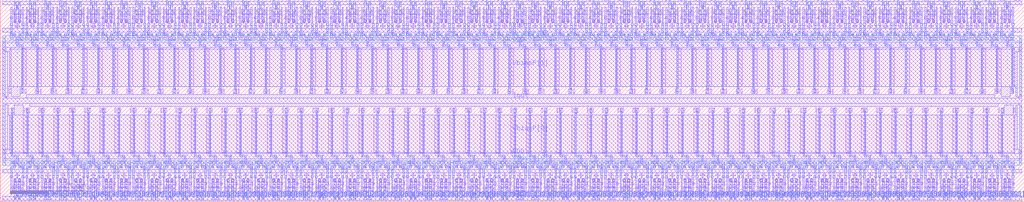
<source format=lef>
VERSION 5.7 ;
  NOWIREEXTENSIONATPIN ON ;
  DIVIDERCHAR "/" ;
  BUSBITCHARS "[]" ;
MACRO DAC2U128OUT4IN
  CLASS BLOCK ;
  FOREIGN DAC2U128OUT4IN ;
  ORIGIN 2.210 5.110 ;
  SIZE 134.420 BY 26.590 ;
  PIN VDD
    USE POWER ;
    PORT
      LAYER Metal1 ;
        RECT -1.900 15.150 131.900 15.820 ;
    END
    PORT
      LAYER Metal1 ;
        RECT -1.900 17.200 131.900 17.700 ;
    END
    PORT
      LAYER Metal1 ;
        RECT -1.900 0.550 131.900 1.220 ;
    END
    PORT
      LAYER Metal1 ;
        RECT -1.900 -1.330 131.900 -0.830 ;
    END
  END VDD
  PIN VSS
    USE GROUND ;
    PORT
      LAYER Metal1 ;
        RECT -1.900 20.780 131.900 21.280 ;
    END
    PORT
      LAYER Metal1 ;
        RECT -1.900 -4.910 131.900 -4.410 ;
    END
  END VSS
  PIN VbiasP[1]
    ANTENNAGATEAREA 478.500000 ;
    ANTENNADIFFAREA 5.010000 ;
    PORT
      LAYER Metal1 ;
        RECT -1.000 10.040 131.000 14.970 ;
    END
  END VbiasP[1]
  PIN Iout
    ANTENNADIFFAREA 66.047997 ;
    PORT
      LAYER Metal1 ;
        RECT -1.900 7.835 131.900 8.535 ;
    END
  END Iout
  PIN VbiasP[0]
    ANTENNAGATEAREA 478.500000 ;
    ANTENNADIFFAREA 5.010000 ;
    PORT
      LAYER Metal1 ;
        RECT -1.000 1.400 131.000 6.330 ;
    END
  END VbiasP[0]
  PIN ON[64]
    ANTENNAGATEAREA 0.039000 ;
    PORT
      LAYER Metal2 ;
        RECT 128.130 20.990 128.420 21.280 ;
    END
  END ON[64]
  PIN ONB[64]
    ANTENNAGATEAREA 0.039000 ;
    PORT
      LAYER Metal2 ;
        RECT 127.580 20.990 127.870 21.280 ;
    END
  END ONB[64]
  PIN ON[65]
    ANTENNAGATEAREA 0.039000 ;
    PORT
      LAYER Metal2 ;
        RECT 126.130 20.990 126.420 21.280 ;
    END
  END ON[65]
  PIN ONB[65]
    ANTENNAGATEAREA 0.039000 ;
    PORT
      LAYER Metal2 ;
        RECT 125.580 20.990 125.870 21.280 ;
    END
  END ONB[65]
  PIN ON[66]
    ANTENNAGATEAREA 0.039000 ;
    PORT
      LAYER Metal2 ;
        RECT 124.130 20.990 124.420 21.280 ;
    END
  END ON[66]
  PIN ONB[66]
    ANTENNAGATEAREA 0.039000 ;
    PORT
      LAYER Metal2 ;
        RECT 123.580 20.990 123.870 21.280 ;
    END
  END ONB[66]
  PIN ON[67]
    ANTENNAGATEAREA 0.039000 ;
    PORT
      LAYER Metal2 ;
        RECT 122.130 20.990 122.420 21.280 ;
    END
  END ON[67]
  PIN ONB[67]
    ANTENNAGATEAREA 0.039000 ;
    PORT
      LAYER Metal2 ;
        RECT 121.580 20.990 121.870 21.280 ;
    END
  END ONB[67]
  PIN ON[68]
    ANTENNAGATEAREA 0.039000 ;
    PORT
      LAYER Metal2 ;
        RECT 120.130 20.990 120.420 21.280 ;
    END
  END ON[68]
  PIN ONB[68]
    ANTENNAGATEAREA 0.039000 ;
    PORT
      LAYER Metal2 ;
        RECT 119.580 20.990 119.870 21.280 ;
    END
  END ONB[68]
  PIN ON[69]
    ANTENNAGATEAREA 0.039000 ;
    PORT
      LAYER Metal2 ;
        RECT 118.130 20.990 118.420 21.280 ;
    END
  END ON[69]
  PIN ONB[69]
    ANTENNAGATEAREA 0.039000 ;
    PORT
      LAYER Metal2 ;
        RECT 117.580 20.990 117.870 21.280 ;
    END
  END ONB[69]
  PIN ON[70]
    ANTENNAGATEAREA 0.039000 ;
    PORT
      LAYER Metal2 ;
        RECT 116.130 20.990 116.420 21.280 ;
    END
  END ON[70]
  PIN ONB[70]
    ANTENNAGATEAREA 0.039000 ;
    PORT
      LAYER Metal2 ;
        RECT 115.580 20.990 115.870 21.280 ;
    END
  END ONB[70]
  PIN ON[71]
    ANTENNAGATEAREA 0.039000 ;
    PORT
      LAYER Metal2 ;
        RECT 114.130 20.990 114.420 21.280 ;
    END
  END ON[71]
  PIN ONB[71]
    ANTENNAGATEAREA 0.039000 ;
    PORT
      LAYER Metal2 ;
        RECT 113.580 20.990 113.870 21.280 ;
    END
  END ONB[71]
  PIN ON[72]
    ANTENNAGATEAREA 0.039000 ;
    PORT
      LAYER Metal2 ;
        RECT 112.130 20.990 112.420 21.280 ;
    END
  END ON[72]
  PIN ONB[72]
    ANTENNAGATEAREA 0.039000 ;
    PORT
      LAYER Metal2 ;
        RECT 111.580 20.990 111.870 21.280 ;
    END
  END ONB[72]
  PIN ON[73]
    ANTENNAGATEAREA 0.039000 ;
    PORT
      LAYER Metal2 ;
        RECT 110.130 20.990 110.420 21.280 ;
    END
  END ON[73]
  PIN ONB[73]
    ANTENNAGATEAREA 0.039000 ;
    PORT
      LAYER Metal2 ;
        RECT 109.580 20.990 109.870 21.280 ;
    END
  END ONB[73]
  PIN ON[74]
    ANTENNAGATEAREA 0.039000 ;
    PORT
      LAYER Metal2 ;
        RECT 108.130 20.990 108.420 21.280 ;
    END
  END ON[74]
  PIN ONB[74]
    ANTENNAGATEAREA 0.039000 ;
    PORT
      LAYER Metal2 ;
        RECT 107.580 20.990 107.870 21.280 ;
    END
  END ONB[74]
  PIN ON[75]
    ANTENNAGATEAREA 0.039000 ;
    PORT
      LAYER Metal2 ;
        RECT 106.130 20.990 106.420 21.280 ;
    END
  END ON[75]
  PIN ONB[75]
    ANTENNAGATEAREA 0.039000 ;
    PORT
      LAYER Metal2 ;
        RECT 105.580 20.990 105.870 21.280 ;
    END
  END ONB[75]
  PIN ON[76]
    ANTENNAGATEAREA 0.039000 ;
    PORT
      LAYER Metal2 ;
        RECT 104.130 20.990 104.420 21.280 ;
    END
  END ON[76]
  PIN ONB[76]
    ANTENNAGATEAREA 0.039000 ;
    PORT
      LAYER Metal2 ;
        RECT 103.580 20.990 103.870 21.280 ;
    END
  END ONB[76]
  PIN ON[77]
    ANTENNAGATEAREA 0.039000 ;
    PORT
      LAYER Metal2 ;
        RECT 102.130 20.990 102.420 21.280 ;
    END
  END ON[77]
  PIN ONB[77]
    ANTENNAGATEAREA 0.039000 ;
    PORT
      LAYER Metal2 ;
        RECT 101.580 20.990 101.870 21.280 ;
    END
  END ONB[77]
  PIN ON[78]
    ANTENNAGATEAREA 0.039000 ;
    PORT
      LAYER Metal2 ;
        RECT 100.130 20.990 100.420 21.280 ;
    END
  END ON[78]
  PIN ONB[78]
    ANTENNAGATEAREA 0.039000 ;
    PORT
      LAYER Metal2 ;
        RECT 99.580 20.990 99.870 21.280 ;
    END
  END ONB[78]
  PIN ON[79]
    ANTENNAGATEAREA 0.039000 ;
    PORT
      LAYER Metal2 ;
        RECT 98.130 20.990 98.420 21.280 ;
    END
  END ON[79]
  PIN ONB[79]
    ANTENNAGATEAREA 0.039000 ;
    PORT
      LAYER Metal2 ;
        RECT 97.580 20.990 97.870 21.280 ;
    END
  END ONB[79]
  PIN ON[80]
    ANTENNAGATEAREA 0.039000 ;
    PORT
      LAYER Metal2 ;
        RECT 96.130 20.990 96.420 21.280 ;
    END
  END ON[80]
  PIN ONB[80]
    ANTENNAGATEAREA 0.039000 ;
    PORT
      LAYER Metal2 ;
        RECT 95.580 20.990 95.870 21.280 ;
    END
  END ONB[80]
  PIN ON[81]
    ANTENNAGATEAREA 0.039000 ;
    PORT
      LAYER Metal2 ;
        RECT 94.130 20.990 94.420 21.280 ;
    END
  END ON[81]
  PIN ONB[81]
    ANTENNAGATEAREA 0.039000 ;
    PORT
      LAYER Metal2 ;
        RECT 93.580 20.990 93.870 21.280 ;
    END
  END ONB[81]
  PIN ON[82]
    ANTENNAGATEAREA 0.039000 ;
    PORT
      LAYER Metal2 ;
        RECT 92.130 20.990 92.420 21.280 ;
    END
  END ON[82]
  PIN ONB[82]
    ANTENNAGATEAREA 0.039000 ;
    PORT
      LAYER Metal2 ;
        RECT 91.580 20.990 91.870 21.280 ;
    END
  END ONB[82]
  PIN ON[83]
    ANTENNAGATEAREA 0.039000 ;
    PORT
      LAYER Metal2 ;
        RECT 90.130 20.990 90.420 21.280 ;
    END
  END ON[83]
  PIN ONB[83]
    ANTENNAGATEAREA 0.039000 ;
    PORT
      LAYER Metal2 ;
        RECT 89.580 20.990 89.870 21.280 ;
    END
  END ONB[83]
  PIN ON[84]
    ANTENNAGATEAREA 0.039000 ;
    PORT
      LAYER Metal2 ;
        RECT 88.130 20.990 88.420 21.280 ;
    END
  END ON[84]
  PIN ONB[84]
    ANTENNAGATEAREA 0.039000 ;
    PORT
      LAYER Metal2 ;
        RECT 87.580 20.990 87.870 21.280 ;
    END
  END ONB[84]
  PIN ON[85]
    ANTENNAGATEAREA 0.039000 ;
    PORT
      LAYER Metal2 ;
        RECT 86.130 20.990 86.420 21.280 ;
    END
  END ON[85]
  PIN ONB[85]
    ANTENNAGATEAREA 0.039000 ;
    PORT
      LAYER Metal2 ;
        RECT 85.580 20.990 85.870 21.280 ;
    END
  END ONB[85]
  PIN ON[86]
    ANTENNAGATEAREA 0.039000 ;
    PORT
      LAYER Metal2 ;
        RECT 84.130 20.990 84.420 21.280 ;
    END
  END ON[86]
  PIN ONB[86]
    ANTENNAGATEAREA 0.039000 ;
    PORT
      LAYER Metal2 ;
        RECT 83.580 20.990 83.870 21.280 ;
    END
  END ONB[86]
  PIN ON[87]
    ANTENNAGATEAREA 0.039000 ;
    PORT
      LAYER Metal2 ;
        RECT 82.130 20.990 82.420 21.280 ;
    END
  END ON[87]
  PIN ONB[87]
    ANTENNAGATEAREA 0.039000 ;
    PORT
      LAYER Metal2 ;
        RECT 81.580 20.990 81.870 21.280 ;
    END
  END ONB[87]
  PIN ON[88]
    ANTENNAGATEAREA 0.039000 ;
    PORT
      LAYER Metal2 ;
        RECT 80.130 20.990 80.420 21.280 ;
    END
  END ON[88]
  PIN ONB[88]
    ANTENNAGATEAREA 0.039000 ;
    PORT
      LAYER Metal2 ;
        RECT 79.580 20.990 79.870 21.280 ;
    END
  END ONB[88]
  PIN ON[89]
    ANTENNAGATEAREA 0.039000 ;
    PORT
      LAYER Metal2 ;
        RECT 78.130 20.990 78.420 21.280 ;
    END
  END ON[89]
  PIN ONB[89]
    ANTENNAGATEAREA 0.039000 ;
    PORT
      LAYER Metal2 ;
        RECT 77.580 20.990 77.870 21.280 ;
    END
  END ONB[89]
  PIN ON[90]
    ANTENNAGATEAREA 0.039000 ;
    PORT
      LAYER Metal2 ;
        RECT 76.130 20.990 76.420 21.280 ;
    END
  END ON[90]
  PIN ONB[90]
    ANTENNAGATEAREA 0.039000 ;
    PORT
      LAYER Metal2 ;
        RECT 75.580 20.990 75.870 21.280 ;
    END
  END ONB[90]
  PIN ON[91]
    ANTENNAGATEAREA 0.039000 ;
    PORT
      LAYER Metal2 ;
        RECT 74.130 20.990 74.420 21.280 ;
    END
  END ON[91]
  PIN ONB[91]
    ANTENNAGATEAREA 0.039000 ;
    PORT
      LAYER Metal2 ;
        RECT 73.580 20.990 73.870 21.280 ;
    END
  END ONB[91]
  PIN ON[92]
    ANTENNAGATEAREA 0.039000 ;
    PORT
      LAYER Metal2 ;
        RECT 72.130 20.990 72.420 21.280 ;
    END
  END ON[92]
  PIN ONB[92]
    ANTENNAGATEAREA 0.039000 ;
    PORT
      LAYER Metal2 ;
        RECT 71.580 20.990 71.870 21.280 ;
    END
  END ONB[92]
  PIN ON[93]
    ANTENNAGATEAREA 0.039000 ;
    PORT
      LAYER Metal2 ;
        RECT 70.130 20.990 70.420 21.280 ;
    END
  END ON[93]
  PIN ONB[93]
    ANTENNAGATEAREA 0.039000 ;
    PORT
      LAYER Metal2 ;
        RECT 69.580 20.990 69.870 21.280 ;
    END
  END ONB[93]
  PIN ON[94]
    ANTENNAGATEAREA 0.039000 ;
    PORT
      LAYER Metal2 ;
        RECT 68.130 20.990 68.420 21.280 ;
    END
  END ON[94]
  PIN ONB[94]
    ANTENNAGATEAREA 0.039000 ;
    PORT
      LAYER Metal2 ;
        RECT 67.580 20.990 67.870 21.280 ;
    END
  END ONB[94]
  PIN ON[95]
    ANTENNAGATEAREA 0.039000 ;
    PORT
      LAYER Metal2 ;
        RECT 66.130 20.990 66.420 21.280 ;
    END
  END ON[95]
  PIN ONB[95]
    ANTENNAGATEAREA 0.039000 ;
    PORT
      LAYER Metal2 ;
        RECT 65.580 20.990 65.870 21.280 ;
    END
  END ONB[95]
  PIN EN[2]
    ANTENNAGATEAREA 0.039000 ;
    PORT
      LAYER Metal2 ;
        RECT 130.130 20.990 130.420 21.280 ;
    END
  END EN[2]
  PIN ENB[2]
    ANTENNAGATEAREA 0.039000 ;
    PORT
      LAYER Metal2 ;
        RECT 129.580 20.990 129.870 21.280 ;
    END
  END ENB[2]
  PIN ON[97]
    ANTENNAGATEAREA 0.039000 ;
    PORT
      LAYER Metal2 ;
        RECT 62.130 20.990 62.420 21.280 ;
    END
  END ON[97]
  PIN ONB[97]
    ANTENNAGATEAREA 0.039000 ;
    PORT
      LAYER Metal2 ;
        RECT 61.580 20.990 61.870 21.280 ;
    END
  END ONB[97]
  PIN ON[98]
    ANTENNAGATEAREA 0.039000 ;
    PORT
      LAYER Metal2 ;
        RECT 60.130 20.990 60.420 21.280 ;
    END
  END ON[98]
  PIN ONB[98]
    ANTENNAGATEAREA 0.039000 ;
    PORT
      LAYER Metal2 ;
        RECT 59.580 20.990 59.870 21.280 ;
    END
  END ONB[98]
  PIN ON[99]
    ANTENNAGATEAREA 0.039000 ;
    PORT
      LAYER Metal2 ;
        RECT 58.130 20.990 58.420 21.280 ;
    END
  END ON[99]
  PIN ONB[99]
    ANTENNAGATEAREA 0.039000 ;
    PORT
      LAYER Metal2 ;
        RECT 57.580 20.990 57.870 21.280 ;
    END
  END ONB[99]
  PIN ON[100]
    ANTENNAGATEAREA 0.039000 ;
    PORT
      LAYER Metal2 ;
        RECT 56.130 20.990 56.420 21.280 ;
    END
  END ON[100]
  PIN ONB[100]
    ANTENNAGATEAREA 0.039000 ;
    PORT
      LAYER Metal2 ;
        RECT 55.580 20.990 55.870 21.280 ;
    END
  END ONB[100]
  PIN ON[101]
    ANTENNAGATEAREA 0.039000 ;
    PORT
      LAYER Metal2 ;
        RECT 54.130 20.990 54.420 21.280 ;
    END
  END ON[101]
  PIN ONB[101]
    ANTENNAGATEAREA 0.039000 ;
    PORT
      LAYER Metal2 ;
        RECT 53.580 20.990 53.870 21.280 ;
    END
  END ONB[101]
  PIN ON[102]
    ANTENNAGATEAREA 0.039000 ;
    PORT
      LAYER Metal2 ;
        RECT 52.130 20.990 52.420 21.280 ;
    END
  END ON[102]
  PIN ONB[102]
    ANTENNAGATEAREA 0.039000 ;
    PORT
      LAYER Metal2 ;
        RECT 51.580 20.990 51.870 21.280 ;
    END
  END ONB[102]
  PIN ON[103]
    ANTENNAGATEAREA 0.039000 ;
    PORT
      LAYER Metal2 ;
        RECT 50.130 20.990 50.420 21.280 ;
    END
  END ON[103]
  PIN ONB[103]
    ANTENNAGATEAREA 0.039000 ;
    PORT
      LAYER Metal2 ;
        RECT 49.580 20.990 49.870 21.280 ;
    END
  END ONB[103]
  PIN ON[104]
    ANTENNAGATEAREA 0.039000 ;
    PORT
      LAYER Metal2 ;
        RECT 48.130 20.990 48.420 21.280 ;
    END
  END ON[104]
  PIN ONB[104]
    ANTENNAGATEAREA 0.039000 ;
    PORT
      LAYER Metal2 ;
        RECT 47.580 20.990 47.870 21.280 ;
    END
  END ONB[104]
  PIN ON[105]
    ANTENNAGATEAREA 0.039000 ;
    PORT
      LAYER Metal2 ;
        RECT 46.130 20.990 46.420 21.280 ;
    END
  END ON[105]
  PIN ONB[105]
    ANTENNAGATEAREA 0.039000 ;
    PORT
      LAYER Metal2 ;
        RECT 45.580 20.990 45.870 21.280 ;
    END
  END ONB[105]
  PIN ON[106]
    ANTENNAGATEAREA 0.039000 ;
    PORT
      LAYER Metal2 ;
        RECT 44.130 20.990 44.420 21.280 ;
    END
  END ON[106]
  PIN ONB[106]
    ANTENNAGATEAREA 0.039000 ;
    PORT
      LAYER Metal2 ;
        RECT 43.580 20.990 43.870 21.280 ;
    END
  END ONB[106]
  PIN ON[107]
    ANTENNAGATEAREA 0.039000 ;
    PORT
      LAYER Metal2 ;
        RECT 42.130 20.990 42.420 21.280 ;
    END
  END ON[107]
  PIN ONB[107]
    ANTENNAGATEAREA 0.039000 ;
    PORT
      LAYER Metal2 ;
        RECT 41.580 20.990 41.870 21.280 ;
    END
  END ONB[107]
  PIN ON[108]
    ANTENNAGATEAREA 0.039000 ;
    PORT
      LAYER Metal2 ;
        RECT 40.130 20.990 40.420 21.280 ;
    END
  END ON[108]
  PIN ONB[108]
    ANTENNAGATEAREA 0.039000 ;
    PORT
      LAYER Metal2 ;
        RECT 39.580 20.990 39.870 21.280 ;
    END
  END ONB[108]
  PIN ON[109]
    ANTENNAGATEAREA 0.039000 ;
    PORT
      LAYER Metal2 ;
        RECT 38.130 20.990 38.420 21.280 ;
    END
  END ON[109]
  PIN ONB[109]
    ANTENNAGATEAREA 0.039000 ;
    PORT
      LAYER Metal2 ;
        RECT 37.580 20.990 37.870 21.280 ;
    END
  END ONB[109]
  PIN ON[110]
    ANTENNAGATEAREA 0.039000 ;
    PORT
      LAYER Metal2 ;
        RECT 36.130 20.990 36.420 21.280 ;
    END
  END ON[110]
  PIN ONB[110]
    ANTENNAGATEAREA 0.039000 ;
    PORT
      LAYER Metal2 ;
        RECT 35.580 20.990 35.870 21.280 ;
    END
  END ONB[110]
  PIN ON[111]
    ANTENNAGATEAREA 0.039000 ;
    PORT
      LAYER Metal2 ;
        RECT 34.130 20.990 34.420 21.280 ;
    END
  END ON[111]
  PIN ONB[111]
    ANTENNAGATEAREA 0.039000 ;
    PORT
      LAYER Metal2 ;
        RECT 33.580 20.990 33.870 21.280 ;
    END
  END ONB[111]
  PIN ON[112]
    ANTENNAGATEAREA 0.039000 ;
    PORT
      LAYER Metal2 ;
        RECT 32.130 20.990 32.420 21.280 ;
    END
  END ON[112]
  PIN ONB[112]
    ANTENNAGATEAREA 0.039000 ;
    PORT
      LAYER Metal2 ;
        RECT 31.580 20.990 31.870 21.280 ;
    END
  END ONB[112]
  PIN ON[113]
    ANTENNAGATEAREA 0.039000 ;
    PORT
      LAYER Metal2 ;
        RECT 30.130 20.990 30.420 21.280 ;
    END
  END ON[113]
  PIN ONB[113]
    ANTENNAGATEAREA 0.039000 ;
    PORT
      LAYER Metal2 ;
        RECT 29.580 20.990 29.870 21.280 ;
    END
  END ONB[113]
  PIN ON[114]
    ANTENNAGATEAREA 0.039000 ;
    PORT
      LAYER Metal2 ;
        RECT 28.130 20.990 28.420 21.280 ;
    END
  END ON[114]
  PIN ONB[114]
    ANTENNAGATEAREA 0.039000 ;
    PORT
      LAYER Metal2 ;
        RECT 27.580 20.990 27.870 21.280 ;
    END
  END ONB[114]
  PIN ON[115]
    ANTENNAGATEAREA 0.039000 ;
    PORT
      LAYER Metal2 ;
        RECT 26.130 20.990 26.420 21.280 ;
    END
  END ON[115]
  PIN ONB[115]
    ANTENNAGATEAREA 0.039000 ;
    PORT
      LAYER Metal2 ;
        RECT 25.580 20.990 25.870 21.280 ;
    END
  END ONB[115]
  PIN ON[116]
    ANTENNAGATEAREA 0.039000 ;
    PORT
      LAYER Metal2 ;
        RECT 24.130 20.990 24.420 21.280 ;
    END
  END ON[116]
  PIN ONB[116]
    ANTENNAGATEAREA 0.039000 ;
    PORT
      LAYER Metal2 ;
        RECT 23.580 20.990 23.870 21.280 ;
    END
  END ONB[116]
  PIN ON[117]
    ANTENNAGATEAREA 0.039000 ;
    PORT
      LAYER Metal2 ;
        RECT 22.130 20.990 22.420 21.280 ;
    END
  END ON[117]
  PIN ONB[117]
    ANTENNAGATEAREA 0.039000 ;
    PORT
      LAYER Metal2 ;
        RECT 21.580 20.990 21.870 21.280 ;
    END
  END ONB[117]
  PIN ON[118]
    ANTENNAGATEAREA 0.039000 ;
    PORT
      LAYER Metal2 ;
        RECT 20.130 20.990 20.420 21.280 ;
    END
  END ON[118]
  PIN ONB[118]
    ANTENNAGATEAREA 0.039000 ;
    PORT
      LAYER Metal2 ;
        RECT 19.580 20.990 19.870 21.280 ;
    END
  END ONB[118]
  PIN ON[119]
    ANTENNAGATEAREA 0.039000 ;
    PORT
      LAYER Metal2 ;
        RECT 18.130 20.990 18.420 21.280 ;
    END
  END ON[119]
  PIN ONB[119]
    ANTENNAGATEAREA 0.039000 ;
    PORT
      LAYER Metal2 ;
        RECT 17.580 20.990 17.870 21.280 ;
    END
  END ONB[119]
  PIN ON[120]
    ANTENNAGATEAREA 0.039000 ;
    PORT
      LAYER Metal2 ;
        RECT 16.130 20.990 16.420 21.280 ;
    END
  END ON[120]
  PIN ONB[120]
    ANTENNAGATEAREA 0.039000 ;
    PORT
      LAYER Metal2 ;
        RECT 15.580 20.990 15.870 21.280 ;
    END
  END ONB[120]
  PIN ON[121]
    ANTENNAGATEAREA 0.039000 ;
    PORT
      LAYER Metal2 ;
        RECT 14.130 20.990 14.420 21.280 ;
    END
  END ON[121]
  PIN ONB[121]
    ANTENNAGATEAREA 0.039000 ;
    PORT
      LAYER Metal2 ;
        RECT 13.580 20.990 13.870 21.280 ;
    END
  END ONB[121]
  PIN ON[122]
    ANTENNAGATEAREA 0.039000 ;
    PORT
      LAYER Metal2 ;
        RECT 12.130 20.990 12.420 21.280 ;
    END
  END ON[122]
  PIN ONB[122]
    ANTENNAGATEAREA 0.039000 ;
    PORT
      LAYER Metal2 ;
        RECT 11.580 20.990 11.870 21.280 ;
    END
  END ONB[122]
  PIN ON[123]
    ANTENNAGATEAREA 0.039000 ;
    PORT
      LAYER Metal2 ;
        RECT 10.130 20.990 10.420 21.280 ;
    END
  END ON[123]
  PIN ONB[123]
    ANTENNAGATEAREA 0.039000 ;
    PORT
      LAYER Metal2 ;
        RECT 9.580 20.990 9.870 21.280 ;
    END
  END ONB[123]
  PIN ON[124]
    ANTENNAGATEAREA 0.039000 ;
    PORT
      LAYER Metal2 ;
        RECT 8.130 20.990 8.420 21.280 ;
    END
  END ON[124]
  PIN ONB[124]
    ANTENNAGATEAREA 0.039000 ;
    PORT
      LAYER Metal2 ;
        RECT 7.580 20.990 7.870 21.280 ;
    END
  END ONB[124]
  PIN ON[125]
    ANTENNAGATEAREA 0.039000 ;
    PORT
      LAYER Metal2 ;
        RECT 6.130 20.990 6.420 21.280 ;
    END
  END ON[125]
  PIN ONB[125]
    ANTENNAGATEAREA 0.039000 ;
    PORT
      LAYER Metal2 ;
        RECT 5.580 20.990 5.870 21.280 ;
    END
  END ONB[125]
  PIN ON[126]
    ANTENNAGATEAREA 0.039000 ;
    PORT
      LAYER Metal2 ;
        RECT 4.130 20.990 4.420 21.280 ;
    END
  END ON[126]
  PIN ONB[126]
    ANTENNAGATEAREA 0.039000 ;
    PORT
      LAYER Metal2 ;
        RECT 3.580 20.990 3.870 21.280 ;
    END
  END ONB[126]
  PIN ON[127]
    ANTENNAGATEAREA 0.039000 ;
    PORT
      LAYER Metal2 ;
        RECT 2.130 20.990 2.420 21.280 ;
    END
  END ON[127]
  PIN ONB[127]
    ANTENNAGATEAREA 0.039000 ;
    PORT
      LAYER Metal2 ;
        RECT 1.580 20.990 1.870 21.280 ;
    END
  END ONB[127]
  PIN ON[96]
    ANTENNAGATEAREA 0.039000 ;
    PORT
      LAYER Metal2 ;
        RECT 64.130 20.990 64.420 21.280 ;
    END
  END ON[96]
  PIN ONB[96]
    ANTENNAGATEAREA 0.039000 ;
    PORT
      LAYER Metal2 ;
        RECT 63.580 20.990 63.870 21.280 ;
    END
  END ONB[96]
  PIN EN[3]
    ANTENNAGATEAREA 0.039000 ;
    PORT
      LAYER Metal2 ;
        RECT 0.130 20.990 0.420 21.280 ;
    END
  END EN[3]
  PIN ENB[3]
    ANTENNAGATEAREA 0.039000 ;
    PORT
      LAYER Metal2 ;
        RECT -0.420 20.990 -0.130 21.280 ;
    END
  END ENB[3]
  PIN ON[0]
    ANTENNAGATEAREA 0.039000 ;
    PORT
      LAYER Metal2 ;
        RECT 1.580 -4.910 1.870 -4.620 ;
    END
  END ON[0]
  PIN ONB[0]
    ANTENNAGATEAREA 0.039000 ;
    PORT
      LAYER Metal2 ;
        RECT 2.130 -4.910 2.420 -4.620 ;
    END
  END ONB[0]
  PIN ON[1]
    ANTENNAGATEAREA 0.039000 ;
    PORT
      LAYER Metal2 ;
        RECT 3.580 -4.910 3.870 -4.620 ;
    END
  END ON[1]
  PIN ONB[1]
    ANTENNAGATEAREA 0.039000 ;
    PORT
      LAYER Metal2 ;
        RECT 4.130 -4.910 4.420 -4.620 ;
    END
  END ONB[1]
  PIN ON[2]
    ANTENNAGATEAREA 0.039000 ;
    PORT
      LAYER Metal2 ;
        RECT 5.580 -4.910 5.870 -4.620 ;
    END
  END ON[2]
  PIN ONB[2]
    ANTENNAGATEAREA 0.039000 ;
    PORT
      LAYER Metal2 ;
        RECT 6.130 -4.910 6.420 -4.620 ;
    END
  END ONB[2]
  PIN ON[3]
    ANTENNAGATEAREA 0.039000 ;
    PORT
      LAYER Metal2 ;
        RECT 7.580 -4.910 7.870 -4.620 ;
    END
  END ON[3]
  PIN ONB[3]
    ANTENNAGATEAREA 0.039000 ;
    PORT
      LAYER Metal2 ;
        RECT 8.130 -4.910 8.420 -4.620 ;
    END
  END ONB[3]
  PIN ON[4]
    ANTENNAGATEAREA 0.039000 ;
    PORT
      LAYER Metal2 ;
        RECT 9.580 -4.910 9.870 -4.620 ;
    END
  END ON[4]
  PIN ONB[4]
    ANTENNAGATEAREA 0.039000 ;
    PORT
      LAYER Metal2 ;
        RECT 10.130 -4.910 10.420 -4.620 ;
    END
  END ONB[4]
  PIN ON[5]
    ANTENNAGATEAREA 0.039000 ;
    PORT
      LAYER Metal2 ;
        RECT 11.580 -4.910 11.870 -4.620 ;
    END
  END ON[5]
  PIN ONB[5]
    ANTENNAGATEAREA 0.039000 ;
    PORT
      LAYER Metal2 ;
        RECT 12.130 -4.910 12.420 -4.620 ;
    END
  END ONB[5]
  PIN ON[6]
    ANTENNAGATEAREA 0.039000 ;
    PORT
      LAYER Metal2 ;
        RECT 13.580 -4.910 13.870 -4.620 ;
    END
  END ON[6]
  PIN ONB[6]
    ANTENNAGATEAREA 0.039000 ;
    PORT
      LAYER Metal2 ;
        RECT 14.130 -4.910 14.420 -4.620 ;
    END
  END ONB[6]
  PIN ON[7]
    ANTENNAGATEAREA 0.039000 ;
    PORT
      LAYER Metal2 ;
        RECT 15.580 -4.910 15.870 -4.620 ;
    END
  END ON[7]
  PIN ONB[7]
    ANTENNAGATEAREA 0.039000 ;
    PORT
      LAYER Metal2 ;
        RECT 16.130 -4.910 16.420 -4.620 ;
    END
  END ONB[7]
  PIN ON[8]
    ANTENNAGATEAREA 0.039000 ;
    PORT
      LAYER Metal2 ;
        RECT 17.580 -4.910 17.870 -4.620 ;
    END
  END ON[8]
  PIN ONB[8]
    ANTENNAGATEAREA 0.039000 ;
    PORT
      LAYER Metal2 ;
        RECT 18.130 -4.910 18.420 -4.620 ;
    END
  END ONB[8]
  PIN ON[9]
    ANTENNAGATEAREA 0.039000 ;
    PORT
      LAYER Metal2 ;
        RECT 19.580 -4.910 19.870 -4.620 ;
    END
  END ON[9]
  PIN ONB[9]
    ANTENNAGATEAREA 0.039000 ;
    PORT
      LAYER Metal2 ;
        RECT 20.130 -4.910 20.420 -4.620 ;
    END
  END ONB[9]
  PIN ON[10]
    ANTENNAGATEAREA 0.039000 ;
    PORT
      LAYER Metal2 ;
        RECT 21.580 -4.910 21.870 -4.620 ;
    END
  END ON[10]
  PIN ONB[10]
    ANTENNAGATEAREA 0.039000 ;
    PORT
      LAYER Metal2 ;
        RECT 22.130 -4.910 22.420 -4.620 ;
    END
  END ONB[10]
  PIN ON[11]
    ANTENNAGATEAREA 0.039000 ;
    PORT
      LAYER Metal2 ;
        RECT 23.580 -4.910 23.870 -4.620 ;
    END
  END ON[11]
  PIN ONB[11]
    ANTENNAGATEAREA 0.039000 ;
    PORT
      LAYER Metal2 ;
        RECT 24.130 -4.910 24.420 -4.620 ;
    END
  END ONB[11]
  PIN ON[12]
    ANTENNAGATEAREA 0.039000 ;
    PORT
      LAYER Metal2 ;
        RECT 25.580 -4.910 25.870 -4.620 ;
    END
  END ON[12]
  PIN ONB[12]
    ANTENNAGATEAREA 0.039000 ;
    PORT
      LAYER Metal2 ;
        RECT 26.130 -4.910 26.420 -4.620 ;
    END
  END ONB[12]
  PIN ON[13]
    ANTENNAGATEAREA 0.039000 ;
    PORT
      LAYER Metal2 ;
        RECT 27.580 -4.910 27.870 -4.620 ;
    END
  END ON[13]
  PIN ONB[13]
    ANTENNAGATEAREA 0.039000 ;
    PORT
      LAYER Metal2 ;
        RECT 28.130 -4.910 28.420 -4.620 ;
    END
  END ONB[13]
  PIN ON[14]
    ANTENNAGATEAREA 0.039000 ;
    PORT
      LAYER Metal2 ;
        RECT 29.580 -4.910 29.870 -4.620 ;
    END
  END ON[14]
  PIN ONB[14]
    ANTENNAGATEAREA 0.039000 ;
    PORT
      LAYER Metal2 ;
        RECT 30.130 -4.910 30.420 -4.620 ;
    END
  END ONB[14]
  PIN ON[15]
    ANTENNAGATEAREA 0.039000 ;
    PORT
      LAYER Metal2 ;
        RECT 31.580 -4.910 31.870 -4.620 ;
    END
  END ON[15]
  PIN ONB[15]
    ANTENNAGATEAREA 0.039000 ;
    PORT
      LAYER Metal2 ;
        RECT 32.130 -4.910 32.420 -4.620 ;
    END
  END ONB[15]
  PIN ON[16]
    ANTENNAGATEAREA 0.039000 ;
    PORT
      LAYER Metal2 ;
        RECT 33.580 -4.910 33.870 -4.620 ;
    END
  END ON[16]
  PIN ONB[16]
    ANTENNAGATEAREA 0.039000 ;
    PORT
      LAYER Metal2 ;
        RECT 34.130 -4.910 34.420 -4.620 ;
    END
  END ONB[16]
  PIN ON[17]
    ANTENNAGATEAREA 0.039000 ;
    PORT
      LAYER Metal2 ;
        RECT 35.580 -4.910 35.870 -4.620 ;
    END
  END ON[17]
  PIN ONB[17]
    ANTENNAGATEAREA 0.039000 ;
    PORT
      LAYER Metal2 ;
        RECT 36.130 -4.910 36.420 -4.620 ;
    END
  END ONB[17]
  PIN ON[18]
    ANTENNAGATEAREA 0.039000 ;
    PORT
      LAYER Metal2 ;
        RECT 37.580 -4.910 37.870 -4.620 ;
    END
  END ON[18]
  PIN ONB[18]
    ANTENNAGATEAREA 0.039000 ;
    PORT
      LAYER Metal2 ;
        RECT 38.130 -4.910 38.420 -4.620 ;
    END
  END ONB[18]
  PIN ON[19]
    ANTENNAGATEAREA 0.039000 ;
    PORT
      LAYER Metal2 ;
        RECT 39.580 -4.910 39.870 -4.620 ;
    END
  END ON[19]
  PIN ONB[19]
    ANTENNAGATEAREA 0.039000 ;
    PORT
      LAYER Metal2 ;
        RECT 40.130 -4.910 40.420 -4.620 ;
    END
  END ONB[19]
  PIN ON[20]
    ANTENNAGATEAREA 0.039000 ;
    PORT
      LAYER Metal2 ;
        RECT 41.580 -4.910 41.870 -4.620 ;
    END
  END ON[20]
  PIN ONB[20]
    ANTENNAGATEAREA 0.039000 ;
    PORT
      LAYER Metal2 ;
        RECT 42.130 -4.910 42.420 -4.620 ;
    END
  END ONB[20]
  PIN ON[21]
    ANTENNAGATEAREA 0.039000 ;
    PORT
      LAYER Metal2 ;
        RECT 43.580 -4.910 43.870 -4.620 ;
    END
  END ON[21]
  PIN ONB[21]
    ANTENNAGATEAREA 0.039000 ;
    PORT
      LAYER Metal2 ;
        RECT 44.130 -4.910 44.420 -4.620 ;
    END
  END ONB[21]
  PIN ON[22]
    ANTENNAGATEAREA 0.039000 ;
    PORT
      LAYER Metal2 ;
        RECT 45.580 -4.910 45.870 -4.620 ;
    END
  END ON[22]
  PIN ONB[22]
    ANTENNAGATEAREA 0.039000 ;
    PORT
      LAYER Metal2 ;
        RECT 46.130 -4.910 46.420 -4.620 ;
    END
  END ONB[22]
  PIN ON[23]
    ANTENNAGATEAREA 0.039000 ;
    PORT
      LAYER Metal2 ;
        RECT 47.580 -4.910 47.870 -4.620 ;
    END
  END ON[23]
  PIN ONB[23]
    ANTENNAGATEAREA 0.039000 ;
    PORT
      LAYER Metal2 ;
        RECT 48.130 -4.910 48.420 -4.620 ;
    END
  END ONB[23]
  PIN ON[24]
    ANTENNAGATEAREA 0.039000 ;
    PORT
      LAYER Metal2 ;
        RECT 49.580 -4.910 49.870 -4.620 ;
    END
  END ON[24]
  PIN ONB[24]
    ANTENNAGATEAREA 0.039000 ;
    PORT
      LAYER Metal2 ;
        RECT 50.130 -4.910 50.420 -4.620 ;
    END
  END ONB[24]
  PIN ON[25]
    ANTENNAGATEAREA 0.039000 ;
    PORT
      LAYER Metal2 ;
        RECT 51.580 -4.910 51.870 -4.620 ;
    END
  END ON[25]
  PIN ONB[25]
    ANTENNAGATEAREA 0.039000 ;
    PORT
      LAYER Metal2 ;
        RECT 52.130 -4.910 52.420 -4.620 ;
    END
  END ONB[25]
  PIN ON[26]
    ANTENNAGATEAREA 0.039000 ;
    PORT
      LAYER Metal2 ;
        RECT 53.580 -4.910 53.870 -4.620 ;
    END
  END ON[26]
  PIN ONB[26]
    ANTENNAGATEAREA 0.039000 ;
    PORT
      LAYER Metal2 ;
        RECT 54.130 -4.910 54.420 -4.620 ;
    END
  END ONB[26]
  PIN ON[27]
    ANTENNAGATEAREA 0.039000 ;
    PORT
      LAYER Metal2 ;
        RECT 55.580 -4.910 55.870 -4.620 ;
    END
  END ON[27]
  PIN ONB[27]
    ANTENNAGATEAREA 0.039000 ;
    PORT
      LAYER Metal2 ;
        RECT 56.130 -4.910 56.420 -4.620 ;
    END
  END ONB[27]
  PIN ON[28]
    ANTENNAGATEAREA 0.039000 ;
    PORT
      LAYER Metal2 ;
        RECT 57.580 -4.910 57.870 -4.620 ;
    END
  END ON[28]
  PIN ONB[28]
    ANTENNAGATEAREA 0.039000 ;
    PORT
      LAYER Metal2 ;
        RECT 58.130 -4.910 58.420 -4.620 ;
    END
  END ONB[28]
  PIN ON[29]
    ANTENNAGATEAREA 0.039000 ;
    PORT
      LAYER Metal2 ;
        RECT 59.580 -4.910 59.870 -4.620 ;
    END
  END ON[29]
  PIN ONB[29]
    ANTENNAGATEAREA 0.039000 ;
    PORT
      LAYER Metal2 ;
        RECT 60.130 -4.910 60.420 -4.620 ;
    END
  END ONB[29]
  PIN ON[30]
    ANTENNAGATEAREA 0.039000 ;
    PORT
      LAYER Metal2 ;
        RECT 61.580 -4.910 61.870 -4.620 ;
    END
  END ON[30]
  PIN ONB[30]
    ANTENNAGATEAREA 0.039000 ;
    PORT
      LAYER Metal2 ;
        RECT 62.130 -4.910 62.420 -4.620 ;
    END
  END ONB[30]
  PIN ON[31]
    ANTENNAGATEAREA 0.039000 ;
    PORT
      LAYER Metal2 ;
        RECT 63.580 -4.910 63.870 -4.620 ;
    END
  END ON[31]
  PIN ONB[31]
    ANTENNAGATEAREA 0.039000 ;
    PORT
      LAYER Metal2 ;
        RECT 64.130 -4.910 64.420 -4.620 ;
    END
  END ONB[31]
  PIN EN[0]
    ANTENNAGATEAREA 0.039000 ;
    PORT
      LAYER Metal2 ;
        RECT -0.420 -4.910 -0.130 -4.620 ;
    END
  END EN[0]
  PIN ENB[0]
    ANTENNAGATEAREA 0.039000 ;
    PORT
      LAYER Metal2 ;
        RECT 0.130 -4.910 0.420 -4.620 ;
    END
  END ENB[0]
  PIN ON[33]
    ANTENNAGATEAREA 0.039000 ;
    PORT
      LAYER Metal2 ;
        RECT 67.580 -4.910 67.870 -4.620 ;
    END
  END ON[33]
  PIN ONB[33]
    ANTENNAGATEAREA 0.039000 ;
    PORT
      LAYER Metal2 ;
        RECT 68.130 -4.910 68.420 -4.620 ;
    END
  END ONB[33]
  PIN ON[34]
    ANTENNAGATEAREA 0.039000 ;
    PORT
      LAYER Metal2 ;
        RECT 69.580 -4.910 69.870 -4.620 ;
    END
  END ON[34]
  PIN ONB[34]
    ANTENNAGATEAREA 0.039000 ;
    PORT
      LAYER Metal2 ;
        RECT 70.130 -4.910 70.420 -4.620 ;
    END
  END ONB[34]
  PIN ON[35]
    ANTENNAGATEAREA 0.039000 ;
    PORT
      LAYER Metal2 ;
        RECT 71.580 -4.910 71.870 -4.620 ;
    END
  END ON[35]
  PIN ONB[35]
    ANTENNAGATEAREA 0.039000 ;
    PORT
      LAYER Metal2 ;
        RECT 72.130 -4.910 72.420 -4.620 ;
    END
  END ONB[35]
  PIN ON[36]
    ANTENNAGATEAREA 0.039000 ;
    PORT
      LAYER Metal2 ;
        RECT 73.580 -4.910 73.870 -4.620 ;
    END
  END ON[36]
  PIN ONB[36]
    ANTENNAGATEAREA 0.039000 ;
    PORT
      LAYER Metal2 ;
        RECT 74.130 -4.910 74.420 -4.620 ;
    END
  END ONB[36]
  PIN ON[37]
    ANTENNAGATEAREA 0.039000 ;
    PORT
      LAYER Metal2 ;
        RECT 75.580 -4.910 75.870 -4.620 ;
    END
  END ON[37]
  PIN ONB[37]
    ANTENNAGATEAREA 0.039000 ;
    PORT
      LAYER Metal2 ;
        RECT 76.130 -4.910 76.420 -4.620 ;
    END
  END ONB[37]
  PIN ON[38]
    ANTENNAGATEAREA 0.039000 ;
    PORT
      LAYER Metal2 ;
        RECT 77.580 -4.910 77.870 -4.620 ;
    END
  END ON[38]
  PIN ONB[38]
    ANTENNAGATEAREA 0.039000 ;
    PORT
      LAYER Metal2 ;
        RECT 78.130 -4.910 78.420 -4.620 ;
    END
  END ONB[38]
  PIN ON[39]
    ANTENNAGATEAREA 0.039000 ;
    PORT
      LAYER Metal2 ;
        RECT 79.580 -4.910 79.870 -4.620 ;
    END
  END ON[39]
  PIN ONB[39]
    ANTENNAGATEAREA 0.039000 ;
    PORT
      LAYER Metal2 ;
        RECT 80.130 -4.910 80.420 -4.620 ;
    END
  END ONB[39]
  PIN ON[40]
    ANTENNAGATEAREA 0.039000 ;
    PORT
      LAYER Metal2 ;
        RECT 81.580 -4.910 81.870 -4.620 ;
    END
  END ON[40]
  PIN ONB[40]
    ANTENNAGATEAREA 0.039000 ;
    PORT
      LAYER Metal2 ;
        RECT 82.130 -4.910 82.420 -4.620 ;
    END
  END ONB[40]
  PIN ON[41]
    ANTENNAGATEAREA 0.039000 ;
    PORT
      LAYER Metal2 ;
        RECT 83.580 -4.910 83.870 -4.620 ;
    END
  END ON[41]
  PIN ONB[41]
    ANTENNAGATEAREA 0.039000 ;
    PORT
      LAYER Metal2 ;
        RECT 84.130 -4.910 84.420 -4.620 ;
    END
  END ONB[41]
  PIN ON[42]
    ANTENNAGATEAREA 0.039000 ;
    PORT
      LAYER Metal2 ;
        RECT 85.580 -4.910 85.870 -4.620 ;
    END
  END ON[42]
  PIN ONB[42]
    ANTENNAGATEAREA 0.039000 ;
    PORT
      LAYER Metal2 ;
        RECT 86.130 -4.910 86.420 -4.620 ;
    END
  END ONB[42]
  PIN ON[43]
    ANTENNAGATEAREA 0.039000 ;
    PORT
      LAYER Metal2 ;
        RECT 87.580 -4.910 87.870 -4.620 ;
    END
  END ON[43]
  PIN ONB[43]
    ANTENNAGATEAREA 0.039000 ;
    PORT
      LAYER Metal2 ;
        RECT 88.130 -4.910 88.420 -4.620 ;
    END
  END ONB[43]
  PIN ON[44]
    ANTENNAGATEAREA 0.039000 ;
    PORT
      LAYER Metal2 ;
        RECT 89.580 -4.910 89.870 -4.620 ;
    END
  END ON[44]
  PIN ONB[44]
    ANTENNAGATEAREA 0.039000 ;
    PORT
      LAYER Metal2 ;
        RECT 90.130 -4.910 90.420 -4.620 ;
    END
  END ONB[44]
  PIN ON[45]
    ANTENNAGATEAREA 0.039000 ;
    PORT
      LAYER Metal2 ;
        RECT 91.580 -4.910 91.870 -4.620 ;
    END
  END ON[45]
  PIN ONB[45]
    ANTENNAGATEAREA 0.039000 ;
    PORT
      LAYER Metal2 ;
        RECT 92.130 -4.910 92.420 -4.620 ;
    END
  END ONB[45]
  PIN ON[46]
    ANTENNAGATEAREA 0.039000 ;
    PORT
      LAYER Metal2 ;
        RECT 93.580 -4.910 93.870 -4.620 ;
    END
  END ON[46]
  PIN ONB[46]
    ANTENNAGATEAREA 0.039000 ;
    PORT
      LAYER Metal2 ;
        RECT 94.130 -4.910 94.420 -4.620 ;
    END
  END ONB[46]
  PIN ON[47]
    ANTENNAGATEAREA 0.039000 ;
    PORT
      LAYER Metal2 ;
        RECT 95.580 -4.910 95.870 -4.620 ;
    END
  END ON[47]
  PIN ONB[47]
    ANTENNAGATEAREA 0.039000 ;
    PORT
      LAYER Metal2 ;
        RECT 96.130 -4.910 96.420 -4.620 ;
    END
  END ONB[47]
  PIN ON[48]
    ANTENNAGATEAREA 0.039000 ;
    PORT
      LAYER Metal2 ;
        RECT 97.580 -4.910 97.870 -4.620 ;
    END
  END ON[48]
  PIN ONB[48]
    ANTENNAGATEAREA 0.039000 ;
    PORT
      LAYER Metal2 ;
        RECT 98.130 -4.910 98.420 -4.620 ;
    END
  END ONB[48]
  PIN ON[49]
    ANTENNAGATEAREA 0.039000 ;
    PORT
      LAYER Metal2 ;
        RECT 99.580 -4.910 99.870 -4.620 ;
    END
  END ON[49]
  PIN ONB[49]
    ANTENNAGATEAREA 0.039000 ;
    PORT
      LAYER Metal2 ;
        RECT 100.130 -4.910 100.420 -4.620 ;
    END
  END ONB[49]
  PIN ON[50]
    ANTENNAGATEAREA 0.039000 ;
    PORT
      LAYER Metal2 ;
        RECT 101.580 -4.910 101.870 -4.620 ;
    END
  END ON[50]
  PIN ONB[50]
    ANTENNAGATEAREA 0.039000 ;
    PORT
      LAYER Metal2 ;
        RECT 102.130 -4.910 102.420 -4.620 ;
    END
  END ONB[50]
  PIN ON[51]
    ANTENNAGATEAREA 0.039000 ;
    PORT
      LAYER Metal2 ;
        RECT 103.580 -4.910 103.870 -4.620 ;
    END
  END ON[51]
  PIN ONB[51]
    ANTENNAGATEAREA 0.039000 ;
    PORT
      LAYER Metal2 ;
        RECT 104.130 -4.910 104.420 -4.620 ;
    END
  END ONB[51]
  PIN ON[52]
    ANTENNAGATEAREA 0.039000 ;
    PORT
      LAYER Metal2 ;
        RECT 105.580 -4.910 105.870 -4.620 ;
    END
  END ON[52]
  PIN ONB[52]
    ANTENNAGATEAREA 0.039000 ;
    PORT
      LAYER Metal2 ;
        RECT 106.130 -4.910 106.420 -4.620 ;
    END
  END ONB[52]
  PIN ON[53]
    ANTENNAGATEAREA 0.039000 ;
    PORT
      LAYER Metal2 ;
        RECT 107.580 -4.910 107.870 -4.620 ;
    END
  END ON[53]
  PIN ONB[53]
    ANTENNAGATEAREA 0.039000 ;
    PORT
      LAYER Metal2 ;
        RECT 108.130 -4.910 108.420 -4.620 ;
    END
  END ONB[53]
  PIN ON[54]
    ANTENNAGATEAREA 0.039000 ;
    PORT
      LAYER Metal2 ;
        RECT 109.580 -4.910 109.870 -4.620 ;
    END
  END ON[54]
  PIN ONB[54]
    ANTENNAGATEAREA 0.039000 ;
    PORT
      LAYER Metal2 ;
        RECT 110.130 -4.910 110.420 -4.620 ;
    END
  END ONB[54]
  PIN ON[55]
    ANTENNAGATEAREA 0.039000 ;
    PORT
      LAYER Metal2 ;
        RECT 111.580 -4.910 111.870 -4.620 ;
    END
  END ON[55]
  PIN ONB[55]
    ANTENNAGATEAREA 0.039000 ;
    PORT
      LAYER Metal2 ;
        RECT 112.130 -4.910 112.420 -4.620 ;
    END
  END ONB[55]
  PIN ON[56]
    ANTENNAGATEAREA 0.039000 ;
    PORT
      LAYER Metal2 ;
        RECT 113.580 -4.910 113.870 -4.620 ;
    END
  END ON[56]
  PIN ONB[56]
    ANTENNAGATEAREA 0.039000 ;
    PORT
      LAYER Metal2 ;
        RECT 114.130 -4.910 114.420 -4.620 ;
    END
  END ONB[56]
  PIN ON[57]
    ANTENNAGATEAREA 0.039000 ;
    PORT
      LAYER Metal2 ;
        RECT 115.580 -4.910 115.870 -4.620 ;
    END
  END ON[57]
  PIN ONB[57]
    ANTENNAGATEAREA 0.039000 ;
    PORT
      LAYER Metal2 ;
        RECT 116.130 -4.910 116.420 -4.620 ;
    END
  END ONB[57]
  PIN ON[58]
    ANTENNAGATEAREA 0.039000 ;
    PORT
      LAYER Metal2 ;
        RECT 117.580 -4.910 117.870 -4.620 ;
    END
  END ON[58]
  PIN ONB[58]
    ANTENNAGATEAREA 0.039000 ;
    PORT
      LAYER Metal2 ;
        RECT 118.130 -4.910 118.420 -4.620 ;
    END
  END ONB[58]
  PIN ON[59]
    ANTENNAGATEAREA 0.039000 ;
    PORT
      LAYER Metal2 ;
        RECT 119.580 -4.910 119.870 -4.620 ;
    END
  END ON[59]
  PIN ONB[59]
    ANTENNAGATEAREA 0.039000 ;
    PORT
      LAYER Metal2 ;
        RECT 120.130 -4.910 120.420 -4.620 ;
    END
  END ONB[59]
  PIN ON[60]
    ANTENNAGATEAREA 0.039000 ;
    PORT
      LAYER Metal2 ;
        RECT 121.580 -4.910 121.870 -4.620 ;
    END
  END ON[60]
  PIN ONB[60]
    ANTENNAGATEAREA 0.039000 ;
    PORT
      LAYER Metal2 ;
        RECT 122.130 -4.910 122.420 -4.620 ;
    END
  END ONB[60]
  PIN ON[61]
    ANTENNAGATEAREA 0.039000 ;
    PORT
      LAYER Metal2 ;
        RECT 123.580 -4.910 123.870 -4.620 ;
    END
  END ON[61]
  PIN ONB[61]
    ANTENNAGATEAREA 0.039000 ;
    PORT
      LAYER Metal2 ;
        RECT 124.130 -4.910 124.420 -4.620 ;
    END
  END ONB[61]
  PIN ON[62]
    ANTENNAGATEAREA 0.039000 ;
    PORT
      LAYER Metal2 ;
        RECT 125.580 -4.910 125.870 -4.620 ;
    END
  END ON[62]
  PIN ONB[62]
    ANTENNAGATEAREA 0.039000 ;
    PORT
      LAYER Metal2 ;
        RECT 126.130 -4.910 126.420 -4.620 ;
    END
  END ONB[62]
  PIN ON[63]
    ANTENNAGATEAREA 0.039000 ;
    PORT
      LAYER Metal2 ;
        RECT 127.580 -4.910 127.870 -4.620 ;
    END
  END ON[63]
  PIN ONB[63]
    ANTENNAGATEAREA 0.039000 ;
    PORT
      LAYER Metal2 ;
        RECT 128.130 -4.910 128.420 -4.620 ;
    END
  END ONB[63]
  PIN ON[32]
    ANTENNAGATEAREA 0.039000 ;
    PORT
      LAYER Metal2 ;
        RECT 65.580 -4.910 65.870 -4.620 ;
    END
  END ON[32]
  PIN ONB[32]
    ANTENNAGATEAREA 0.039000 ;
    PORT
      LAYER Metal2 ;
        RECT 66.130 -4.910 66.420 -4.620 ;
    END
  END ONB[32]
  PIN EN[1]
    ANTENNAGATEAREA 0.039000 ;
    PORT
      LAYER Metal2 ;
        RECT 129.580 -4.910 129.870 -4.620 ;
    END
  END EN[1]
  PIN ENB[1]
    ANTENNAGATEAREA 0.039000 ;
    PORT
      LAYER Metal2 ;
        RECT 130.130 -4.910 130.420 -4.620 ;
    END
  END ENB[1]
  PIN VcascP[1]
    ANTENNAGATEAREA 1.755000 ;
    ANTENNADIFFAREA 10.710000 ;
    PORT
      LAYER Metal3 ;
        RECT -1.900 16.020 131.900 16.720 ;
    END
  END VcascP[1]
  PIN VcascP[0]
    ANTENNAGATEAREA 1.755000 ;
    ANTENNADIFFAREA 10.710000 ;
    PORT
      LAYER Metal3 ;
        RECT -1.900 -0.350 131.900 0.350 ;
    END
  END VcascP[0]
  OBS
      LAYER GatPoly ;
        RECT -0.665 19.950 -0.145 20.130 ;
        RECT 0.145 19.950 0.665 20.130 ;
        RECT 1.335 19.950 1.855 20.130 ;
        RECT 2.145 19.950 2.665 20.130 ;
        RECT 3.335 19.950 3.855 20.130 ;
        RECT 4.145 19.950 4.665 20.130 ;
        RECT 5.335 19.950 5.855 20.130 ;
        RECT 6.145 19.950 6.665 20.130 ;
        RECT 7.335 19.950 7.855 20.130 ;
        RECT 8.145 19.950 8.665 20.130 ;
        RECT 9.335 19.950 9.855 20.130 ;
        RECT 10.145 19.950 10.665 20.130 ;
        RECT 11.335 19.950 11.855 20.130 ;
        RECT 12.145 19.950 12.665 20.130 ;
        RECT 13.335 19.950 13.855 20.130 ;
        RECT 14.145 19.950 14.665 20.130 ;
        RECT 15.335 19.950 15.855 20.130 ;
        RECT 16.145 19.950 16.665 20.130 ;
        RECT 17.335 19.950 17.855 20.130 ;
        RECT 18.145 19.950 18.665 20.130 ;
        RECT 19.335 19.950 19.855 20.130 ;
        RECT 20.145 19.950 20.665 20.130 ;
        RECT 21.335 19.950 21.855 20.130 ;
        RECT 22.145 19.950 22.665 20.130 ;
        RECT 23.335 19.950 23.855 20.130 ;
        RECT 24.145 19.950 24.665 20.130 ;
        RECT 25.335 19.950 25.855 20.130 ;
        RECT 26.145 19.950 26.665 20.130 ;
        RECT 27.335 19.950 27.855 20.130 ;
        RECT 28.145 19.950 28.665 20.130 ;
        RECT 29.335 19.950 29.855 20.130 ;
        RECT 30.145 19.950 30.665 20.130 ;
        RECT 31.335 19.950 31.855 20.130 ;
        RECT 32.145 19.950 32.665 20.130 ;
        RECT 33.335 19.950 33.855 20.130 ;
        RECT 34.145 19.950 34.665 20.130 ;
        RECT 35.335 19.950 35.855 20.130 ;
        RECT 36.145 19.950 36.665 20.130 ;
        RECT 37.335 19.950 37.855 20.130 ;
        RECT 38.145 19.950 38.665 20.130 ;
        RECT 39.335 19.950 39.855 20.130 ;
        RECT 40.145 19.950 40.665 20.130 ;
        RECT 41.335 19.950 41.855 20.130 ;
        RECT 42.145 19.950 42.665 20.130 ;
        RECT 43.335 19.950 43.855 20.130 ;
        RECT 44.145 19.950 44.665 20.130 ;
        RECT 45.335 19.950 45.855 20.130 ;
        RECT 46.145 19.950 46.665 20.130 ;
        RECT 47.335 19.950 47.855 20.130 ;
        RECT 48.145 19.950 48.665 20.130 ;
        RECT 49.335 19.950 49.855 20.130 ;
        RECT 50.145 19.950 50.665 20.130 ;
        RECT 51.335 19.950 51.855 20.130 ;
        RECT 52.145 19.950 52.665 20.130 ;
        RECT 53.335 19.950 53.855 20.130 ;
        RECT 54.145 19.950 54.665 20.130 ;
        RECT 55.335 19.950 55.855 20.130 ;
        RECT 56.145 19.950 56.665 20.130 ;
        RECT 57.335 19.950 57.855 20.130 ;
        RECT 58.145 19.950 58.665 20.130 ;
        RECT 59.335 19.950 59.855 20.130 ;
        RECT 60.145 19.950 60.665 20.130 ;
        RECT 61.335 19.950 61.855 20.130 ;
        RECT 62.145 19.950 62.665 20.130 ;
        RECT 63.335 19.950 63.855 20.130 ;
        RECT 64.145 19.950 64.665 20.130 ;
        RECT 65.335 19.950 65.855 20.130 ;
        RECT 66.145 19.950 66.665 20.130 ;
        RECT 67.335 19.950 67.855 20.130 ;
        RECT 68.145 19.950 68.665 20.130 ;
        RECT 69.335 19.950 69.855 20.130 ;
        RECT 70.145 19.950 70.665 20.130 ;
        RECT 71.335 19.950 71.855 20.130 ;
        RECT 72.145 19.950 72.665 20.130 ;
        RECT 73.335 19.950 73.855 20.130 ;
        RECT 74.145 19.950 74.665 20.130 ;
        RECT 75.335 19.950 75.855 20.130 ;
        RECT 76.145 19.950 76.665 20.130 ;
        RECT 77.335 19.950 77.855 20.130 ;
        RECT 78.145 19.950 78.665 20.130 ;
        RECT 79.335 19.950 79.855 20.130 ;
        RECT 80.145 19.950 80.665 20.130 ;
        RECT 81.335 19.950 81.855 20.130 ;
        RECT 82.145 19.950 82.665 20.130 ;
        RECT 83.335 19.950 83.855 20.130 ;
        RECT 84.145 19.950 84.665 20.130 ;
        RECT 85.335 19.950 85.855 20.130 ;
        RECT 86.145 19.950 86.665 20.130 ;
        RECT 87.335 19.950 87.855 20.130 ;
        RECT 88.145 19.950 88.665 20.130 ;
        RECT 89.335 19.950 89.855 20.130 ;
        RECT 90.145 19.950 90.665 20.130 ;
        RECT 91.335 19.950 91.855 20.130 ;
        RECT 92.145 19.950 92.665 20.130 ;
        RECT 93.335 19.950 93.855 20.130 ;
        RECT 94.145 19.950 94.665 20.130 ;
        RECT 95.335 19.950 95.855 20.130 ;
        RECT 96.145 19.950 96.665 20.130 ;
        RECT 97.335 19.950 97.855 20.130 ;
        RECT 98.145 19.950 98.665 20.130 ;
        RECT 99.335 19.950 99.855 20.130 ;
        RECT 100.145 19.950 100.665 20.130 ;
        RECT 101.335 19.950 101.855 20.130 ;
        RECT 102.145 19.950 102.665 20.130 ;
        RECT 103.335 19.950 103.855 20.130 ;
        RECT 104.145 19.950 104.665 20.130 ;
        RECT 105.335 19.950 105.855 20.130 ;
        RECT 106.145 19.950 106.665 20.130 ;
        RECT 107.335 19.950 107.855 20.130 ;
        RECT 108.145 19.950 108.665 20.130 ;
        RECT 109.335 19.950 109.855 20.130 ;
        RECT 110.145 19.950 110.665 20.130 ;
        RECT 111.335 19.950 111.855 20.130 ;
        RECT 112.145 19.950 112.665 20.130 ;
        RECT 113.335 19.950 113.855 20.130 ;
        RECT 114.145 19.950 114.665 20.130 ;
        RECT 115.335 19.950 115.855 20.130 ;
        RECT 116.145 19.950 116.665 20.130 ;
        RECT 117.335 19.950 117.855 20.130 ;
        RECT 118.145 19.950 118.665 20.130 ;
        RECT 119.335 19.950 119.855 20.130 ;
        RECT 120.145 19.950 120.665 20.130 ;
        RECT 121.335 19.950 121.855 20.130 ;
        RECT 122.145 19.950 122.665 20.130 ;
        RECT 123.335 19.950 123.855 20.130 ;
        RECT 124.145 19.950 124.665 20.130 ;
        RECT 125.335 19.950 125.855 20.130 ;
        RECT 126.145 19.950 126.665 20.130 ;
        RECT 127.335 19.950 127.855 20.130 ;
        RECT 128.145 19.950 128.665 20.130 ;
        RECT 129.335 19.950 129.855 20.130 ;
        RECT 130.145 19.950 130.665 20.130 ;
        RECT -0.665 19.620 -0.145 19.800 ;
        RECT -0.445 19.430 -0.145 19.620 ;
        RECT 0.145 19.620 0.665 19.800 ;
        RECT 1.335 19.620 1.855 19.800 ;
        RECT 0.145 19.250 0.445 19.620 ;
        RECT 1.555 19.430 1.855 19.620 ;
        RECT 2.145 19.620 2.665 19.800 ;
        RECT 3.335 19.620 3.855 19.800 ;
        RECT 2.145 19.250 2.445 19.620 ;
        RECT 3.555 19.430 3.855 19.620 ;
        RECT 4.145 19.620 4.665 19.800 ;
        RECT 5.335 19.620 5.855 19.800 ;
        RECT 4.145 19.250 4.445 19.620 ;
        RECT 5.555 19.430 5.855 19.620 ;
        RECT 6.145 19.620 6.665 19.800 ;
        RECT 7.335 19.620 7.855 19.800 ;
        RECT 6.145 19.250 6.445 19.620 ;
        RECT 7.555 19.430 7.855 19.620 ;
        RECT 8.145 19.620 8.665 19.800 ;
        RECT 9.335 19.620 9.855 19.800 ;
        RECT 8.145 19.250 8.445 19.620 ;
        RECT 9.555 19.430 9.855 19.620 ;
        RECT 10.145 19.620 10.665 19.800 ;
        RECT 11.335 19.620 11.855 19.800 ;
        RECT 10.145 19.250 10.445 19.620 ;
        RECT 11.555 19.430 11.855 19.620 ;
        RECT 12.145 19.620 12.665 19.800 ;
        RECT 13.335 19.620 13.855 19.800 ;
        RECT 12.145 19.250 12.445 19.620 ;
        RECT 13.555 19.430 13.855 19.620 ;
        RECT 14.145 19.620 14.665 19.800 ;
        RECT 15.335 19.620 15.855 19.800 ;
        RECT 14.145 19.250 14.445 19.620 ;
        RECT 15.555 19.430 15.855 19.620 ;
        RECT 16.145 19.620 16.665 19.800 ;
        RECT 17.335 19.620 17.855 19.800 ;
        RECT 16.145 19.250 16.445 19.620 ;
        RECT 17.555 19.430 17.855 19.620 ;
        RECT 18.145 19.620 18.665 19.800 ;
        RECT 19.335 19.620 19.855 19.800 ;
        RECT 18.145 19.250 18.445 19.620 ;
        RECT 19.555 19.430 19.855 19.620 ;
        RECT 20.145 19.620 20.665 19.800 ;
        RECT 21.335 19.620 21.855 19.800 ;
        RECT 20.145 19.250 20.445 19.620 ;
        RECT 21.555 19.430 21.855 19.620 ;
        RECT 22.145 19.620 22.665 19.800 ;
        RECT 23.335 19.620 23.855 19.800 ;
        RECT 22.145 19.250 22.445 19.620 ;
        RECT 23.555 19.430 23.855 19.620 ;
        RECT 24.145 19.620 24.665 19.800 ;
        RECT 25.335 19.620 25.855 19.800 ;
        RECT 24.145 19.250 24.445 19.620 ;
        RECT 25.555 19.430 25.855 19.620 ;
        RECT 26.145 19.620 26.665 19.800 ;
        RECT 27.335 19.620 27.855 19.800 ;
        RECT 26.145 19.250 26.445 19.620 ;
        RECT 27.555 19.430 27.855 19.620 ;
        RECT 28.145 19.620 28.665 19.800 ;
        RECT 29.335 19.620 29.855 19.800 ;
        RECT 28.145 19.250 28.445 19.620 ;
        RECT 29.555 19.430 29.855 19.620 ;
        RECT 30.145 19.620 30.665 19.800 ;
        RECT 31.335 19.620 31.855 19.800 ;
        RECT 30.145 19.250 30.445 19.620 ;
        RECT 31.555 19.430 31.855 19.620 ;
        RECT 32.145 19.620 32.665 19.800 ;
        RECT 33.335 19.620 33.855 19.800 ;
        RECT 32.145 19.250 32.445 19.620 ;
        RECT 33.555 19.430 33.855 19.620 ;
        RECT 34.145 19.620 34.665 19.800 ;
        RECT 35.335 19.620 35.855 19.800 ;
        RECT 34.145 19.250 34.445 19.620 ;
        RECT 35.555 19.430 35.855 19.620 ;
        RECT 36.145 19.620 36.665 19.800 ;
        RECT 37.335 19.620 37.855 19.800 ;
        RECT 36.145 19.250 36.445 19.620 ;
        RECT 37.555 19.430 37.855 19.620 ;
        RECT 38.145 19.620 38.665 19.800 ;
        RECT 39.335 19.620 39.855 19.800 ;
        RECT 38.145 19.250 38.445 19.620 ;
        RECT 39.555 19.430 39.855 19.620 ;
        RECT 40.145 19.620 40.665 19.800 ;
        RECT 41.335 19.620 41.855 19.800 ;
        RECT 40.145 19.250 40.445 19.620 ;
        RECT 41.555 19.430 41.855 19.620 ;
        RECT 42.145 19.620 42.665 19.800 ;
        RECT 43.335 19.620 43.855 19.800 ;
        RECT 42.145 19.250 42.445 19.620 ;
        RECT 43.555 19.430 43.855 19.620 ;
        RECT 44.145 19.620 44.665 19.800 ;
        RECT 45.335 19.620 45.855 19.800 ;
        RECT 44.145 19.250 44.445 19.620 ;
        RECT 45.555 19.430 45.855 19.620 ;
        RECT 46.145 19.620 46.665 19.800 ;
        RECT 47.335 19.620 47.855 19.800 ;
        RECT 46.145 19.250 46.445 19.620 ;
        RECT 47.555 19.430 47.855 19.620 ;
        RECT 48.145 19.620 48.665 19.800 ;
        RECT 49.335 19.620 49.855 19.800 ;
        RECT 48.145 19.250 48.445 19.620 ;
        RECT 49.555 19.430 49.855 19.620 ;
        RECT 50.145 19.620 50.665 19.800 ;
        RECT 51.335 19.620 51.855 19.800 ;
        RECT 50.145 19.250 50.445 19.620 ;
        RECT 51.555 19.430 51.855 19.620 ;
        RECT 52.145 19.620 52.665 19.800 ;
        RECT 53.335 19.620 53.855 19.800 ;
        RECT 52.145 19.250 52.445 19.620 ;
        RECT 53.555 19.430 53.855 19.620 ;
        RECT 54.145 19.620 54.665 19.800 ;
        RECT 55.335 19.620 55.855 19.800 ;
        RECT 54.145 19.250 54.445 19.620 ;
        RECT 55.555 19.430 55.855 19.620 ;
        RECT 56.145 19.620 56.665 19.800 ;
        RECT 57.335 19.620 57.855 19.800 ;
        RECT 56.145 19.250 56.445 19.620 ;
        RECT 57.555 19.430 57.855 19.620 ;
        RECT 58.145 19.620 58.665 19.800 ;
        RECT 59.335 19.620 59.855 19.800 ;
        RECT 58.145 19.250 58.445 19.620 ;
        RECT 59.555 19.430 59.855 19.620 ;
        RECT 60.145 19.620 60.665 19.800 ;
        RECT 61.335 19.620 61.855 19.800 ;
        RECT 60.145 19.250 60.445 19.620 ;
        RECT 61.555 19.430 61.855 19.620 ;
        RECT 62.145 19.620 62.665 19.800 ;
        RECT 63.335 19.620 63.855 19.800 ;
        RECT 62.145 19.250 62.445 19.620 ;
        RECT 63.555 19.430 63.855 19.620 ;
        RECT 64.145 19.620 64.665 19.800 ;
        RECT 65.335 19.620 65.855 19.800 ;
        RECT 64.145 19.250 64.445 19.620 ;
        RECT 65.555 19.430 65.855 19.620 ;
        RECT 66.145 19.620 66.665 19.800 ;
        RECT 67.335 19.620 67.855 19.800 ;
        RECT 66.145 19.250 66.445 19.620 ;
        RECT 67.555 19.430 67.855 19.620 ;
        RECT 68.145 19.620 68.665 19.800 ;
        RECT 69.335 19.620 69.855 19.800 ;
        RECT 68.145 19.250 68.445 19.620 ;
        RECT 69.555 19.430 69.855 19.620 ;
        RECT 70.145 19.620 70.665 19.800 ;
        RECT 71.335 19.620 71.855 19.800 ;
        RECT 70.145 19.250 70.445 19.620 ;
        RECT 71.555 19.430 71.855 19.620 ;
        RECT 72.145 19.620 72.665 19.800 ;
        RECT 73.335 19.620 73.855 19.800 ;
        RECT 72.145 19.250 72.445 19.620 ;
        RECT 73.555 19.430 73.855 19.620 ;
        RECT 74.145 19.620 74.665 19.800 ;
        RECT 75.335 19.620 75.855 19.800 ;
        RECT 74.145 19.250 74.445 19.620 ;
        RECT 75.555 19.430 75.855 19.620 ;
        RECT 76.145 19.620 76.665 19.800 ;
        RECT 77.335 19.620 77.855 19.800 ;
        RECT 76.145 19.250 76.445 19.620 ;
        RECT 77.555 19.430 77.855 19.620 ;
        RECT 78.145 19.620 78.665 19.800 ;
        RECT 79.335 19.620 79.855 19.800 ;
        RECT 78.145 19.250 78.445 19.620 ;
        RECT 79.555 19.430 79.855 19.620 ;
        RECT 80.145 19.620 80.665 19.800 ;
        RECT 81.335 19.620 81.855 19.800 ;
        RECT 80.145 19.250 80.445 19.620 ;
        RECT 81.555 19.430 81.855 19.620 ;
        RECT 82.145 19.620 82.665 19.800 ;
        RECT 83.335 19.620 83.855 19.800 ;
        RECT 82.145 19.250 82.445 19.620 ;
        RECT 83.555 19.430 83.855 19.620 ;
        RECT 84.145 19.620 84.665 19.800 ;
        RECT 85.335 19.620 85.855 19.800 ;
        RECT 84.145 19.250 84.445 19.620 ;
        RECT 85.555 19.430 85.855 19.620 ;
        RECT 86.145 19.620 86.665 19.800 ;
        RECT 87.335 19.620 87.855 19.800 ;
        RECT 86.145 19.250 86.445 19.620 ;
        RECT 87.555 19.430 87.855 19.620 ;
        RECT 88.145 19.620 88.665 19.800 ;
        RECT 89.335 19.620 89.855 19.800 ;
        RECT 88.145 19.250 88.445 19.620 ;
        RECT 89.555 19.430 89.855 19.620 ;
        RECT 90.145 19.620 90.665 19.800 ;
        RECT 91.335 19.620 91.855 19.800 ;
        RECT 90.145 19.250 90.445 19.620 ;
        RECT 91.555 19.430 91.855 19.620 ;
        RECT 92.145 19.620 92.665 19.800 ;
        RECT 93.335 19.620 93.855 19.800 ;
        RECT 92.145 19.250 92.445 19.620 ;
        RECT 93.555 19.430 93.855 19.620 ;
        RECT 94.145 19.620 94.665 19.800 ;
        RECT 95.335 19.620 95.855 19.800 ;
        RECT 94.145 19.250 94.445 19.620 ;
        RECT 95.555 19.430 95.855 19.620 ;
        RECT 96.145 19.620 96.665 19.800 ;
        RECT 97.335 19.620 97.855 19.800 ;
        RECT 96.145 19.250 96.445 19.620 ;
        RECT 97.555 19.430 97.855 19.620 ;
        RECT 98.145 19.620 98.665 19.800 ;
        RECT 99.335 19.620 99.855 19.800 ;
        RECT 98.145 19.250 98.445 19.620 ;
        RECT 99.555 19.430 99.855 19.620 ;
        RECT 100.145 19.620 100.665 19.800 ;
        RECT 101.335 19.620 101.855 19.800 ;
        RECT 100.145 19.250 100.445 19.620 ;
        RECT 101.555 19.430 101.855 19.620 ;
        RECT 102.145 19.620 102.665 19.800 ;
        RECT 103.335 19.620 103.855 19.800 ;
        RECT 102.145 19.250 102.445 19.620 ;
        RECT 103.555 19.430 103.855 19.620 ;
        RECT 104.145 19.620 104.665 19.800 ;
        RECT 105.335 19.620 105.855 19.800 ;
        RECT 104.145 19.250 104.445 19.620 ;
        RECT 105.555 19.430 105.855 19.620 ;
        RECT 106.145 19.620 106.665 19.800 ;
        RECT 107.335 19.620 107.855 19.800 ;
        RECT 106.145 19.250 106.445 19.620 ;
        RECT 107.555 19.430 107.855 19.620 ;
        RECT 108.145 19.620 108.665 19.800 ;
        RECT 109.335 19.620 109.855 19.800 ;
        RECT 108.145 19.250 108.445 19.620 ;
        RECT 109.555 19.430 109.855 19.620 ;
        RECT 110.145 19.620 110.665 19.800 ;
        RECT 111.335 19.620 111.855 19.800 ;
        RECT 110.145 19.250 110.445 19.620 ;
        RECT 111.555 19.430 111.855 19.620 ;
        RECT 112.145 19.620 112.665 19.800 ;
        RECT 113.335 19.620 113.855 19.800 ;
        RECT 112.145 19.250 112.445 19.620 ;
        RECT 113.555 19.430 113.855 19.620 ;
        RECT 114.145 19.620 114.665 19.800 ;
        RECT 115.335 19.620 115.855 19.800 ;
        RECT 114.145 19.250 114.445 19.620 ;
        RECT 115.555 19.430 115.855 19.620 ;
        RECT 116.145 19.620 116.665 19.800 ;
        RECT 117.335 19.620 117.855 19.800 ;
        RECT 116.145 19.250 116.445 19.620 ;
        RECT 117.555 19.430 117.855 19.620 ;
        RECT 118.145 19.620 118.665 19.800 ;
        RECT 119.335 19.620 119.855 19.800 ;
        RECT 118.145 19.250 118.445 19.620 ;
        RECT 119.555 19.430 119.855 19.620 ;
        RECT 120.145 19.620 120.665 19.800 ;
        RECT 121.335 19.620 121.855 19.800 ;
        RECT 120.145 19.250 120.445 19.620 ;
        RECT 121.555 19.430 121.855 19.620 ;
        RECT 122.145 19.620 122.665 19.800 ;
        RECT 123.335 19.620 123.855 19.800 ;
        RECT 122.145 19.250 122.445 19.620 ;
        RECT 123.555 19.430 123.855 19.620 ;
        RECT 124.145 19.620 124.665 19.800 ;
        RECT 125.335 19.620 125.855 19.800 ;
        RECT 124.145 19.250 124.445 19.620 ;
        RECT 125.555 19.430 125.855 19.620 ;
        RECT 126.145 19.620 126.665 19.800 ;
        RECT 127.335 19.620 127.855 19.800 ;
        RECT 126.145 19.250 126.445 19.620 ;
        RECT 127.555 19.430 127.855 19.620 ;
        RECT 128.145 19.620 128.665 19.800 ;
        RECT 129.335 19.620 129.855 19.800 ;
        RECT 128.145 19.250 128.445 19.620 ;
        RECT 129.555 19.430 129.855 19.620 ;
        RECT 130.145 19.620 130.665 19.800 ;
        RECT 130.145 19.250 130.445 19.620 ;
        RECT -0.895 18.950 0.445 19.250 ;
        RECT 1.105 18.950 2.445 19.250 ;
        RECT 3.105 18.950 4.445 19.250 ;
        RECT 5.105 18.950 6.445 19.250 ;
        RECT 7.105 18.950 8.445 19.250 ;
        RECT 9.105 18.950 10.445 19.250 ;
        RECT 11.105 18.950 12.445 19.250 ;
        RECT 13.105 18.950 14.445 19.250 ;
        RECT 15.105 18.950 16.445 19.250 ;
        RECT 17.105 18.950 18.445 19.250 ;
        RECT 19.105 18.950 20.445 19.250 ;
        RECT 21.105 18.950 22.445 19.250 ;
        RECT 23.105 18.950 24.445 19.250 ;
        RECT 25.105 18.950 26.445 19.250 ;
        RECT 27.105 18.950 28.445 19.250 ;
        RECT 29.105 18.950 30.445 19.250 ;
        RECT 31.105 18.950 32.445 19.250 ;
        RECT 33.105 18.950 34.445 19.250 ;
        RECT 35.105 18.950 36.445 19.250 ;
        RECT 37.105 18.950 38.445 19.250 ;
        RECT 39.105 18.950 40.445 19.250 ;
        RECT 41.105 18.950 42.445 19.250 ;
        RECT 43.105 18.950 44.445 19.250 ;
        RECT 45.105 18.950 46.445 19.250 ;
        RECT 47.105 18.950 48.445 19.250 ;
        RECT 49.105 18.950 50.445 19.250 ;
        RECT 51.105 18.950 52.445 19.250 ;
        RECT 53.105 18.950 54.445 19.250 ;
        RECT 55.105 18.950 56.445 19.250 ;
        RECT 57.105 18.950 58.445 19.250 ;
        RECT 59.105 18.950 60.445 19.250 ;
        RECT 61.105 18.950 62.445 19.250 ;
        RECT 63.105 18.950 64.445 19.250 ;
        RECT 65.105 18.950 66.445 19.250 ;
        RECT 67.105 18.950 68.445 19.250 ;
        RECT 69.105 18.950 70.445 19.250 ;
        RECT 71.105 18.950 72.445 19.250 ;
        RECT 73.105 18.950 74.445 19.250 ;
        RECT 75.105 18.950 76.445 19.250 ;
        RECT 77.105 18.950 78.445 19.250 ;
        RECT 79.105 18.950 80.445 19.250 ;
        RECT 81.105 18.950 82.445 19.250 ;
        RECT 83.105 18.950 84.445 19.250 ;
        RECT 85.105 18.950 86.445 19.250 ;
        RECT 87.105 18.950 88.445 19.250 ;
        RECT 89.105 18.950 90.445 19.250 ;
        RECT 91.105 18.950 92.445 19.250 ;
        RECT 93.105 18.950 94.445 19.250 ;
        RECT 95.105 18.950 96.445 19.250 ;
        RECT 97.105 18.950 98.445 19.250 ;
        RECT 99.105 18.950 100.445 19.250 ;
        RECT 101.105 18.950 102.445 19.250 ;
        RECT 103.105 18.950 104.445 19.250 ;
        RECT 105.105 18.950 106.445 19.250 ;
        RECT 107.105 18.950 108.445 19.250 ;
        RECT 109.105 18.950 110.445 19.250 ;
        RECT 111.105 18.950 112.445 19.250 ;
        RECT 113.105 18.950 114.445 19.250 ;
        RECT 115.105 18.950 116.445 19.250 ;
        RECT 117.105 18.950 118.445 19.250 ;
        RECT 119.105 18.950 120.445 19.250 ;
        RECT 121.105 18.950 122.445 19.250 ;
        RECT 123.105 18.950 124.445 19.250 ;
        RECT 125.105 18.950 126.445 19.250 ;
        RECT 127.105 18.950 128.445 19.250 ;
        RECT 129.105 18.950 130.445 19.250 ;
        RECT -0.490 18.470 -0.190 18.770 ;
        RECT -0.320 18.400 -0.190 18.470 ;
        RECT 0.190 18.470 0.490 18.770 ;
        RECT 1.510 18.470 1.810 18.770 ;
        RECT 0.190 18.400 0.320 18.470 ;
        RECT 1.680 18.400 1.810 18.470 ;
        RECT 2.190 18.470 2.490 18.770 ;
        RECT 3.510 18.470 3.810 18.770 ;
        RECT 2.190 18.400 2.320 18.470 ;
        RECT 3.680 18.400 3.810 18.470 ;
        RECT 4.190 18.470 4.490 18.770 ;
        RECT 5.510 18.470 5.810 18.770 ;
        RECT 4.190 18.400 4.320 18.470 ;
        RECT 5.680 18.400 5.810 18.470 ;
        RECT 6.190 18.470 6.490 18.770 ;
        RECT 7.510 18.470 7.810 18.770 ;
        RECT 6.190 18.400 6.320 18.470 ;
        RECT 7.680 18.400 7.810 18.470 ;
        RECT 8.190 18.470 8.490 18.770 ;
        RECT 9.510 18.470 9.810 18.770 ;
        RECT 8.190 18.400 8.320 18.470 ;
        RECT 9.680 18.400 9.810 18.470 ;
        RECT 10.190 18.470 10.490 18.770 ;
        RECT 11.510 18.470 11.810 18.770 ;
        RECT 10.190 18.400 10.320 18.470 ;
        RECT 11.680 18.400 11.810 18.470 ;
        RECT 12.190 18.470 12.490 18.770 ;
        RECT 13.510 18.470 13.810 18.770 ;
        RECT 12.190 18.400 12.320 18.470 ;
        RECT 13.680 18.400 13.810 18.470 ;
        RECT 14.190 18.470 14.490 18.770 ;
        RECT 15.510 18.470 15.810 18.770 ;
        RECT 14.190 18.400 14.320 18.470 ;
        RECT 15.680 18.400 15.810 18.470 ;
        RECT 16.190 18.470 16.490 18.770 ;
        RECT 17.510 18.470 17.810 18.770 ;
        RECT 16.190 18.400 16.320 18.470 ;
        RECT 17.680 18.400 17.810 18.470 ;
        RECT 18.190 18.470 18.490 18.770 ;
        RECT 19.510 18.470 19.810 18.770 ;
        RECT 18.190 18.400 18.320 18.470 ;
        RECT 19.680 18.400 19.810 18.470 ;
        RECT 20.190 18.470 20.490 18.770 ;
        RECT 21.510 18.470 21.810 18.770 ;
        RECT 20.190 18.400 20.320 18.470 ;
        RECT 21.680 18.400 21.810 18.470 ;
        RECT 22.190 18.470 22.490 18.770 ;
        RECT 23.510 18.470 23.810 18.770 ;
        RECT 22.190 18.400 22.320 18.470 ;
        RECT 23.680 18.400 23.810 18.470 ;
        RECT 24.190 18.470 24.490 18.770 ;
        RECT 25.510 18.470 25.810 18.770 ;
        RECT 24.190 18.400 24.320 18.470 ;
        RECT 25.680 18.400 25.810 18.470 ;
        RECT 26.190 18.470 26.490 18.770 ;
        RECT 27.510 18.470 27.810 18.770 ;
        RECT 26.190 18.400 26.320 18.470 ;
        RECT 27.680 18.400 27.810 18.470 ;
        RECT 28.190 18.470 28.490 18.770 ;
        RECT 29.510 18.470 29.810 18.770 ;
        RECT 28.190 18.400 28.320 18.470 ;
        RECT 29.680 18.400 29.810 18.470 ;
        RECT 30.190 18.470 30.490 18.770 ;
        RECT 31.510 18.470 31.810 18.770 ;
        RECT 30.190 18.400 30.320 18.470 ;
        RECT 31.680 18.400 31.810 18.470 ;
        RECT 32.190 18.470 32.490 18.770 ;
        RECT 33.510 18.470 33.810 18.770 ;
        RECT 32.190 18.400 32.320 18.470 ;
        RECT 33.680 18.400 33.810 18.470 ;
        RECT 34.190 18.470 34.490 18.770 ;
        RECT 35.510 18.470 35.810 18.770 ;
        RECT 34.190 18.400 34.320 18.470 ;
        RECT 35.680 18.400 35.810 18.470 ;
        RECT 36.190 18.470 36.490 18.770 ;
        RECT 37.510 18.470 37.810 18.770 ;
        RECT 36.190 18.400 36.320 18.470 ;
        RECT 37.680 18.400 37.810 18.470 ;
        RECT 38.190 18.470 38.490 18.770 ;
        RECT 39.510 18.470 39.810 18.770 ;
        RECT 38.190 18.400 38.320 18.470 ;
        RECT 39.680 18.400 39.810 18.470 ;
        RECT 40.190 18.470 40.490 18.770 ;
        RECT 41.510 18.470 41.810 18.770 ;
        RECT 40.190 18.400 40.320 18.470 ;
        RECT 41.680 18.400 41.810 18.470 ;
        RECT 42.190 18.470 42.490 18.770 ;
        RECT 43.510 18.470 43.810 18.770 ;
        RECT 42.190 18.400 42.320 18.470 ;
        RECT 43.680 18.400 43.810 18.470 ;
        RECT 44.190 18.470 44.490 18.770 ;
        RECT 45.510 18.470 45.810 18.770 ;
        RECT 44.190 18.400 44.320 18.470 ;
        RECT 45.680 18.400 45.810 18.470 ;
        RECT 46.190 18.470 46.490 18.770 ;
        RECT 47.510 18.470 47.810 18.770 ;
        RECT 46.190 18.400 46.320 18.470 ;
        RECT 47.680 18.400 47.810 18.470 ;
        RECT 48.190 18.470 48.490 18.770 ;
        RECT 49.510 18.470 49.810 18.770 ;
        RECT 48.190 18.400 48.320 18.470 ;
        RECT 49.680 18.400 49.810 18.470 ;
        RECT 50.190 18.470 50.490 18.770 ;
        RECT 51.510 18.470 51.810 18.770 ;
        RECT 50.190 18.400 50.320 18.470 ;
        RECT 51.680 18.400 51.810 18.470 ;
        RECT 52.190 18.470 52.490 18.770 ;
        RECT 53.510 18.470 53.810 18.770 ;
        RECT 52.190 18.400 52.320 18.470 ;
        RECT 53.680 18.400 53.810 18.470 ;
        RECT 54.190 18.470 54.490 18.770 ;
        RECT 55.510 18.470 55.810 18.770 ;
        RECT 54.190 18.400 54.320 18.470 ;
        RECT 55.680 18.400 55.810 18.470 ;
        RECT 56.190 18.470 56.490 18.770 ;
        RECT 57.510 18.470 57.810 18.770 ;
        RECT 56.190 18.400 56.320 18.470 ;
        RECT 57.680 18.400 57.810 18.470 ;
        RECT 58.190 18.470 58.490 18.770 ;
        RECT 59.510 18.470 59.810 18.770 ;
        RECT 58.190 18.400 58.320 18.470 ;
        RECT 59.680 18.400 59.810 18.470 ;
        RECT 60.190 18.470 60.490 18.770 ;
        RECT 61.510 18.470 61.810 18.770 ;
        RECT 60.190 18.400 60.320 18.470 ;
        RECT 61.680 18.400 61.810 18.470 ;
        RECT 62.190 18.470 62.490 18.770 ;
        RECT 63.510 18.470 63.810 18.770 ;
        RECT 62.190 18.400 62.320 18.470 ;
        RECT 63.680 18.400 63.810 18.470 ;
        RECT 64.190 18.470 64.490 18.770 ;
        RECT 65.510 18.470 65.810 18.770 ;
        RECT 64.190 18.400 64.320 18.470 ;
        RECT 65.680 18.400 65.810 18.470 ;
        RECT 66.190 18.470 66.490 18.770 ;
        RECT 67.510 18.470 67.810 18.770 ;
        RECT 66.190 18.400 66.320 18.470 ;
        RECT 67.680 18.400 67.810 18.470 ;
        RECT 68.190 18.470 68.490 18.770 ;
        RECT 69.510 18.470 69.810 18.770 ;
        RECT 68.190 18.400 68.320 18.470 ;
        RECT 69.680 18.400 69.810 18.470 ;
        RECT 70.190 18.470 70.490 18.770 ;
        RECT 71.510 18.470 71.810 18.770 ;
        RECT 70.190 18.400 70.320 18.470 ;
        RECT 71.680 18.400 71.810 18.470 ;
        RECT 72.190 18.470 72.490 18.770 ;
        RECT 73.510 18.470 73.810 18.770 ;
        RECT 72.190 18.400 72.320 18.470 ;
        RECT 73.680 18.400 73.810 18.470 ;
        RECT 74.190 18.470 74.490 18.770 ;
        RECT 75.510 18.470 75.810 18.770 ;
        RECT 74.190 18.400 74.320 18.470 ;
        RECT 75.680 18.400 75.810 18.470 ;
        RECT 76.190 18.470 76.490 18.770 ;
        RECT 77.510 18.470 77.810 18.770 ;
        RECT 76.190 18.400 76.320 18.470 ;
        RECT 77.680 18.400 77.810 18.470 ;
        RECT 78.190 18.470 78.490 18.770 ;
        RECT 79.510 18.470 79.810 18.770 ;
        RECT 78.190 18.400 78.320 18.470 ;
        RECT 79.680 18.400 79.810 18.470 ;
        RECT 80.190 18.470 80.490 18.770 ;
        RECT 81.510 18.470 81.810 18.770 ;
        RECT 80.190 18.400 80.320 18.470 ;
        RECT 81.680 18.400 81.810 18.470 ;
        RECT 82.190 18.470 82.490 18.770 ;
        RECT 83.510 18.470 83.810 18.770 ;
        RECT 82.190 18.400 82.320 18.470 ;
        RECT 83.680 18.400 83.810 18.470 ;
        RECT 84.190 18.470 84.490 18.770 ;
        RECT 85.510 18.470 85.810 18.770 ;
        RECT 84.190 18.400 84.320 18.470 ;
        RECT 85.680 18.400 85.810 18.470 ;
        RECT 86.190 18.470 86.490 18.770 ;
        RECT 87.510 18.470 87.810 18.770 ;
        RECT 86.190 18.400 86.320 18.470 ;
        RECT 87.680 18.400 87.810 18.470 ;
        RECT 88.190 18.470 88.490 18.770 ;
        RECT 89.510 18.470 89.810 18.770 ;
        RECT 88.190 18.400 88.320 18.470 ;
        RECT 89.680 18.400 89.810 18.470 ;
        RECT 90.190 18.470 90.490 18.770 ;
        RECT 91.510 18.470 91.810 18.770 ;
        RECT 90.190 18.400 90.320 18.470 ;
        RECT 91.680 18.400 91.810 18.470 ;
        RECT 92.190 18.470 92.490 18.770 ;
        RECT 93.510 18.470 93.810 18.770 ;
        RECT 92.190 18.400 92.320 18.470 ;
        RECT 93.680 18.400 93.810 18.470 ;
        RECT 94.190 18.470 94.490 18.770 ;
        RECT 95.510 18.470 95.810 18.770 ;
        RECT 94.190 18.400 94.320 18.470 ;
        RECT 95.680 18.400 95.810 18.470 ;
        RECT 96.190 18.470 96.490 18.770 ;
        RECT 97.510 18.470 97.810 18.770 ;
        RECT 96.190 18.400 96.320 18.470 ;
        RECT 97.680 18.400 97.810 18.470 ;
        RECT 98.190 18.470 98.490 18.770 ;
        RECT 99.510 18.470 99.810 18.770 ;
        RECT 98.190 18.400 98.320 18.470 ;
        RECT 99.680 18.400 99.810 18.470 ;
        RECT 100.190 18.470 100.490 18.770 ;
        RECT 101.510 18.470 101.810 18.770 ;
        RECT 100.190 18.400 100.320 18.470 ;
        RECT 101.680 18.400 101.810 18.470 ;
        RECT 102.190 18.470 102.490 18.770 ;
        RECT 103.510 18.470 103.810 18.770 ;
        RECT 102.190 18.400 102.320 18.470 ;
        RECT 103.680 18.400 103.810 18.470 ;
        RECT 104.190 18.470 104.490 18.770 ;
        RECT 105.510 18.470 105.810 18.770 ;
        RECT 104.190 18.400 104.320 18.470 ;
        RECT 105.680 18.400 105.810 18.470 ;
        RECT 106.190 18.470 106.490 18.770 ;
        RECT 107.510 18.470 107.810 18.770 ;
        RECT 106.190 18.400 106.320 18.470 ;
        RECT 107.680 18.400 107.810 18.470 ;
        RECT 108.190 18.470 108.490 18.770 ;
        RECT 109.510 18.470 109.810 18.770 ;
        RECT 108.190 18.400 108.320 18.470 ;
        RECT 109.680 18.400 109.810 18.470 ;
        RECT 110.190 18.470 110.490 18.770 ;
        RECT 111.510 18.470 111.810 18.770 ;
        RECT 110.190 18.400 110.320 18.470 ;
        RECT 111.680 18.400 111.810 18.470 ;
        RECT 112.190 18.470 112.490 18.770 ;
        RECT 113.510 18.470 113.810 18.770 ;
        RECT 112.190 18.400 112.320 18.470 ;
        RECT 113.680 18.400 113.810 18.470 ;
        RECT 114.190 18.470 114.490 18.770 ;
        RECT 115.510 18.470 115.810 18.770 ;
        RECT 114.190 18.400 114.320 18.470 ;
        RECT 115.680 18.400 115.810 18.470 ;
        RECT 116.190 18.470 116.490 18.770 ;
        RECT 117.510 18.470 117.810 18.770 ;
        RECT 116.190 18.400 116.320 18.470 ;
        RECT 117.680 18.400 117.810 18.470 ;
        RECT 118.190 18.470 118.490 18.770 ;
        RECT 119.510 18.470 119.810 18.770 ;
        RECT 118.190 18.400 118.320 18.470 ;
        RECT 119.680 18.400 119.810 18.470 ;
        RECT 120.190 18.470 120.490 18.770 ;
        RECT 121.510 18.470 121.810 18.770 ;
        RECT 120.190 18.400 120.320 18.470 ;
        RECT 121.680 18.400 121.810 18.470 ;
        RECT 122.190 18.470 122.490 18.770 ;
        RECT 123.510 18.470 123.810 18.770 ;
        RECT 122.190 18.400 122.320 18.470 ;
        RECT 123.680 18.400 123.810 18.470 ;
        RECT 124.190 18.470 124.490 18.770 ;
        RECT 125.510 18.470 125.810 18.770 ;
        RECT 124.190 18.400 124.320 18.470 ;
        RECT 125.680 18.400 125.810 18.470 ;
        RECT 126.190 18.470 126.490 18.770 ;
        RECT 127.510 18.470 127.810 18.770 ;
        RECT 126.190 18.400 126.320 18.470 ;
        RECT 127.680 18.400 127.810 18.470 ;
        RECT 128.190 18.470 128.490 18.770 ;
        RECT 129.510 18.470 129.810 18.770 ;
        RECT 128.190 18.400 128.320 18.470 ;
        RECT 129.680 18.400 129.810 18.470 ;
        RECT 130.190 18.470 130.490 18.770 ;
        RECT 130.190 18.400 130.320 18.470 ;
        RECT -0.320 17.920 -0.190 18.100 ;
        RECT 0.190 17.920 0.320 18.100 ;
        RECT 1.680 17.920 1.810 18.100 ;
        RECT 2.190 17.920 2.320 18.100 ;
        RECT 3.680 17.920 3.810 18.100 ;
        RECT 4.190 17.920 4.320 18.100 ;
        RECT 5.680 17.920 5.810 18.100 ;
        RECT 6.190 17.920 6.320 18.100 ;
        RECT 7.680 17.920 7.810 18.100 ;
        RECT 8.190 17.920 8.320 18.100 ;
        RECT 9.680 17.920 9.810 18.100 ;
        RECT 10.190 17.920 10.320 18.100 ;
        RECT 11.680 17.920 11.810 18.100 ;
        RECT 12.190 17.920 12.320 18.100 ;
        RECT 13.680 17.920 13.810 18.100 ;
        RECT 14.190 17.920 14.320 18.100 ;
        RECT 15.680 17.920 15.810 18.100 ;
        RECT 16.190 17.920 16.320 18.100 ;
        RECT 17.680 17.920 17.810 18.100 ;
        RECT 18.190 17.920 18.320 18.100 ;
        RECT 19.680 17.920 19.810 18.100 ;
        RECT 20.190 17.920 20.320 18.100 ;
        RECT 21.680 17.920 21.810 18.100 ;
        RECT 22.190 17.920 22.320 18.100 ;
        RECT 23.680 17.920 23.810 18.100 ;
        RECT 24.190 17.920 24.320 18.100 ;
        RECT 25.680 17.920 25.810 18.100 ;
        RECT 26.190 17.920 26.320 18.100 ;
        RECT 27.680 17.920 27.810 18.100 ;
        RECT 28.190 17.920 28.320 18.100 ;
        RECT 29.680 17.920 29.810 18.100 ;
        RECT 30.190 17.920 30.320 18.100 ;
        RECT 31.680 17.920 31.810 18.100 ;
        RECT 32.190 17.920 32.320 18.100 ;
        RECT 33.680 17.920 33.810 18.100 ;
        RECT 34.190 17.920 34.320 18.100 ;
        RECT 35.680 17.920 35.810 18.100 ;
        RECT 36.190 17.920 36.320 18.100 ;
        RECT 37.680 17.920 37.810 18.100 ;
        RECT 38.190 17.920 38.320 18.100 ;
        RECT 39.680 17.920 39.810 18.100 ;
        RECT 40.190 17.920 40.320 18.100 ;
        RECT 41.680 17.920 41.810 18.100 ;
        RECT 42.190 17.920 42.320 18.100 ;
        RECT 43.680 17.920 43.810 18.100 ;
        RECT 44.190 17.920 44.320 18.100 ;
        RECT 45.680 17.920 45.810 18.100 ;
        RECT 46.190 17.920 46.320 18.100 ;
        RECT 47.680 17.920 47.810 18.100 ;
        RECT 48.190 17.920 48.320 18.100 ;
        RECT 49.680 17.920 49.810 18.100 ;
        RECT 50.190 17.920 50.320 18.100 ;
        RECT 51.680 17.920 51.810 18.100 ;
        RECT 52.190 17.920 52.320 18.100 ;
        RECT 53.680 17.920 53.810 18.100 ;
        RECT 54.190 17.920 54.320 18.100 ;
        RECT 55.680 17.920 55.810 18.100 ;
        RECT 56.190 17.920 56.320 18.100 ;
        RECT 57.680 17.920 57.810 18.100 ;
        RECT 58.190 17.920 58.320 18.100 ;
        RECT 59.680 17.920 59.810 18.100 ;
        RECT 60.190 17.920 60.320 18.100 ;
        RECT 61.680 17.920 61.810 18.100 ;
        RECT 62.190 17.920 62.320 18.100 ;
        RECT 63.680 17.920 63.810 18.100 ;
        RECT 64.190 17.920 64.320 18.100 ;
        RECT 65.680 17.920 65.810 18.100 ;
        RECT 66.190 17.920 66.320 18.100 ;
        RECT 67.680 17.920 67.810 18.100 ;
        RECT 68.190 17.920 68.320 18.100 ;
        RECT 69.680 17.920 69.810 18.100 ;
        RECT 70.190 17.920 70.320 18.100 ;
        RECT 71.680 17.920 71.810 18.100 ;
        RECT 72.190 17.920 72.320 18.100 ;
        RECT 73.680 17.920 73.810 18.100 ;
        RECT 74.190 17.920 74.320 18.100 ;
        RECT 75.680 17.920 75.810 18.100 ;
        RECT 76.190 17.920 76.320 18.100 ;
        RECT 77.680 17.920 77.810 18.100 ;
        RECT 78.190 17.920 78.320 18.100 ;
        RECT 79.680 17.920 79.810 18.100 ;
        RECT 80.190 17.920 80.320 18.100 ;
        RECT 81.680 17.920 81.810 18.100 ;
        RECT 82.190 17.920 82.320 18.100 ;
        RECT 83.680 17.920 83.810 18.100 ;
        RECT 84.190 17.920 84.320 18.100 ;
        RECT 85.680 17.920 85.810 18.100 ;
        RECT 86.190 17.920 86.320 18.100 ;
        RECT 87.680 17.920 87.810 18.100 ;
        RECT 88.190 17.920 88.320 18.100 ;
        RECT 89.680 17.920 89.810 18.100 ;
        RECT 90.190 17.920 90.320 18.100 ;
        RECT 91.680 17.920 91.810 18.100 ;
        RECT 92.190 17.920 92.320 18.100 ;
        RECT 93.680 17.920 93.810 18.100 ;
        RECT 94.190 17.920 94.320 18.100 ;
        RECT 95.680 17.920 95.810 18.100 ;
        RECT 96.190 17.920 96.320 18.100 ;
        RECT 97.680 17.920 97.810 18.100 ;
        RECT 98.190 17.920 98.320 18.100 ;
        RECT 99.680 17.920 99.810 18.100 ;
        RECT 100.190 17.920 100.320 18.100 ;
        RECT 101.680 17.920 101.810 18.100 ;
        RECT 102.190 17.920 102.320 18.100 ;
        RECT 103.680 17.920 103.810 18.100 ;
        RECT 104.190 17.920 104.320 18.100 ;
        RECT 105.680 17.920 105.810 18.100 ;
        RECT 106.190 17.920 106.320 18.100 ;
        RECT 107.680 17.920 107.810 18.100 ;
        RECT 108.190 17.920 108.320 18.100 ;
        RECT 109.680 17.920 109.810 18.100 ;
        RECT 110.190 17.920 110.320 18.100 ;
        RECT 111.680 17.920 111.810 18.100 ;
        RECT 112.190 17.920 112.320 18.100 ;
        RECT 113.680 17.920 113.810 18.100 ;
        RECT 114.190 17.920 114.320 18.100 ;
        RECT 115.680 17.920 115.810 18.100 ;
        RECT 116.190 17.920 116.320 18.100 ;
        RECT 117.680 17.920 117.810 18.100 ;
        RECT 118.190 17.920 118.320 18.100 ;
        RECT 119.680 17.920 119.810 18.100 ;
        RECT 120.190 17.920 120.320 18.100 ;
        RECT 121.680 17.920 121.810 18.100 ;
        RECT 122.190 17.920 122.320 18.100 ;
        RECT 123.680 17.920 123.810 18.100 ;
        RECT 124.190 17.920 124.320 18.100 ;
        RECT 125.680 17.920 125.810 18.100 ;
        RECT 126.190 17.920 126.320 18.100 ;
        RECT 127.680 17.920 127.810 18.100 ;
        RECT 128.190 17.920 128.320 18.100 ;
        RECT 129.680 17.920 129.810 18.100 ;
        RECT 130.190 17.920 130.320 18.100 ;
        RECT -0.490 16.720 -0.190 17.020 ;
        RECT -0.320 16.520 -0.190 16.720 ;
        RECT 0.190 16.720 0.490 17.020 ;
        RECT 1.510 16.720 1.810 17.020 ;
        RECT 0.190 16.520 0.320 16.720 ;
        RECT 1.680 16.520 1.810 16.720 ;
        RECT 2.190 16.720 2.490 17.020 ;
        RECT 3.510 16.720 3.810 17.020 ;
        RECT 2.190 16.520 2.320 16.720 ;
        RECT 3.680 16.520 3.810 16.720 ;
        RECT 4.190 16.720 4.490 17.020 ;
        RECT 5.510 16.720 5.810 17.020 ;
        RECT 4.190 16.520 4.320 16.720 ;
        RECT 5.680 16.520 5.810 16.720 ;
        RECT 6.190 16.720 6.490 17.020 ;
        RECT 7.510 16.720 7.810 17.020 ;
        RECT 6.190 16.520 6.320 16.720 ;
        RECT 7.680 16.520 7.810 16.720 ;
        RECT 8.190 16.720 8.490 17.020 ;
        RECT 9.510 16.720 9.810 17.020 ;
        RECT 8.190 16.520 8.320 16.720 ;
        RECT 9.680 16.520 9.810 16.720 ;
        RECT 10.190 16.720 10.490 17.020 ;
        RECT 11.510 16.720 11.810 17.020 ;
        RECT 10.190 16.520 10.320 16.720 ;
        RECT 11.680 16.520 11.810 16.720 ;
        RECT 12.190 16.720 12.490 17.020 ;
        RECT 13.510 16.720 13.810 17.020 ;
        RECT 12.190 16.520 12.320 16.720 ;
        RECT 13.680 16.520 13.810 16.720 ;
        RECT 14.190 16.720 14.490 17.020 ;
        RECT 15.510 16.720 15.810 17.020 ;
        RECT 14.190 16.520 14.320 16.720 ;
        RECT 15.680 16.520 15.810 16.720 ;
        RECT 16.190 16.720 16.490 17.020 ;
        RECT 17.510 16.720 17.810 17.020 ;
        RECT 16.190 16.520 16.320 16.720 ;
        RECT 17.680 16.520 17.810 16.720 ;
        RECT 18.190 16.720 18.490 17.020 ;
        RECT 19.510 16.720 19.810 17.020 ;
        RECT 18.190 16.520 18.320 16.720 ;
        RECT 19.680 16.520 19.810 16.720 ;
        RECT 20.190 16.720 20.490 17.020 ;
        RECT 21.510 16.720 21.810 17.020 ;
        RECT 20.190 16.520 20.320 16.720 ;
        RECT 21.680 16.520 21.810 16.720 ;
        RECT 22.190 16.720 22.490 17.020 ;
        RECT 23.510 16.720 23.810 17.020 ;
        RECT 22.190 16.520 22.320 16.720 ;
        RECT 23.680 16.520 23.810 16.720 ;
        RECT 24.190 16.720 24.490 17.020 ;
        RECT 25.510 16.720 25.810 17.020 ;
        RECT 24.190 16.520 24.320 16.720 ;
        RECT 25.680 16.520 25.810 16.720 ;
        RECT 26.190 16.720 26.490 17.020 ;
        RECT 27.510 16.720 27.810 17.020 ;
        RECT 26.190 16.520 26.320 16.720 ;
        RECT 27.680 16.520 27.810 16.720 ;
        RECT 28.190 16.720 28.490 17.020 ;
        RECT 29.510 16.720 29.810 17.020 ;
        RECT 28.190 16.520 28.320 16.720 ;
        RECT 29.680 16.520 29.810 16.720 ;
        RECT 30.190 16.720 30.490 17.020 ;
        RECT 31.510 16.720 31.810 17.020 ;
        RECT 30.190 16.520 30.320 16.720 ;
        RECT 31.680 16.520 31.810 16.720 ;
        RECT 32.190 16.720 32.490 17.020 ;
        RECT 33.510 16.720 33.810 17.020 ;
        RECT 32.190 16.520 32.320 16.720 ;
        RECT 33.680 16.520 33.810 16.720 ;
        RECT 34.190 16.720 34.490 17.020 ;
        RECT 35.510 16.720 35.810 17.020 ;
        RECT 34.190 16.520 34.320 16.720 ;
        RECT 35.680 16.520 35.810 16.720 ;
        RECT 36.190 16.720 36.490 17.020 ;
        RECT 37.510 16.720 37.810 17.020 ;
        RECT 36.190 16.520 36.320 16.720 ;
        RECT 37.680 16.520 37.810 16.720 ;
        RECT 38.190 16.720 38.490 17.020 ;
        RECT 39.510 16.720 39.810 17.020 ;
        RECT 38.190 16.520 38.320 16.720 ;
        RECT 39.680 16.520 39.810 16.720 ;
        RECT 40.190 16.720 40.490 17.020 ;
        RECT 41.510 16.720 41.810 17.020 ;
        RECT 40.190 16.520 40.320 16.720 ;
        RECT 41.680 16.520 41.810 16.720 ;
        RECT 42.190 16.720 42.490 17.020 ;
        RECT 43.510 16.720 43.810 17.020 ;
        RECT 42.190 16.520 42.320 16.720 ;
        RECT 43.680 16.520 43.810 16.720 ;
        RECT 44.190 16.720 44.490 17.020 ;
        RECT 45.510 16.720 45.810 17.020 ;
        RECT 44.190 16.520 44.320 16.720 ;
        RECT 45.680 16.520 45.810 16.720 ;
        RECT 46.190 16.720 46.490 17.020 ;
        RECT 47.510 16.720 47.810 17.020 ;
        RECT 46.190 16.520 46.320 16.720 ;
        RECT 47.680 16.520 47.810 16.720 ;
        RECT 48.190 16.720 48.490 17.020 ;
        RECT 49.510 16.720 49.810 17.020 ;
        RECT 48.190 16.520 48.320 16.720 ;
        RECT 49.680 16.520 49.810 16.720 ;
        RECT 50.190 16.720 50.490 17.020 ;
        RECT 51.510 16.720 51.810 17.020 ;
        RECT 50.190 16.520 50.320 16.720 ;
        RECT 51.680 16.520 51.810 16.720 ;
        RECT 52.190 16.720 52.490 17.020 ;
        RECT 53.510 16.720 53.810 17.020 ;
        RECT 52.190 16.520 52.320 16.720 ;
        RECT 53.680 16.520 53.810 16.720 ;
        RECT 54.190 16.720 54.490 17.020 ;
        RECT 55.510 16.720 55.810 17.020 ;
        RECT 54.190 16.520 54.320 16.720 ;
        RECT 55.680 16.520 55.810 16.720 ;
        RECT 56.190 16.720 56.490 17.020 ;
        RECT 57.510 16.720 57.810 17.020 ;
        RECT 56.190 16.520 56.320 16.720 ;
        RECT 57.680 16.520 57.810 16.720 ;
        RECT 58.190 16.720 58.490 17.020 ;
        RECT 59.510 16.720 59.810 17.020 ;
        RECT 58.190 16.520 58.320 16.720 ;
        RECT 59.680 16.520 59.810 16.720 ;
        RECT 60.190 16.720 60.490 17.020 ;
        RECT 61.510 16.720 61.810 17.020 ;
        RECT 60.190 16.520 60.320 16.720 ;
        RECT 61.680 16.520 61.810 16.720 ;
        RECT 62.190 16.720 62.490 17.020 ;
        RECT 63.510 16.720 63.810 17.020 ;
        RECT 62.190 16.520 62.320 16.720 ;
        RECT 63.680 16.520 63.810 16.720 ;
        RECT 64.190 16.720 64.490 17.020 ;
        RECT 65.510 16.720 65.810 17.020 ;
        RECT 64.190 16.520 64.320 16.720 ;
        RECT 65.680 16.520 65.810 16.720 ;
        RECT 66.190 16.720 66.490 17.020 ;
        RECT 67.510 16.720 67.810 17.020 ;
        RECT 66.190 16.520 66.320 16.720 ;
        RECT 67.680 16.520 67.810 16.720 ;
        RECT 68.190 16.720 68.490 17.020 ;
        RECT 69.510 16.720 69.810 17.020 ;
        RECT 68.190 16.520 68.320 16.720 ;
        RECT 69.680 16.520 69.810 16.720 ;
        RECT 70.190 16.720 70.490 17.020 ;
        RECT 71.510 16.720 71.810 17.020 ;
        RECT 70.190 16.520 70.320 16.720 ;
        RECT 71.680 16.520 71.810 16.720 ;
        RECT 72.190 16.720 72.490 17.020 ;
        RECT 73.510 16.720 73.810 17.020 ;
        RECT 72.190 16.520 72.320 16.720 ;
        RECT 73.680 16.520 73.810 16.720 ;
        RECT 74.190 16.720 74.490 17.020 ;
        RECT 75.510 16.720 75.810 17.020 ;
        RECT 74.190 16.520 74.320 16.720 ;
        RECT 75.680 16.520 75.810 16.720 ;
        RECT 76.190 16.720 76.490 17.020 ;
        RECT 77.510 16.720 77.810 17.020 ;
        RECT 76.190 16.520 76.320 16.720 ;
        RECT 77.680 16.520 77.810 16.720 ;
        RECT 78.190 16.720 78.490 17.020 ;
        RECT 79.510 16.720 79.810 17.020 ;
        RECT 78.190 16.520 78.320 16.720 ;
        RECT 79.680 16.520 79.810 16.720 ;
        RECT 80.190 16.720 80.490 17.020 ;
        RECT 81.510 16.720 81.810 17.020 ;
        RECT 80.190 16.520 80.320 16.720 ;
        RECT 81.680 16.520 81.810 16.720 ;
        RECT 82.190 16.720 82.490 17.020 ;
        RECT 83.510 16.720 83.810 17.020 ;
        RECT 82.190 16.520 82.320 16.720 ;
        RECT 83.680 16.520 83.810 16.720 ;
        RECT 84.190 16.720 84.490 17.020 ;
        RECT 85.510 16.720 85.810 17.020 ;
        RECT 84.190 16.520 84.320 16.720 ;
        RECT 85.680 16.520 85.810 16.720 ;
        RECT 86.190 16.720 86.490 17.020 ;
        RECT 87.510 16.720 87.810 17.020 ;
        RECT 86.190 16.520 86.320 16.720 ;
        RECT 87.680 16.520 87.810 16.720 ;
        RECT 88.190 16.720 88.490 17.020 ;
        RECT 89.510 16.720 89.810 17.020 ;
        RECT 88.190 16.520 88.320 16.720 ;
        RECT 89.680 16.520 89.810 16.720 ;
        RECT 90.190 16.720 90.490 17.020 ;
        RECT 91.510 16.720 91.810 17.020 ;
        RECT 90.190 16.520 90.320 16.720 ;
        RECT 91.680 16.520 91.810 16.720 ;
        RECT 92.190 16.720 92.490 17.020 ;
        RECT 93.510 16.720 93.810 17.020 ;
        RECT 92.190 16.520 92.320 16.720 ;
        RECT 93.680 16.520 93.810 16.720 ;
        RECT 94.190 16.720 94.490 17.020 ;
        RECT 95.510 16.720 95.810 17.020 ;
        RECT 94.190 16.520 94.320 16.720 ;
        RECT 95.680 16.520 95.810 16.720 ;
        RECT 96.190 16.720 96.490 17.020 ;
        RECT 97.510 16.720 97.810 17.020 ;
        RECT 96.190 16.520 96.320 16.720 ;
        RECT 97.680 16.520 97.810 16.720 ;
        RECT 98.190 16.720 98.490 17.020 ;
        RECT 99.510 16.720 99.810 17.020 ;
        RECT 98.190 16.520 98.320 16.720 ;
        RECT 99.680 16.520 99.810 16.720 ;
        RECT 100.190 16.720 100.490 17.020 ;
        RECT 101.510 16.720 101.810 17.020 ;
        RECT 100.190 16.520 100.320 16.720 ;
        RECT 101.680 16.520 101.810 16.720 ;
        RECT 102.190 16.720 102.490 17.020 ;
        RECT 103.510 16.720 103.810 17.020 ;
        RECT 102.190 16.520 102.320 16.720 ;
        RECT 103.680 16.520 103.810 16.720 ;
        RECT 104.190 16.720 104.490 17.020 ;
        RECT 105.510 16.720 105.810 17.020 ;
        RECT 104.190 16.520 104.320 16.720 ;
        RECT 105.680 16.520 105.810 16.720 ;
        RECT 106.190 16.720 106.490 17.020 ;
        RECT 107.510 16.720 107.810 17.020 ;
        RECT 106.190 16.520 106.320 16.720 ;
        RECT 107.680 16.520 107.810 16.720 ;
        RECT 108.190 16.720 108.490 17.020 ;
        RECT 109.510 16.720 109.810 17.020 ;
        RECT 108.190 16.520 108.320 16.720 ;
        RECT 109.680 16.520 109.810 16.720 ;
        RECT 110.190 16.720 110.490 17.020 ;
        RECT 111.510 16.720 111.810 17.020 ;
        RECT 110.190 16.520 110.320 16.720 ;
        RECT 111.680 16.520 111.810 16.720 ;
        RECT 112.190 16.720 112.490 17.020 ;
        RECT 113.510 16.720 113.810 17.020 ;
        RECT 112.190 16.520 112.320 16.720 ;
        RECT 113.680 16.520 113.810 16.720 ;
        RECT 114.190 16.720 114.490 17.020 ;
        RECT 115.510 16.720 115.810 17.020 ;
        RECT 114.190 16.520 114.320 16.720 ;
        RECT 115.680 16.520 115.810 16.720 ;
        RECT 116.190 16.720 116.490 17.020 ;
        RECT 117.510 16.720 117.810 17.020 ;
        RECT 116.190 16.520 116.320 16.720 ;
        RECT 117.680 16.520 117.810 16.720 ;
        RECT 118.190 16.720 118.490 17.020 ;
        RECT 119.510 16.720 119.810 17.020 ;
        RECT 118.190 16.520 118.320 16.720 ;
        RECT 119.680 16.520 119.810 16.720 ;
        RECT 120.190 16.720 120.490 17.020 ;
        RECT 121.510 16.720 121.810 17.020 ;
        RECT 120.190 16.520 120.320 16.720 ;
        RECT 121.680 16.520 121.810 16.720 ;
        RECT 122.190 16.720 122.490 17.020 ;
        RECT 123.510 16.720 123.810 17.020 ;
        RECT 122.190 16.520 122.320 16.720 ;
        RECT 123.680 16.520 123.810 16.720 ;
        RECT 124.190 16.720 124.490 17.020 ;
        RECT 125.510 16.720 125.810 17.020 ;
        RECT 124.190 16.520 124.320 16.720 ;
        RECT 125.680 16.520 125.810 16.720 ;
        RECT 126.190 16.720 126.490 17.020 ;
        RECT 127.510 16.720 127.810 17.020 ;
        RECT 126.190 16.520 126.320 16.720 ;
        RECT 127.680 16.520 127.810 16.720 ;
        RECT 128.190 16.720 128.490 17.020 ;
        RECT 129.510 16.720 129.810 17.020 ;
        RECT 128.190 16.520 128.320 16.720 ;
        RECT 129.680 16.520 129.810 16.720 ;
        RECT 130.190 16.720 130.490 17.020 ;
        RECT 130.190 16.520 130.320 16.720 ;
        RECT -0.320 16.040 -0.190 16.220 ;
        RECT 0.190 16.040 0.320 16.220 ;
        RECT 1.680 16.040 1.810 16.220 ;
        RECT 2.190 16.040 2.320 16.220 ;
        RECT 3.680 16.040 3.810 16.220 ;
        RECT 4.190 16.040 4.320 16.220 ;
        RECT 5.680 16.040 5.810 16.220 ;
        RECT 6.190 16.040 6.320 16.220 ;
        RECT 7.680 16.040 7.810 16.220 ;
        RECT 8.190 16.040 8.320 16.220 ;
        RECT 9.680 16.040 9.810 16.220 ;
        RECT 10.190 16.040 10.320 16.220 ;
        RECT 11.680 16.040 11.810 16.220 ;
        RECT 12.190 16.040 12.320 16.220 ;
        RECT 13.680 16.040 13.810 16.220 ;
        RECT 14.190 16.040 14.320 16.220 ;
        RECT 15.680 16.040 15.810 16.220 ;
        RECT 16.190 16.040 16.320 16.220 ;
        RECT 17.680 16.040 17.810 16.220 ;
        RECT 18.190 16.040 18.320 16.220 ;
        RECT 19.680 16.040 19.810 16.220 ;
        RECT 20.190 16.040 20.320 16.220 ;
        RECT 21.680 16.040 21.810 16.220 ;
        RECT 22.190 16.040 22.320 16.220 ;
        RECT 23.680 16.040 23.810 16.220 ;
        RECT 24.190 16.040 24.320 16.220 ;
        RECT 25.680 16.040 25.810 16.220 ;
        RECT 26.190 16.040 26.320 16.220 ;
        RECT 27.680 16.040 27.810 16.220 ;
        RECT 28.190 16.040 28.320 16.220 ;
        RECT 29.680 16.040 29.810 16.220 ;
        RECT 30.190 16.040 30.320 16.220 ;
        RECT 31.680 16.040 31.810 16.220 ;
        RECT 32.190 16.040 32.320 16.220 ;
        RECT 33.680 16.040 33.810 16.220 ;
        RECT 34.190 16.040 34.320 16.220 ;
        RECT 35.680 16.040 35.810 16.220 ;
        RECT 36.190 16.040 36.320 16.220 ;
        RECT 37.680 16.040 37.810 16.220 ;
        RECT 38.190 16.040 38.320 16.220 ;
        RECT 39.680 16.040 39.810 16.220 ;
        RECT 40.190 16.040 40.320 16.220 ;
        RECT 41.680 16.040 41.810 16.220 ;
        RECT 42.190 16.040 42.320 16.220 ;
        RECT 43.680 16.040 43.810 16.220 ;
        RECT 44.190 16.040 44.320 16.220 ;
        RECT 45.680 16.040 45.810 16.220 ;
        RECT 46.190 16.040 46.320 16.220 ;
        RECT 47.680 16.040 47.810 16.220 ;
        RECT 48.190 16.040 48.320 16.220 ;
        RECT 49.680 16.040 49.810 16.220 ;
        RECT 50.190 16.040 50.320 16.220 ;
        RECT 51.680 16.040 51.810 16.220 ;
        RECT 52.190 16.040 52.320 16.220 ;
        RECT 53.680 16.040 53.810 16.220 ;
        RECT 54.190 16.040 54.320 16.220 ;
        RECT 55.680 16.040 55.810 16.220 ;
        RECT 56.190 16.040 56.320 16.220 ;
        RECT 57.680 16.040 57.810 16.220 ;
        RECT 58.190 16.040 58.320 16.220 ;
        RECT 59.680 16.040 59.810 16.220 ;
        RECT 60.190 16.040 60.320 16.220 ;
        RECT 61.680 16.040 61.810 16.220 ;
        RECT 62.190 16.040 62.320 16.220 ;
        RECT 63.680 16.040 63.810 16.220 ;
        RECT 64.190 16.040 64.320 16.220 ;
        RECT 65.680 16.040 65.810 16.220 ;
        RECT 66.190 16.040 66.320 16.220 ;
        RECT 67.680 16.040 67.810 16.220 ;
        RECT 68.190 16.040 68.320 16.220 ;
        RECT 69.680 16.040 69.810 16.220 ;
        RECT 70.190 16.040 70.320 16.220 ;
        RECT 71.680 16.040 71.810 16.220 ;
        RECT 72.190 16.040 72.320 16.220 ;
        RECT 73.680 16.040 73.810 16.220 ;
        RECT 74.190 16.040 74.320 16.220 ;
        RECT 75.680 16.040 75.810 16.220 ;
        RECT 76.190 16.040 76.320 16.220 ;
        RECT 77.680 16.040 77.810 16.220 ;
        RECT 78.190 16.040 78.320 16.220 ;
        RECT 79.680 16.040 79.810 16.220 ;
        RECT 80.190 16.040 80.320 16.220 ;
        RECT 81.680 16.040 81.810 16.220 ;
        RECT 82.190 16.040 82.320 16.220 ;
        RECT 83.680 16.040 83.810 16.220 ;
        RECT 84.190 16.040 84.320 16.220 ;
        RECT 85.680 16.040 85.810 16.220 ;
        RECT 86.190 16.040 86.320 16.220 ;
        RECT 87.680 16.040 87.810 16.220 ;
        RECT 88.190 16.040 88.320 16.220 ;
        RECT 89.680 16.040 89.810 16.220 ;
        RECT 90.190 16.040 90.320 16.220 ;
        RECT 91.680 16.040 91.810 16.220 ;
        RECT 92.190 16.040 92.320 16.220 ;
        RECT 93.680 16.040 93.810 16.220 ;
        RECT 94.190 16.040 94.320 16.220 ;
        RECT 95.680 16.040 95.810 16.220 ;
        RECT 96.190 16.040 96.320 16.220 ;
        RECT 97.680 16.040 97.810 16.220 ;
        RECT 98.190 16.040 98.320 16.220 ;
        RECT 99.680 16.040 99.810 16.220 ;
        RECT 100.190 16.040 100.320 16.220 ;
        RECT 101.680 16.040 101.810 16.220 ;
        RECT 102.190 16.040 102.320 16.220 ;
        RECT 103.680 16.040 103.810 16.220 ;
        RECT 104.190 16.040 104.320 16.220 ;
        RECT 105.680 16.040 105.810 16.220 ;
        RECT 106.190 16.040 106.320 16.220 ;
        RECT 107.680 16.040 107.810 16.220 ;
        RECT 108.190 16.040 108.320 16.220 ;
        RECT 109.680 16.040 109.810 16.220 ;
        RECT 110.190 16.040 110.320 16.220 ;
        RECT 111.680 16.040 111.810 16.220 ;
        RECT 112.190 16.040 112.320 16.220 ;
        RECT 113.680 16.040 113.810 16.220 ;
        RECT 114.190 16.040 114.320 16.220 ;
        RECT 115.680 16.040 115.810 16.220 ;
        RECT 116.190 16.040 116.320 16.220 ;
        RECT 117.680 16.040 117.810 16.220 ;
        RECT 118.190 16.040 118.320 16.220 ;
        RECT 119.680 16.040 119.810 16.220 ;
        RECT 120.190 16.040 120.320 16.220 ;
        RECT 121.680 16.040 121.810 16.220 ;
        RECT 122.190 16.040 122.320 16.220 ;
        RECT 123.680 16.040 123.810 16.220 ;
        RECT 124.190 16.040 124.320 16.220 ;
        RECT 125.680 16.040 125.810 16.220 ;
        RECT 126.190 16.040 126.320 16.220 ;
        RECT 127.680 16.040 127.810 16.220 ;
        RECT 128.190 16.040 128.320 16.220 ;
        RECT 129.680 16.040 129.810 16.220 ;
        RECT 130.190 16.040 130.320 16.220 ;
        RECT -1.900 14.690 -1.410 14.990 ;
        RECT -1.560 14.610 -1.410 14.690 ;
        RECT -1.000 10.040 -0.820 15.040 ;
        RECT 0.630 10.040 1.180 15.040 ;
        RECT 2.630 10.040 3.180 15.040 ;
        RECT 4.630 10.040 5.180 15.040 ;
        RECT 6.630 10.040 7.180 15.040 ;
        RECT 8.630 10.040 9.180 15.040 ;
        RECT 10.630 10.040 11.180 15.040 ;
        RECT 12.630 10.040 13.180 15.040 ;
        RECT 14.630 10.040 15.180 15.040 ;
        RECT 16.630 10.040 17.180 15.040 ;
        RECT 18.630 10.040 19.180 15.040 ;
        RECT 20.630 10.040 21.180 15.040 ;
        RECT 22.630 10.040 23.180 15.040 ;
        RECT 24.630 10.040 25.180 15.040 ;
        RECT 26.630 10.040 27.180 15.040 ;
        RECT 28.630 10.040 29.180 15.040 ;
        RECT 30.630 10.040 31.180 15.040 ;
        RECT 32.630 10.040 33.180 15.040 ;
        RECT 34.630 10.040 35.180 15.040 ;
        RECT 36.630 10.040 37.180 15.040 ;
        RECT 38.630 10.040 39.180 15.040 ;
        RECT 40.630 10.040 41.180 15.040 ;
        RECT 42.630 10.040 43.180 15.040 ;
        RECT 44.630 10.040 45.180 15.040 ;
        RECT 46.630 10.040 47.180 15.040 ;
        RECT 48.630 10.040 49.180 15.040 ;
        RECT 50.630 10.040 51.180 15.040 ;
        RECT 52.630 10.040 53.180 15.040 ;
        RECT 54.630 10.040 55.180 15.040 ;
        RECT 56.630 10.040 57.180 15.040 ;
        RECT 58.630 10.040 59.180 15.040 ;
        RECT 60.630 10.040 61.180 15.040 ;
        RECT 62.630 10.040 63.180 15.040 ;
        RECT 64.630 10.040 65.180 15.040 ;
        RECT 66.630 10.040 67.180 15.040 ;
        RECT 68.630 10.040 69.180 15.040 ;
        RECT 70.630 10.040 71.180 15.040 ;
        RECT 72.630 10.040 73.180 15.040 ;
        RECT 74.630 10.040 75.180 15.040 ;
        RECT 76.630 10.040 77.180 15.040 ;
        RECT 78.630 10.040 79.180 15.040 ;
        RECT 80.630 10.040 81.180 15.040 ;
        RECT 82.630 10.040 83.180 15.040 ;
        RECT 84.630 10.040 85.180 15.040 ;
        RECT 86.630 10.040 87.180 15.040 ;
        RECT 88.630 10.040 89.180 15.040 ;
        RECT 90.630 10.040 91.180 15.040 ;
        RECT 92.630 10.040 93.180 15.040 ;
        RECT 94.630 10.040 95.180 15.040 ;
        RECT 96.630 10.040 97.180 15.040 ;
        RECT 98.630 10.040 99.180 15.040 ;
        RECT 100.630 10.040 101.180 15.040 ;
        RECT 102.630 10.040 103.180 15.040 ;
        RECT 104.630 10.040 105.180 15.040 ;
        RECT 106.630 10.040 107.180 15.040 ;
        RECT 108.630 10.040 109.180 15.040 ;
        RECT 110.630 10.040 111.180 15.040 ;
        RECT 112.630 10.040 113.180 15.040 ;
        RECT 114.630 10.040 115.180 15.040 ;
        RECT 116.630 10.040 117.180 15.040 ;
        RECT 118.630 10.040 119.180 15.040 ;
        RECT 120.630 10.040 121.180 15.040 ;
        RECT 122.630 10.040 123.180 15.040 ;
        RECT 124.630 10.040 125.180 15.040 ;
        RECT 126.630 10.040 127.180 15.040 ;
        RECT 128.630 10.040 129.180 15.040 ;
        RECT 130.630 10.040 131.000 15.040 ;
        RECT 131.410 14.690 131.900 14.990 ;
        RECT 131.410 14.610 131.560 14.690 ;
        RECT -1.000 9.140 -0.820 9.740 ;
        RECT 0.380 9.140 0.820 9.740 ;
        RECT 1.000 9.140 1.180 9.740 ;
        RECT 2.380 9.140 2.820 9.740 ;
        RECT 3.000 9.140 3.180 9.740 ;
        RECT 4.380 9.140 4.820 9.740 ;
        RECT 5.000 9.140 5.180 9.740 ;
        RECT 6.380 9.140 6.820 9.740 ;
        RECT 7.000 9.140 7.180 9.740 ;
        RECT 8.380 9.140 8.820 9.740 ;
        RECT 9.000 9.140 9.180 9.740 ;
        RECT 10.380 9.140 10.820 9.740 ;
        RECT 11.000 9.140 11.180 9.740 ;
        RECT 12.380 9.140 12.820 9.740 ;
        RECT 13.000 9.140 13.180 9.740 ;
        RECT 14.380 9.140 14.820 9.740 ;
        RECT 15.000 9.140 15.180 9.740 ;
        RECT 16.380 9.140 16.820 9.740 ;
        RECT 17.000 9.140 17.180 9.740 ;
        RECT 18.380 9.140 18.820 9.740 ;
        RECT 19.000 9.140 19.180 9.740 ;
        RECT 20.380 9.140 20.820 9.740 ;
        RECT 21.000 9.140 21.180 9.740 ;
        RECT 22.380 9.140 22.820 9.740 ;
        RECT 23.000 9.140 23.180 9.740 ;
        RECT 24.380 9.140 24.820 9.740 ;
        RECT 25.000 9.140 25.180 9.740 ;
        RECT 26.380 9.140 26.820 9.740 ;
        RECT 27.000 9.140 27.180 9.740 ;
        RECT 28.380 9.140 28.820 9.740 ;
        RECT 29.000 9.140 29.180 9.740 ;
        RECT 30.380 9.140 30.820 9.740 ;
        RECT 31.000 9.140 31.180 9.740 ;
        RECT 32.380 9.140 32.820 9.740 ;
        RECT 33.000 9.140 33.180 9.740 ;
        RECT 34.380 9.140 34.820 9.740 ;
        RECT 35.000 9.140 35.180 9.740 ;
        RECT 36.380 9.140 36.820 9.740 ;
        RECT 37.000 9.140 37.180 9.740 ;
        RECT 38.380 9.140 38.820 9.740 ;
        RECT 39.000 9.140 39.180 9.740 ;
        RECT 40.380 9.140 40.820 9.740 ;
        RECT 41.000 9.140 41.180 9.740 ;
        RECT 42.380 9.140 42.820 9.740 ;
        RECT 43.000 9.140 43.180 9.740 ;
        RECT 44.380 9.140 44.820 9.740 ;
        RECT 45.000 9.140 45.180 9.740 ;
        RECT 46.380 9.140 46.820 9.740 ;
        RECT 47.000 9.140 47.180 9.740 ;
        RECT 48.380 9.140 48.820 9.740 ;
        RECT 49.000 9.140 49.180 9.740 ;
        RECT 50.380 9.140 50.820 9.740 ;
        RECT 51.000 9.140 51.180 9.740 ;
        RECT 52.380 9.140 52.820 9.740 ;
        RECT 53.000 9.140 53.180 9.740 ;
        RECT 54.380 9.140 54.820 9.740 ;
        RECT 55.000 9.140 55.180 9.740 ;
        RECT 56.380 9.140 56.820 9.740 ;
        RECT 57.000 9.140 57.180 9.740 ;
        RECT 58.380 9.140 58.820 9.740 ;
        RECT 59.000 9.140 59.180 9.740 ;
        RECT 60.380 9.140 60.820 9.740 ;
        RECT 61.000 9.140 61.180 9.740 ;
        RECT 62.380 9.140 62.820 9.740 ;
        RECT 63.000 9.140 63.180 9.740 ;
        RECT 64.380 9.140 64.820 9.740 ;
        RECT 65.000 9.140 65.180 9.740 ;
        RECT 66.380 9.140 66.820 9.740 ;
        RECT 67.000 9.140 67.180 9.740 ;
        RECT 68.380 9.140 68.820 9.740 ;
        RECT 69.000 9.140 69.180 9.740 ;
        RECT 70.380 9.140 70.820 9.740 ;
        RECT 71.000 9.140 71.180 9.740 ;
        RECT 72.380 9.140 72.820 9.740 ;
        RECT 73.000 9.140 73.180 9.740 ;
        RECT 74.380 9.140 74.820 9.740 ;
        RECT 75.000 9.140 75.180 9.740 ;
        RECT 76.380 9.140 76.820 9.740 ;
        RECT 77.000 9.140 77.180 9.740 ;
        RECT 78.380 9.140 78.820 9.740 ;
        RECT 79.000 9.140 79.180 9.740 ;
        RECT 80.380 9.140 80.820 9.740 ;
        RECT 81.000 9.140 81.180 9.740 ;
        RECT 82.380 9.140 82.820 9.740 ;
        RECT 83.000 9.140 83.180 9.740 ;
        RECT 84.380 9.140 84.820 9.740 ;
        RECT 85.000 9.140 85.180 9.740 ;
        RECT 86.380 9.140 86.820 9.740 ;
        RECT 87.000 9.140 87.180 9.740 ;
        RECT 88.380 9.140 88.820 9.740 ;
        RECT 89.000 9.140 89.180 9.740 ;
        RECT 90.380 9.140 90.820 9.740 ;
        RECT 91.000 9.140 91.180 9.740 ;
        RECT 92.380 9.140 92.820 9.740 ;
        RECT 93.000 9.140 93.180 9.740 ;
        RECT 94.380 9.140 94.820 9.740 ;
        RECT 95.000 9.140 95.180 9.740 ;
        RECT 96.380 9.140 96.820 9.740 ;
        RECT 97.000 9.140 97.180 9.740 ;
        RECT 98.380 9.140 98.820 9.740 ;
        RECT 99.000 9.140 99.180 9.740 ;
        RECT 100.380 9.140 100.820 9.740 ;
        RECT 101.000 9.140 101.180 9.740 ;
        RECT 102.380 9.140 102.820 9.740 ;
        RECT 103.000 9.140 103.180 9.740 ;
        RECT 104.380 9.140 104.820 9.740 ;
        RECT 105.000 9.140 105.180 9.740 ;
        RECT 106.380 9.140 106.820 9.740 ;
        RECT 107.000 9.140 107.180 9.740 ;
        RECT 108.380 9.140 108.820 9.740 ;
        RECT 109.000 9.140 109.180 9.740 ;
        RECT 110.380 9.140 110.820 9.740 ;
        RECT 111.000 9.140 111.180 9.740 ;
        RECT 112.380 9.140 112.820 9.740 ;
        RECT 113.000 9.140 113.180 9.740 ;
        RECT 114.380 9.140 114.820 9.740 ;
        RECT 115.000 9.140 115.180 9.740 ;
        RECT 116.380 9.140 116.820 9.740 ;
        RECT 117.000 9.140 117.180 9.740 ;
        RECT 118.380 9.140 118.820 9.740 ;
        RECT 119.000 9.140 119.180 9.740 ;
        RECT 120.380 9.140 120.820 9.740 ;
        RECT 121.000 9.140 121.180 9.740 ;
        RECT 122.380 9.140 122.820 9.740 ;
        RECT 123.000 9.140 123.180 9.740 ;
        RECT 124.380 9.140 124.820 9.740 ;
        RECT 125.000 9.140 125.180 9.740 ;
        RECT 126.380 9.140 126.820 9.740 ;
        RECT 127.000 9.140 127.180 9.740 ;
        RECT 128.380 9.140 128.820 9.740 ;
        RECT 129.000 9.140 129.180 9.740 ;
        RECT 130.380 9.140 130.820 9.740 ;
        RECT -1.560 8.580 -1.410 8.760 ;
        RECT 131.410 8.580 131.560 8.760 ;
        RECT -1.560 7.610 -1.410 7.790 ;
        RECT 131.410 7.610 131.560 7.790 ;
        RECT -0.820 6.630 -0.380 7.230 ;
        RECT 0.820 6.630 1.000 7.230 ;
        RECT 1.180 6.630 1.620 7.230 ;
        RECT 2.820 6.630 3.000 7.230 ;
        RECT 3.180 6.630 3.620 7.230 ;
        RECT 4.820 6.630 5.000 7.230 ;
        RECT 5.180 6.630 5.620 7.230 ;
        RECT 6.820 6.630 7.000 7.230 ;
        RECT 7.180 6.630 7.620 7.230 ;
        RECT 8.820 6.630 9.000 7.230 ;
        RECT 9.180 6.630 9.620 7.230 ;
        RECT 10.820 6.630 11.000 7.230 ;
        RECT 11.180 6.630 11.620 7.230 ;
        RECT 12.820 6.630 13.000 7.230 ;
        RECT 13.180 6.630 13.620 7.230 ;
        RECT 14.820 6.630 15.000 7.230 ;
        RECT 15.180 6.630 15.620 7.230 ;
        RECT 16.820 6.630 17.000 7.230 ;
        RECT 17.180 6.630 17.620 7.230 ;
        RECT 18.820 6.630 19.000 7.230 ;
        RECT 19.180 6.630 19.620 7.230 ;
        RECT 20.820 6.630 21.000 7.230 ;
        RECT 21.180 6.630 21.620 7.230 ;
        RECT 22.820 6.630 23.000 7.230 ;
        RECT 23.180 6.630 23.620 7.230 ;
        RECT 24.820 6.630 25.000 7.230 ;
        RECT 25.180 6.630 25.620 7.230 ;
        RECT 26.820 6.630 27.000 7.230 ;
        RECT 27.180 6.630 27.620 7.230 ;
        RECT 28.820 6.630 29.000 7.230 ;
        RECT 29.180 6.630 29.620 7.230 ;
        RECT 30.820 6.630 31.000 7.230 ;
        RECT 31.180 6.630 31.620 7.230 ;
        RECT 32.820 6.630 33.000 7.230 ;
        RECT 33.180 6.630 33.620 7.230 ;
        RECT 34.820 6.630 35.000 7.230 ;
        RECT 35.180 6.630 35.620 7.230 ;
        RECT 36.820 6.630 37.000 7.230 ;
        RECT 37.180 6.630 37.620 7.230 ;
        RECT 38.820 6.630 39.000 7.230 ;
        RECT 39.180 6.630 39.620 7.230 ;
        RECT 40.820 6.630 41.000 7.230 ;
        RECT 41.180 6.630 41.620 7.230 ;
        RECT 42.820 6.630 43.000 7.230 ;
        RECT 43.180 6.630 43.620 7.230 ;
        RECT 44.820 6.630 45.000 7.230 ;
        RECT 45.180 6.630 45.620 7.230 ;
        RECT 46.820 6.630 47.000 7.230 ;
        RECT 47.180 6.630 47.620 7.230 ;
        RECT 48.820 6.630 49.000 7.230 ;
        RECT 49.180 6.630 49.620 7.230 ;
        RECT 50.820 6.630 51.000 7.230 ;
        RECT 51.180 6.630 51.620 7.230 ;
        RECT 52.820 6.630 53.000 7.230 ;
        RECT 53.180 6.630 53.620 7.230 ;
        RECT 54.820 6.630 55.000 7.230 ;
        RECT 55.180 6.630 55.620 7.230 ;
        RECT 56.820 6.630 57.000 7.230 ;
        RECT 57.180 6.630 57.620 7.230 ;
        RECT 58.820 6.630 59.000 7.230 ;
        RECT 59.180 6.630 59.620 7.230 ;
        RECT 60.820 6.630 61.000 7.230 ;
        RECT 61.180 6.630 61.620 7.230 ;
        RECT 62.820 6.630 63.000 7.230 ;
        RECT 63.180 6.630 63.620 7.230 ;
        RECT 64.820 6.630 65.000 7.230 ;
        RECT 65.180 6.630 65.620 7.230 ;
        RECT 66.820 6.630 67.000 7.230 ;
        RECT 67.180 6.630 67.620 7.230 ;
        RECT 68.820 6.630 69.000 7.230 ;
        RECT 69.180 6.630 69.620 7.230 ;
        RECT 70.820 6.630 71.000 7.230 ;
        RECT 71.180 6.630 71.620 7.230 ;
        RECT 72.820 6.630 73.000 7.230 ;
        RECT 73.180 6.630 73.620 7.230 ;
        RECT 74.820 6.630 75.000 7.230 ;
        RECT 75.180 6.630 75.620 7.230 ;
        RECT 76.820 6.630 77.000 7.230 ;
        RECT 77.180 6.630 77.620 7.230 ;
        RECT 78.820 6.630 79.000 7.230 ;
        RECT 79.180 6.630 79.620 7.230 ;
        RECT 80.820 6.630 81.000 7.230 ;
        RECT 81.180 6.630 81.620 7.230 ;
        RECT 82.820 6.630 83.000 7.230 ;
        RECT 83.180 6.630 83.620 7.230 ;
        RECT 84.820 6.630 85.000 7.230 ;
        RECT 85.180 6.630 85.620 7.230 ;
        RECT 86.820 6.630 87.000 7.230 ;
        RECT 87.180 6.630 87.620 7.230 ;
        RECT 88.820 6.630 89.000 7.230 ;
        RECT 89.180 6.630 89.620 7.230 ;
        RECT 90.820 6.630 91.000 7.230 ;
        RECT 91.180 6.630 91.620 7.230 ;
        RECT 92.820 6.630 93.000 7.230 ;
        RECT 93.180 6.630 93.620 7.230 ;
        RECT 94.820 6.630 95.000 7.230 ;
        RECT 95.180 6.630 95.620 7.230 ;
        RECT 96.820 6.630 97.000 7.230 ;
        RECT 97.180 6.630 97.620 7.230 ;
        RECT 98.820 6.630 99.000 7.230 ;
        RECT 99.180 6.630 99.620 7.230 ;
        RECT 100.820 6.630 101.000 7.230 ;
        RECT 101.180 6.630 101.620 7.230 ;
        RECT 102.820 6.630 103.000 7.230 ;
        RECT 103.180 6.630 103.620 7.230 ;
        RECT 104.820 6.630 105.000 7.230 ;
        RECT 105.180 6.630 105.620 7.230 ;
        RECT 106.820 6.630 107.000 7.230 ;
        RECT 107.180 6.630 107.620 7.230 ;
        RECT 108.820 6.630 109.000 7.230 ;
        RECT 109.180 6.630 109.620 7.230 ;
        RECT 110.820 6.630 111.000 7.230 ;
        RECT 111.180 6.630 111.620 7.230 ;
        RECT 112.820 6.630 113.000 7.230 ;
        RECT 113.180 6.630 113.620 7.230 ;
        RECT 114.820 6.630 115.000 7.230 ;
        RECT 115.180 6.630 115.620 7.230 ;
        RECT 116.820 6.630 117.000 7.230 ;
        RECT 117.180 6.630 117.620 7.230 ;
        RECT 118.820 6.630 119.000 7.230 ;
        RECT 119.180 6.630 119.620 7.230 ;
        RECT 120.820 6.630 121.000 7.230 ;
        RECT 121.180 6.630 121.620 7.230 ;
        RECT 122.820 6.630 123.000 7.230 ;
        RECT 123.180 6.630 123.620 7.230 ;
        RECT 124.820 6.630 125.000 7.230 ;
        RECT 125.180 6.630 125.620 7.230 ;
        RECT 126.820 6.630 127.000 7.230 ;
        RECT 127.180 6.630 127.620 7.230 ;
        RECT 128.820 6.630 129.000 7.230 ;
        RECT 129.180 6.630 129.620 7.230 ;
        RECT 130.820 6.630 131.000 7.230 ;
        RECT -1.560 1.680 -1.410 1.760 ;
        RECT -1.900 1.380 -1.410 1.680 ;
        RECT -1.000 1.330 -0.630 6.330 ;
        RECT 0.820 1.330 1.370 6.330 ;
        RECT 2.820 1.330 3.370 6.330 ;
        RECT 4.820 1.330 5.370 6.330 ;
        RECT 6.820 1.330 7.370 6.330 ;
        RECT 8.820 1.330 9.370 6.330 ;
        RECT 10.820 1.330 11.370 6.330 ;
        RECT 12.820 1.330 13.370 6.330 ;
        RECT 14.820 1.330 15.370 6.330 ;
        RECT 16.820 1.330 17.370 6.330 ;
        RECT 18.820 1.330 19.370 6.330 ;
        RECT 20.820 1.330 21.370 6.330 ;
        RECT 22.820 1.330 23.370 6.330 ;
        RECT 24.820 1.330 25.370 6.330 ;
        RECT 26.820 1.330 27.370 6.330 ;
        RECT 28.820 1.330 29.370 6.330 ;
        RECT 30.820 1.330 31.370 6.330 ;
        RECT 32.820 1.330 33.370 6.330 ;
        RECT 34.820 1.330 35.370 6.330 ;
        RECT 36.820 1.330 37.370 6.330 ;
        RECT 38.820 1.330 39.370 6.330 ;
        RECT 40.820 1.330 41.370 6.330 ;
        RECT 42.820 1.330 43.370 6.330 ;
        RECT 44.820 1.330 45.370 6.330 ;
        RECT 46.820 1.330 47.370 6.330 ;
        RECT 48.820 1.330 49.370 6.330 ;
        RECT 50.820 1.330 51.370 6.330 ;
        RECT 52.820 1.330 53.370 6.330 ;
        RECT 54.820 1.330 55.370 6.330 ;
        RECT 56.820 1.330 57.370 6.330 ;
        RECT 58.820 1.330 59.370 6.330 ;
        RECT 60.820 1.330 61.370 6.330 ;
        RECT 62.820 1.330 63.370 6.330 ;
        RECT 64.820 1.330 65.370 6.330 ;
        RECT 66.820 1.330 67.370 6.330 ;
        RECT 68.820 1.330 69.370 6.330 ;
        RECT 70.820 1.330 71.370 6.330 ;
        RECT 72.820 1.330 73.370 6.330 ;
        RECT 74.820 1.330 75.370 6.330 ;
        RECT 76.820 1.330 77.370 6.330 ;
        RECT 78.820 1.330 79.370 6.330 ;
        RECT 80.820 1.330 81.370 6.330 ;
        RECT 82.820 1.330 83.370 6.330 ;
        RECT 84.820 1.330 85.370 6.330 ;
        RECT 86.820 1.330 87.370 6.330 ;
        RECT 88.820 1.330 89.370 6.330 ;
        RECT 90.820 1.330 91.370 6.330 ;
        RECT 92.820 1.330 93.370 6.330 ;
        RECT 94.820 1.330 95.370 6.330 ;
        RECT 96.820 1.330 97.370 6.330 ;
        RECT 98.820 1.330 99.370 6.330 ;
        RECT 100.820 1.330 101.370 6.330 ;
        RECT 102.820 1.330 103.370 6.330 ;
        RECT 104.820 1.330 105.370 6.330 ;
        RECT 106.820 1.330 107.370 6.330 ;
        RECT 108.820 1.330 109.370 6.330 ;
        RECT 110.820 1.330 111.370 6.330 ;
        RECT 112.820 1.330 113.370 6.330 ;
        RECT 114.820 1.330 115.370 6.330 ;
        RECT 116.820 1.330 117.370 6.330 ;
        RECT 118.820 1.330 119.370 6.330 ;
        RECT 120.820 1.330 121.370 6.330 ;
        RECT 122.820 1.330 123.370 6.330 ;
        RECT 124.820 1.330 125.370 6.330 ;
        RECT 126.820 1.330 127.370 6.330 ;
        RECT 128.820 1.330 129.370 6.330 ;
        RECT 130.820 1.330 131.000 6.330 ;
        RECT 131.410 1.680 131.560 1.760 ;
        RECT 131.410 1.380 131.900 1.680 ;
        RECT -0.320 0.150 -0.190 0.330 ;
        RECT 0.190 0.150 0.320 0.330 ;
        RECT 1.680 0.150 1.810 0.330 ;
        RECT 2.190 0.150 2.320 0.330 ;
        RECT 3.680 0.150 3.810 0.330 ;
        RECT 4.190 0.150 4.320 0.330 ;
        RECT 5.680 0.150 5.810 0.330 ;
        RECT 6.190 0.150 6.320 0.330 ;
        RECT 7.680 0.150 7.810 0.330 ;
        RECT 8.190 0.150 8.320 0.330 ;
        RECT 9.680 0.150 9.810 0.330 ;
        RECT 10.190 0.150 10.320 0.330 ;
        RECT 11.680 0.150 11.810 0.330 ;
        RECT 12.190 0.150 12.320 0.330 ;
        RECT 13.680 0.150 13.810 0.330 ;
        RECT 14.190 0.150 14.320 0.330 ;
        RECT 15.680 0.150 15.810 0.330 ;
        RECT 16.190 0.150 16.320 0.330 ;
        RECT 17.680 0.150 17.810 0.330 ;
        RECT 18.190 0.150 18.320 0.330 ;
        RECT 19.680 0.150 19.810 0.330 ;
        RECT 20.190 0.150 20.320 0.330 ;
        RECT 21.680 0.150 21.810 0.330 ;
        RECT 22.190 0.150 22.320 0.330 ;
        RECT 23.680 0.150 23.810 0.330 ;
        RECT 24.190 0.150 24.320 0.330 ;
        RECT 25.680 0.150 25.810 0.330 ;
        RECT 26.190 0.150 26.320 0.330 ;
        RECT 27.680 0.150 27.810 0.330 ;
        RECT 28.190 0.150 28.320 0.330 ;
        RECT 29.680 0.150 29.810 0.330 ;
        RECT 30.190 0.150 30.320 0.330 ;
        RECT 31.680 0.150 31.810 0.330 ;
        RECT 32.190 0.150 32.320 0.330 ;
        RECT 33.680 0.150 33.810 0.330 ;
        RECT 34.190 0.150 34.320 0.330 ;
        RECT 35.680 0.150 35.810 0.330 ;
        RECT 36.190 0.150 36.320 0.330 ;
        RECT 37.680 0.150 37.810 0.330 ;
        RECT 38.190 0.150 38.320 0.330 ;
        RECT 39.680 0.150 39.810 0.330 ;
        RECT 40.190 0.150 40.320 0.330 ;
        RECT 41.680 0.150 41.810 0.330 ;
        RECT 42.190 0.150 42.320 0.330 ;
        RECT 43.680 0.150 43.810 0.330 ;
        RECT 44.190 0.150 44.320 0.330 ;
        RECT 45.680 0.150 45.810 0.330 ;
        RECT 46.190 0.150 46.320 0.330 ;
        RECT 47.680 0.150 47.810 0.330 ;
        RECT 48.190 0.150 48.320 0.330 ;
        RECT 49.680 0.150 49.810 0.330 ;
        RECT 50.190 0.150 50.320 0.330 ;
        RECT 51.680 0.150 51.810 0.330 ;
        RECT 52.190 0.150 52.320 0.330 ;
        RECT 53.680 0.150 53.810 0.330 ;
        RECT 54.190 0.150 54.320 0.330 ;
        RECT 55.680 0.150 55.810 0.330 ;
        RECT 56.190 0.150 56.320 0.330 ;
        RECT 57.680 0.150 57.810 0.330 ;
        RECT 58.190 0.150 58.320 0.330 ;
        RECT 59.680 0.150 59.810 0.330 ;
        RECT 60.190 0.150 60.320 0.330 ;
        RECT 61.680 0.150 61.810 0.330 ;
        RECT 62.190 0.150 62.320 0.330 ;
        RECT 63.680 0.150 63.810 0.330 ;
        RECT 64.190 0.150 64.320 0.330 ;
        RECT 65.680 0.150 65.810 0.330 ;
        RECT 66.190 0.150 66.320 0.330 ;
        RECT 67.680 0.150 67.810 0.330 ;
        RECT 68.190 0.150 68.320 0.330 ;
        RECT 69.680 0.150 69.810 0.330 ;
        RECT 70.190 0.150 70.320 0.330 ;
        RECT 71.680 0.150 71.810 0.330 ;
        RECT 72.190 0.150 72.320 0.330 ;
        RECT 73.680 0.150 73.810 0.330 ;
        RECT 74.190 0.150 74.320 0.330 ;
        RECT 75.680 0.150 75.810 0.330 ;
        RECT 76.190 0.150 76.320 0.330 ;
        RECT 77.680 0.150 77.810 0.330 ;
        RECT 78.190 0.150 78.320 0.330 ;
        RECT 79.680 0.150 79.810 0.330 ;
        RECT 80.190 0.150 80.320 0.330 ;
        RECT 81.680 0.150 81.810 0.330 ;
        RECT 82.190 0.150 82.320 0.330 ;
        RECT 83.680 0.150 83.810 0.330 ;
        RECT 84.190 0.150 84.320 0.330 ;
        RECT 85.680 0.150 85.810 0.330 ;
        RECT 86.190 0.150 86.320 0.330 ;
        RECT 87.680 0.150 87.810 0.330 ;
        RECT 88.190 0.150 88.320 0.330 ;
        RECT 89.680 0.150 89.810 0.330 ;
        RECT 90.190 0.150 90.320 0.330 ;
        RECT 91.680 0.150 91.810 0.330 ;
        RECT 92.190 0.150 92.320 0.330 ;
        RECT 93.680 0.150 93.810 0.330 ;
        RECT 94.190 0.150 94.320 0.330 ;
        RECT 95.680 0.150 95.810 0.330 ;
        RECT 96.190 0.150 96.320 0.330 ;
        RECT 97.680 0.150 97.810 0.330 ;
        RECT 98.190 0.150 98.320 0.330 ;
        RECT 99.680 0.150 99.810 0.330 ;
        RECT 100.190 0.150 100.320 0.330 ;
        RECT 101.680 0.150 101.810 0.330 ;
        RECT 102.190 0.150 102.320 0.330 ;
        RECT 103.680 0.150 103.810 0.330 ;
        RECT 104.190 0.150 104.320 0.330 ;
        RECT 105.680 0.150 105.810 0.330 ;
        RECT 106.190 0.150 106.320 0.330 ;
        RECT 107.680 0.150 107.810 0.330 ;
        RECT 108.190 0.150 108.320 0.330 ;
        RECT 109.680 0.150 109.810 0.330 ;
        RECT 110.190 0.150 110.320 0.330 ;
        RECT 111.680 0.150 111.810 0.330 ;
        RECT 112.190 0.150 112.320 0.330 ;
        RECT 113.680 0.150 113.810 0.330 ;
        RECT 114.190 0.150 114.320 0.330 ;
        RECT 115.680 0.150 115.810 0.330 ;
        RECT 116.190 0.150 116.320 0.330 ;
        RECT 117.680 0.150 117.810 0.330 ;
        RECT 118.190 0.150 118.320 0.330 ;
        RECT 119.680 0.150 119.810 0.330 ;
        RECT 120.190 0.150 120.320 0.330 ;
        RECT 121.680 0.150 121.810 0.330 ;
        RECT 122.190 0.150 122.320 0.330 ;
        RECT 123.680 0.150 123.810 0.330 ;
        RECT 124.190 0.150 124.320 0.330 ;
        RECT 125.680 0.150 125.810 0.330 ;
        RECT 126.190 0.150 126.320 0.330 ;
        RECT 127.680 0.150 127.810 0.330 ;
        RECT 128.190 0.150 128.320 0.330 ;
        RECT 129.680 0.150 129.810 0.330 ;
        RECT 130.190 0.150 130.320 0.330 ;
        RECT -0.320 -0.350 -0.190 -0.150 ;
        RECT -0.490 -0.650 -0.190 -0.350 ;
        RECT 0.190 -0.350 0.320 -0.150 ;
        RECT 1.680 -0.350 1.810 -0.150 ;
        RECT 0.190 -0.650 0.490 -0.350 ;
        RECT 1.510 -0.650 1.810 -0.350 ;
        RECT 2.190 -0.350 2.320 -0.150 ;
        RECT 3.680 -0.350 3.810 -0.150 ;
        RECT 2.190 -0.650 2.490 -0.350 ;
        RECT 3.510 -0.650 3.810 -0.350 ;
        RECT 4.190 -0.350 4.320 -0.150 ;
        RECT 5.680 -0.350 5.810 -0.150 ;
        RECT 4.190 -0.650 4.490 -0.350 ;
        RECT 5.510 -0.650 5.810 -0.350 ;
        RECT 6.190 -0.350 6.320 -0.150 ;
        RECT 7.680 -0.350 7.810 -0.150 ;
        RECT 6.190 -0.650 6.490 -0.350 ;
        RECT 7.510 -0.650 7.810 -0.350 ;
        RECT 8.190 -0.350 8.320 -0.150 ;
        RECT 9.680 -0.350 9.810 -0.150 ;
        RECT 8.190 -0.650 8.490 -0.350 ;
        RECT 9.510 -0.650 9.810 -0.350 ;
        RECT 10.190 -0.350 10.320 -0.150 ;
        RECT 11.680 -0.350 11.810 -0.150 ;
        RECT 10.190 -0.650 10.490 -0.350 ;
        RECT 11.510 -0.650 11.810 -0.350 ;
        RECT 12.190 -0.350 12.320 -0.150 ;
        RECT 13.680 -0.350 13.810 -0.150 ;
        RECT 12.190 -0.650 12.490 -0.350 ;
        RECT 13.510 -0.650 13.810 -0.350 ;
        RECT 14.190 -0.350 14.320 -0.150 ;
        RECT 15.680 -0.350 15.810 -0.150 ;
        RECT 14.190 -0.650 14.490 -0.350 ;
        RECT 15.510 -0.650 15.810 -0.350 ;
        RECT 16.190 -0.350 16.320 -0.150 ;
        RECT 17.680 -0.350 17.810 -0.150 ;
        RECT 16.190 -0.650 16.490 -0.350 ;
        RECT 17.510 -0.650 17.810 -0.350 ;
        RECT 18.190 -0.350 18.320 -0.150 ;
        RECT 19.680 -0.350 19.810 -0.150 ;
        RECT 18.190 -0.650 18.490 -0.350 ;
        RECT 19.510 -0.650 19.810 -0.350 ;
        RECT 20.190 -0.350 20.320 -0.150 ;
        RECT 21.680 -0.350 21.810 -0.150 ;
        RECT 20.190 -0.650 20.490 -0.350 ;
        RECT 21.510 -0.650 21.810 -0.350 ;
        RECT 22.190 -0.350 22.320 -0.150 ;
        RECT 23.680 -0.350 23.810 -0.150 ;
        RECT 22.190 -0.650 22.490 -0.350 ;
        RECT 23.510 -0.650 23.810 -0.350 ;
        RECT 24.190 -0.350 24.320 -0.150 ;
        RECT 25.680 -0.350 25.810 -0.150 ;
        RECT 24.190 -0.650 24.490 -0.350 ;
        RECT 25.510 -0.650 25.810 -0.350 ;
        RECT 26.190 -0.350 26.320 -0.150 ;
        RECT 27.680 -0.350 27.810 -0.150 ;
        RECT 26.190 -0.650 26.490 -0.350 ;
        RECT 27.510 -0.650 27.810 -0.350 ;
        RECT 28.190 -0.350 28.320 -0.150 ;
        RECT 29.680 -0.350 29.810 -0.150 ;
        RECT 28.190 -0.650 28.490 -0.350 ;
        RECT 29.510 -0.650 29.810 -0.350 ;
        RECT 30.190 -0.350 30.320 -0.150 ;
        RECT 31.680 -0.350 31.810 -0.150 ;
        RECT 30.190 -0.650 30.490 -0.350 ;
        RECT 31.510 -0.650 31.810 -0.350 ;
        RECT 32.190 -0.350 32.320 -0.150 ;
        RECT 33.680 -0.350 33.810 -0.150 ;
        RECT 32.190 -0.650 32.490 -0.350 ;
        RECT 33.510 -0.650 33.810 -0.350 ;
        RECT 34.190 -0.350 34.320 -0.150 ;
        RECT 35.680 -0.350 35.810 -0.150 ;
        RECT 34.190 -0.650 34.490 -0.350 ;
        RECT 35.510 -0.650 35.810 -0.350 ;
        RECT 36.190 -0.350 36.320 -0.150 ;
        RECT 37.680 -0.350 37.810 -0.150 ;
        RECT 36.190 -0.650 36.490 -0.350 ;
        RECT 37.510 -0.650 37.810 -0.350 ;
        RECT 38.190 -0.350 38.320 -0.150 ;
        RECT 39.680 -0.350 39.810 -0.150 ;
        RECT 38.190 -0.650 38.490 -0.350 ;
        RECT 39.510 -0.650 39.810 -0.350 ;
        RECT 40.190 -0.350 40.320 -0.150 ;
        RECT 41.680 -0.350 41.810 -0.150 ;
        RECT 40.190 -0.650 40.490 -0.350 ;
        RECT 41.510 -0.650 41.810 -0.350 ;
        RECT 42.190 -0.350 42.320 -0.150 ;
        RECT 43.680 -0.350 43.810 -0.150 ;
        RECT 42.190 -0.650 42.490 -0.350 ;
        RECT 43.510 -0.650 43.810 -0.350 ;
        RECT 44.190 -0.350 44.320 -0.150 ;
        RECT 45.680 -0.350 45.810 -0.150 ;
        RECT 44.190 -0.650 44.490 -0.350 ;
        RECT 45.510 -0.650 45.810 -0.350 ;
        RECT 46.190 -0.350 46.320 -0.150 ;
        RECT 47.680 -0.350 47.810 -0.150 ;
        RECT 46.190 -0.650 46.490 -0.350 ;
        RECT 47.510 -0.650 47.810 -0.350 ;
        RECT 48.190 -0.350 48.320 -0.150 ;
        RECT 49.680 -0.350 49.810 -0.150 ;
        RECT 48.190 -0.650 48.490 -0.350 ;
        RECT 49.510 -0.650 49.810 -0.350 ;
        RECT 50.190 -0.350 50.320 -0.150 ;
        RECT 51.680 -0.350 51.810 -0.150 ;
        RECT 50.190 -0.650 50.490 -0.350 ;
        RECT 51.510 -0.650 51.810 -0.350 ;
        RECT 52.190 -0.350 52.320 -0.150 ;
        RECT 53.680 -0.350 53.810 -0.150 ;
        RECT 52.190 -0.650 52.490 -0.350 ;
        RECT 53.510 -0.650 53.810 -0.350 ;
        RECT 54.190 -0.350 54.320 -0.150 ;
        RECT 55.680 -0.350 55.810 -0.150 ;
        RECT 54.190 -0.650 54.490 -0.350 ;
        RECT 55.510 -0.650 55.810 -0.350 ;
        RECT 56.190 -0.350 56.320 -0.150 ;
        RECT 57.680 -0.350 57.810 -0.150 ;
        RECT 56.190 -0.650 56.490 -0.350 ;
        RECT 57.510 -0.650 57.810 -0.350 ;
        RECT 58.190 -0.350 58.320 -0.150 ;
        RECT 59.680 -0.350 59.810 -0.150 ;
        RECT 58.190 -0.650 58.490 -0.350 ;
        RECT 59.510 -0.650 59.810 -0.350 ;
        RECT 60.190 -0.350 60.320 -0.150 ;
        RECT 61.680 -0.350 61.810 -0.150 ;
        RECT 60.190 -0.650 60.490 -0.350 ;
        RECT 61.510 -0.650 61.810 -0.350 ;
        RECT 62.190 -0.350 62.320 -0.150 ;
        RECT 63.680 -0.350 63.810 -0.150 ;
        RECT 62.190 -0.650 62.490 -0.350 ;
        RECT 63.510 -0.650 63.810 -0.350 ;
        RECT 64.190 -0.350 64.320 -0.150 ;
        RECT 65.680 -0.350 65.810 -0.150 ;
        RECT 64.190 -0.650 64.490 -0.350 ;
        RECT 65.510 -0.650 65.810 -0.350 ;
        RECT 66.190 -0.350 66.320 -0.150 ;
        RECT 67.680 -0.350 67.810 -0.150 ;
        RECT 66.190 -0.650 66.490 -0.350 ;
        RECT 67.510 -0.650 67.810 -0.350 ;
        RECT 68.190 -0.350 68.320 -0.150 ;
        RECT 69.680 -0.350 69.810 -0.150 ;
        RECT 68.190 -0.650 68.490 -0.350 ;
        RECT 69.510 -0.650 69.810 -0.350 ;
        RECT 70.190 -0.350 70.320 -0.150 ;
        RECT 71.680 -0.350 71.810 -0.150 ;
        RECT 70.190 -0.650 70.490 -0.350 ;
        RECT 71.510 -0.650 71.810 -0.350 ;
        RECT 72.190 -0.350 72.320 -0.150 ;
        RECT 73.680 -0.350 73.810 -0.150 ;
        RECT 72.190 -0.650 72.490 -0.350 ;
        RECT 73.510 -0.650 73.810 -0.350 ;
        RECT 74.190 -0.350 74.320 -0.150 ;
        RECT 75.680 -0.350 75.810 -0.150 ;
        RECT 74.190 -0.650 74.490 -0.350 ;
        RECT 75.510 -0.650 75.810 -0.350 ;
        RECT 76.190 -0.350 76.320 -0.150 ;
        RECT 77.680 -0.350 77.810 -0.150 ;
        RECT 76.190 -0.650 76.490 -0.350 ;
        RECT 77.510 -0.650 77.810 -0.350 ;
        RECT 78.190 -0.350 78.320 -0.150 ;
        RECT 79.680 -0.350 79.810 -0.150 ;
        RECT 78.190 -0.650 78.490 -0.350 ;
        RECT 79.510 -0.650 79.810 -0.350 ;
        RECT 80.190 -0.350 80.320 -0.150 ;
        RECT 81.680 -0.350 81.810 -0.150 ;
        RECT 80.190 -0.650 80.490 -0.350 ;
        RECT 81.510 -0.650 81.810 -0.350 ;
        RECT 82.190 -0.350 82.320 -0.150 ;
        RECT 83.680 -0.350 83.810 -0.150 ;
        RECT 82.190 -0.650 82.490 -0.350 ;
        RECT 83.510 -0.650 83.810 -0.350 ;
        RECT 84.190 -0.350 84.320 -0.150 ;
        RECT 85.680 -0.350 85.810 -0.150 ;
        RECT 84.190 -0.650 84.490 -0.350 ;
        RECT 85.510 -0.650 85.810 -0.350 ;
        RECT 86.190 -0.350 86.320 -0.150 ;
        RECT 87.680 -0.350 87.810 -0.150 ;
        RECT 86.190 -0.650 86.490 -0.350 ;
        RECT 87.510 -0.650 87.810 -0.350 ;
        RECT 88.190 -0.350 88.320 -0.150 ;
        RECT 89.680 -0.350 89.810 -0.150 ;
        RECT 88.190 -0.650 88.490 -0.350 ;
        RECT 89.510 -0.650 89.810 -0.350 ;
        RECT 90.190 -0.350 90.320 -0.150 ;
        RECT 91.680 -0.350 91.810 -0.150 ;
        RECT 90.190 -0.650 90.490 -0.350 ;
        RECT 91.510 -0.650 91.810 -0.350 ;
        RECT 92.190 -0.350 92.320 -0.150 ;
        RECT 93.680 -0.350 93.810 -0.150 ;
        RECT 92.190 -0.650 92.490 -0.350 ;
        RECT 93.510 -0.650 93.810 -0.350 ;
        RECT 94.190 -0.350 94.320 -0.150 ;
        RECT 95.680 -0.350 95.810 -0.150 ;
        RECT 94.190 -0.650 94.490 -0.350 ;
        RECT 95.510 -0.650 95.810 -0.350 ;
        RECT 96.190 -0.350 96.320 -0.150 ;
        RECT 97.680 -0.350 97.810 -0.150 ;
        RECT 96.190 -0.650 96.490 -0.350 ;
        RECT 97.510 -0.650 97.810 -0.350 ;
        RECT 98.190 -0.350 98.320 -0.150 ;
        RECT 99.680 -0.350 99.810 -0.150 ;
        RECT 98.190 -0.650 98.490 -0.350 ;
        RECT 99.510 -0.650 99.810 -0.350 ;
        RECT 100.190 -0.350 100.320 -0.150 ;
        RECT 101.680 -0.350 101.810 -0.150 ;
        RECT 100.190 -0.650 100.490 -0.350 ;
        RECT 101.510 -0.650 101.810 -0.350 ;
        RECT 102.190 -0.350 102.320 -0.150 ;
        RECT 103.680 -0.350 103.810 -0.150 ;
        RECT 102.190 -0.650 102.490 -0.350 ;
        RECT 103.510 -0.650 103.810 -0.350 ;
        RECT 104.190 -0.350 104.320 -0.150 ;
        RECT 105.680 -0.350 105.810 -0.150 ;
        RECT 104.190 -0.650 104.490 -0.350 ;
        RECT 105.510 -0.650 105.810 -0.350 ;
        RECT 106.190 -0.350 106.320 -0.150 ;
        RECT 107.680 -0.350 107.810 -0.150 ;
        RECT 106.190 -0.650 106.490 -0.350 ;
        RECT 107.510 -0.650 107.810 -0.350 ;
        RECT 108.190 -0.350 108.320 -0.150 ;
        RECT 109.680 -0.350 109.810 -0.150 ;
        RECT 108.190 -0.650 108.490 -0.350 ;
        RECT 109.510 -0.650 109.810 -0.350 ;
        RECT 110.190 -0.350 110.320 -0.150 ;
        RECT 111.680 -0.350 111.810 -0.150 ;
        RECT 110.190 -0.650 110.490 -0.350 ;
        RECT 111.510 -0.650 111.810 -0.350 ;
        RECT 112.190 -0.350 112.320 -0.150 ;
        RECT 113.680 -0.350 113.810 -0.150 ;
        RECT 112.190 -0.650 112.490 -0.350 ;
        RECT 113.510 -0.650 113.810 -0.350 ;
        RECT 114.190 -0.350 114.320 -0.150 ;
        RECT 115.680 -0.350 115.810 -0.150 ;
        RECT 114.190 -0.650 114.490 -0.350 ;
        RECT 115.510 -0.650 115.810 -0.350 ;
        RECT 116.190 -0.350 116.320 -0.150 ;
        RECT 117.680 -0.350 117.810 -0.150 ;
        RECT 116.190 -0.650 116.490 -0.350 ;
        RECT 117.510 -0.650 117.810 -0.350 ;
        RECT 118.190 -0.350 118.320 -0.150 ;
        RECT 119.680 -0.350 119.810 -0.150 ;
        RECT 118.190 -0.650 118.490 -0.350 ;
        RECT 119.510 -0.650 119.810 -0.350 ;
        RECT 120.190 -0.350 120.320 -0.150 ;
        RECT 121.680 -0.350 121.810 -0.150 ;
        RECT 120.190 -0.650 120.490 -0.350 ;
        RECT 121.510 -0.650 121.810 -0.350 ;
        RECT 122.190 -0.350 122.320 -0.150 ;
        RECT 123.680 -0.350 123.810 -0.150 ;
        RECT 122.190 -0.650 122.490 -0.350 ;
        RECT 123.510 -0.650 123.810 -0.350 ;
        RECT 124.190 -0.350 124.320 -0.150 ;
        RECT 125.680 -0.350 125.810 -0.150 ;
        RECT 124.190 -0.650 124.490 -0.350 ;
        RECT 125.510 -0.650 125.810 -0.350 ;
        RECT 126.190 -0.350 126.320 -0.150 ;
        RECT 127.680 -0.350 127.810 -0.150 ;
        RECT 126.190 -0.650 126.490 -0.350 ;
        RECT 127.510 -0.650 127.810 -0.350 ;
        RECT 128.190 -0.350 128.320 -0.150 ;
        RECT 129.680 -0.350 129.810 -0.150 ;
        RECT 128.190 -0.650 128.490 -0.350 ;
        RECT 129.510 -0.650 129.810 -0.350 ;
        RECT 130.190 -0.350 130.320 -0.150 ;
        RECT 130.190 -0.650 130.490 -0.350 ;
        RECT -0.320 -1.730 -0.190 -1.550 ;
        RECT 0.190 -1.730 0.320 -1.550 ;
        RECT 1.680 -1.730 1.810 -1.550 ;
        RECT 2.190 -1.730 2.320 -1.550 ;
        RECT 3.680 -1.730 3.810 -1.550 ;
        RECT 4.190 -1.730 4.320 -1.550 ;
        RECT 5.680 -1.730 5.810 -1.550 ;
        RECT 6.190 -1.730 6.320 -1.550 ;
        RECT 7.680 -1.730 7.810 -1.550 ;
        RECT 8.190 -1.730 8.320 -1.550 ;
        RECT 9.680 -1.730 9.810 -1.550 ;
        RECT 10.190 -1.730 10.320 -1.550 ;
        RECT 11.680 -1.730 11.810 -1.550 ;
        RECT 12.190 -1.730 12.320 -1.550 ;
        RECT 13.680 -1.730 13.810 -1.550 ;
        RECT 14.190 -1.730 14.320 -1.550 ;
        RECT 15.680 -1.730 15.810 -1.550 ;
        RECT 16.190 -1.730 16.320 -1.550 ;
        RECT 17.680 -1.730 17.810 -1.550 ;
        RECT 18.190 -1.730 18.320 -1.550 ;
        RECT 19.680 -1.730 19.810 -1.550 ;
        RECT 20.190 -1.730 20.320 -1.550 ;
        RECT 21.680 -1.730 21.810 -1.550 ;
        RECT 22.190 -1.730 22.320 -1.550 ;
        RECT 23.680 -1.730 23.810 -1.550 ;
        RECT 24.190 -1.730 24.320 -1.550 ;
        RECT 25.680 -1.730 25.810 -1.550 ;
        RECT 26.190 -1.730 26.320 -1.550 ;
        RECT 27.680 -1.730 27.810 -1.550 ;
        RECT 28.190 -1.730 28.320 -1.550 ;
        RECT 29.680 -1.730 29.810 -1.550 ;
        RECT 30.190 -1.730 30.320 -1.550 ;
        RECT 31.680 -1.730 31.810 -1.550 ;
        RECT 32.190 -1.730 32.320 -1.550 ;
        RECT 33.680 -1.730 33.810 -1.550 ;
        RECT 34.190 -1.730 34.320 -1.550 ;
        RECT 35.680 -1.730 35.810 -1.550 ;
        RECT 36.190 -1.730 36.320 -1.550 ;
        RECT 37.680 -1.730 37.810 -1.550 ;
        RECT 38.190 -1.730 38.320 -1.550 ;
        RECT 39.680 -1.730 39.810 -1.550 ;
        RECT 40.190 -1.730 40.320 -1.550 ;
        RECT 41.680 -1.730 41.810 -1.550 ;
        RECT 42.190 -1.730 42.320 -1.550 ;
        RECT 43.680 -1.730 43.810 -1.550 ;
        RECT 44.190 -1.730 44.320 -1.550 ;
        RECT 45.680 -1.730 45.810 -1.550 ;
        RECT 46.190 -1.730 46.320 -1.550 ;
        RECT 47.680 -1.730 47.810 -1.550 ;
        RECT 48.190 -1.730 48.320 -1.550 ;
        RECT 49.680 -1.730 49.810 -1.550 ;
        RECT 50.190 -1.730 50.320 -1.550 ;
        RECT 51.680 -1.730 51.810 -1.550 ;
        RECT 52.190 -1.730 52.320 -1.550 ;
        RECT 53.680 -1.730 53.810 -1.550 ;
        RECT 54.190 -1.730 54.320 -1.550 ;
        RECT 55.680 -1.730 55.810 -1.550 ;
        RECT 56.190 -1.730 56.320 -1.550 ;
        RECT 57.680 -1.730 57.810 -1.550 ;
        RECT 58.190 -1.730 58.320 -1.550 ;
        RECT 59.680 -1.730 59.810 -1.550 ;
        RECT 60.190 -1.730 60.320 -1.550 ;
        RECT 61.680 -1.730 61.810 -1.550 ;
        RECT 62.190 -1.730 62.320 -1.550 ;
        RECT 63.680 -1.730 63.810 -1.550 ;
        RECT 64.190 -1.730 64.320 -1.550 ;
        RECT 65.680 -1.730 65.810 -1.550 ;
        RECT 66.190 -1.730 66.320 -1.550 ;
        RECT 67.680 -1.730 67.810 -1.550 ;
        RECT 68.190 -1.730 68.320 -1.550 ;
        RECT 69.680 -1.730 69.810 -1.550 ;
        RECT 70.190 -1.730 70.320 -1.550 ;
        RECT 71.680 -1.730 71.810 -1.550 ;
        RECT 72.190 -1.730 72.320 -1.550 ;
        RECT 73.680 -1.730 73.810 -1.550 ;
        RECT 74.190 -1.730 74.320 -1.550 ;
        RECT 75.680 -1.730 75.810 -1.550 ;
        RECT 76.190 -1.730 76.320 -1.550 ;
        RECT 77.680 -1.730 77.810 -1.550 ;
        RECT 78.190 -1.730 78.320 -1.550 ;
        RECT 79.680 -1.730 79.810 -1.550 ;
        RECT 80.190 -1.730 80.320 -1.550 ;
        RECT 81.680 -1.730 81.810 -1.550 ;
        RECT 82.190 -1.730 82.320 -1.550 ;
        RECT 83.680 -1.730 83.810 -1.550 ;
        RECT 84.190 -1.730 84.320 -1.550 ;
        RECT 85.680 -1.730 85.810 -1.550 ;
        RECT 86.190 -1.730 86.320 -1.550 ;
        RECT 87.680 -1.730 87.810 -1.550 ;
        RECT 88.190 -1.730 88.320 -1.550 ;
        RECT 89.680 -1.730 89.810 -1.550 ;
        RECT 90.190 -1.730 90.320 -1.550 ;
        RECT 91.680 -1.730 91.810 -1.550 ;
        RECT 92.190 -1.730 92.320 -1.550 ;
        RECT 93.680 -1.730 93.810 -1.550 ;
        RECT 94.190 -1.730 94.320 -1.550 ;
        RECT 95.680 -1.730 95.810 -1.550 ;
        RECT 96.190 -1.730 96.320 -1.550 ;
        RECT 97.680 -1.730 97.810 -1.550 ;
        RECT 98.190 -1.730 98.320 -1.550 ;
        RECT 99.680 -1.730 99.810 -1.550 ;
        RECT 100.190 -1.730 100.320 -1.550 ;
        RECT 101.680 -1.730 101.810 -1.550 ;
        RECT 102.190 -1.730 102.320 -1.550 ;
        RECT 103.680 -1.730 103.810 -1.550 ;
        RECT 104.190 -1.730 104.320 -1.550 ;
        RECT 105.680 -1.730 105.810 -1.550 ;
        RECT 106.190 -1.730 106.320 -1.550 ;
        RECT 107.680 -1.730 107.810 -1.550 ;
        RECT 108.190 -1.730 108.320 -1.550 ;
        RECT 109.680 -1.730 109.810 -1.550 ;
        RECT 110.190 -1.730 110.320 -1.550 ;
        RECT 111.680 -1.730 111.810 -1.550 ;
        RECT 112.190 -1.730 112.320 -1.550 ;
        RECT 113.680 -1.730 113.810 -1.550 ;
        RECT 114.190 -1.730 114.320 -1.550 ;
        RECT 115.680 -1.730 115.810 -1.550 ;
        RECT 116.190 -1.730 116.320 -1.550 ;
        RECT 117.680 -1.730 117.810 -1.550 ;
        RECT 118.190 -1.730 118.320 -1.550 ;
        RECT 119.680 -1.730 119.810 -1.550 ;
        RECT 120.190 -1.730 120.320 -1.550 ;
        RECT 121.680 -1.730 121.810 -1.550 ;
        RECT 122.190 -1.730 122.320 -1.550 ;
        RECT 123.680 -1.730 123.810 -1.550 ;
        RECT 124.190 -1.730 124.320 -1.550 ;
        RECT 125.680 -1.730 125.810 -1.550 ;
        RECT 126.190 -1.730 126.320 -1.550 ;
        RECT 127.680 -1.730 127.810 -1.550 ;
        RECT 128.190 -1.730 128.320 -1.550 ;
        RECT 129.680 -1.730 129.810 -1.550 ;
        RECT 130.190 -1.730 130.320 -1.550 ;
        RECT -0.320 -2.100 -0.190 -2.030 ;
        RECT -0.490 -2.400 -0.190 -2.100 ;
        RECT 0.190 -2.100 0.320 -2.030 ;
        RECT 1.680 -2.100 1.810 -2.030 ;
        RECT 0.190 -2.400 0.490 -2.100 ;
        RECT 1.510 -2.400 1.810 -2.100 ;
        RECT 2.190 -2.100 2.320 -2.030 ;
        RECT 3.680 -2.100 3.810 -2.030 ;
        RECT 2.190 -2.400 2.490 -2.100 ;
        RECT 3.510 -2.400 3.810 -2.100 ;
        RECT 4.190 -2.100 4.320 -2.030 ;
        RECT 5.680 -2.100 5.810 -2.030 ;
        RECT 4.190 -2.400 4.490 -2.100 ;
        RECT 5.510 -2.400 5.810 -2.100 ;
        RECT 6.190 -2.100 6.320 -2.030 ;
        RECT 7.680 -2.100 7.810 -2.030 ;
        RECT 6.190 -2.400 6.490 -2.100 ;
        RECT 7.510 -2.400 7.810 -2.100 ;
        RECT 8.190 -2.100 8.320 -2.030 ;
        RECT 9.680 -2.100 9.810 -2.030 ;
        RECT 8.190 -2.400 8.490 -2.100 ;
        RECT 9.510 -2.400 9.810 -2.100 ;
        RECT 10.190 -2.100 10.320 -2.030 ;
        RECT 11.680 -2.100 11.810 -2.030 ;
        RECT 10.190 -2.400 10.490 -2.100 ;
        RECT 11.510 -2.400 11.810 -2.100 ;
        RECT 12.190 -2.100 12.320 -2.030 ;
        RECT 13.680 -2.100 13.810 -2.030 ;
        RECT 12.190 -2.400 12.490 -2.100 ;
        RECT 13.510 -2.400 13.810 -2.100 ;
        RECT 14.190 -2.100 14.320 -2.030 ;
        RECT 15.680 -2.100 15.810 -2.030 ;
        RECT 14.190 -2.400 14.490 -2.100 ;
        RECT 15.510 -2.400 15.810 -2.100 ;
        RECT 16.190 -2.100 16.320 -2.030 ;
        RECT 17.680 -2.100 17.810 -2.030 ;
        RECT 16.190 -2.400 16.490 -2.100 ;
        RECT 17.510 -2.400 17.810 -2.100 ;
        RECT 18.190 -2.100 18.320 -2.030 ;
        RECT 19.680 -2.100 19.810 -2.030 ;
        RECT 18.190 -2.400 18.490 -2.100 ;
        RECT 19.510 -2.400 19.810 -2.100 ;
        RECT 20.190 -2.100 20.320 -2.030 ;
        RECT 21.680 -2.100 21.810 -2.030 ;
        RECT 20.190 -2.400 20.490 -2.100 ;
        RECT 21.510 -2.400 21.810 -2.100 ;
        RECT 22.190 -2.100 22.320 -2.030 ;
        RECT 23.680 -2.100 23.810 -2.030 ;
        RECT 22.190 -2.400 22.490 -2.100 ;
        RECT 23.510 -2.400 23.810 -2.100 ;
        RECT 24.190 -2.100 24.320 -2.030 ;
        RECT 25.680 -2.100 25.810 -2.030 ;
        RECT 24.190 -2.400 24.490 -2.100 ;
        RECT 25.510 -2.400 25.810 -2.100 ;
        RECT 26.190 -2.100 26.320 -2.030 ;
        RECT 27.680 -2.100 27.810 -2.030 ;
        RECT 26.190 -2.400 26.490 -2.100 ;
        RECT 27.510 -2.400 27.810 -2.100 ;
        RECT 28.190 -2.100 28.320 -2.030 ;
        RECT 29.680 -2.100 29.810 -2.030 ;
        RECT 28.190 -2.400 28.490 -2.100 ;
        RECT 29.510 -2.400 29.810 -2.100 ;
        RECT 30.190 -2.100 30.320 -2.030 ;
        RECT 31.680 -2.100 31.810 -2.030 ;
        RECT 30.190 -2.400 30.490 -2.100 ;
        RECT 31.510 -2.400 31.810 -2.100 ;
        RECT 32.190 -2.100 32.320 -2.030 ;
        RECT 33.680 -2.100 33.810 -2.030 ;
        RECT 32.190 -2.400 32.490 -2.100 ;
        RECT 33.510 -2.400 33.810 -2.100 ;
        RECT 34.190 -2.100 34.320 -2.030 ;
        RECT 35.680 -2.100 35.810 -2.030 ;
        RECT 34.190 -2.400 34.490 -2.100 ;
        RECT 35.510 -2.400 35.810 -2.100 ;
        RECT 36.190 -2.100 36.320 -2.030 ;
        RECT 37.680 -2.100 37.810 -2.030 ;
        RECT 36.190 -2.400 36.490 -2.100 ;
        RECT 37.510 -2.400 37.810 -2.100 ;
        RECT 38.190 -2.100 38.320 -2.030 ;
        RECT 39.680 -2.100 39.810 -2.030 ;
        RECT 38.190 -2.400 38.490 -2.100 ;
        RECT 39.510 -2.400 39.810 -2.100 ;
        RECT 40.190 -2.100 40.320 -2.030 ;
        RECT 41.680 -2.100 41.810 -2.030 ;
        RECT 40.190 -2.400 40.490 -2.100 ;
        RECT 41.510 -2.400 41.810 -2.100 ;
        RECT 42.190 -2.100 42.320 -2.030 ;
        RECT 43.680 -2.100 43.810 -2.030 ;
        RECT 42.190 -2.400 42.490 -2.100 ;
        RECT 43.510 -2.400 43.810 -2.100 ;
        RECT 44.190 -2.100 44.320 -2.030 ;
        RECT 45.680 -2.100 45.810 -2.030 ;
        RECT 44.190 -2.400 44.490 -2.100 ;
        RECT 45.510 -2.400 45.810 -2.100 ;
        RECT 46.190 -2.100 46.320 -2.030 ;
        RECT 47.680 -2.100 47.810 -2.030 ;
        RECT 46.190 -2.400 46.490 -2.100 ;
        RECT 47.510 -2.400 47.810 -2.100 ;
        RECT 48.190 -2.100 48.320 -2.030 ;
        RECT 49.680 -2.100 49.810 -2.030 ;
        RECT 48.190 -2.400 48.490 -2.100 ;
        RECT 49.510 -2.400 49.810 -2.100 ;
        RECT 50.190 -2.100 50.320 -2.030 ;
        RECT 51.680 -2.100 51.810 -2.030 ;
        RECT 50.190 -2.400 50.490 -2.100 ;
        RECT 51.510 -2.400 51.810 -2.100 ;
        RECT 52.190 -2.100 52.320 -2.030 ;
        RECT 53.680 -2.100 53.810 -2.030 ;
        RECT 52.190 -2.400 52.490 -2.100 ;
        RECT 53.510 -2.400 53.810 -2.100 ;
        RECT 54.190 -2.100 54.320 -2.030 ;
        RECT 55.680 -2.100 55.810 -2.030 ;
        RECT 54.190 -2.400 54.490 -2.100 ;
        RECT 55.510 -2.400 55.810 -2.100 ;
        RECT 56.190 -2.100 56.320 -2.030 ;
        RECT 57.680 -2.100 57.810 -2.030 ;
        RECT 56.190 -2.400 56.490 -2.100 ;
        RECT 57.510 -2.400 57.810 -2.100 ;
        RECT 58.190 -2.100 58.320 -2.030 ;
        RECT 59.680 -2.100 59.810 -2.030 ;
        RECT 58.190 -2.400 58.490 -2.100 ;
        RECT 59.510 -2.400 59.810 -2.100 ;
        RECT 60.190 -2.100 60.320 -2.030 ;
        RECT 61.680 -2.100 61.810 -2.030 ;
        RECT 60.190 -2.400 60.490 -2.100 ;
        RECT 61.510 -2.400 61.810 -2.100 ;
        RECT 62.190 -2.100 62.320 -2.030 ;
        RECT 63.680 -2.100 63.810 -2.030 ;
        RECT 62.190 -2.400 62.490 -2.100 ;
        RECT 63.510 -2.400 63.810 -2.100 ;
        RECT 64.190 -2.100 64.320 -2.030 ;
        RECT 65.680 -2.100 65.810 -2.030 ;
        RECT 64.190 -2.400 64.490 -2.100 ;
        RECT 65.510 -2.400 65.810 -2.100 ;
        RECT 66.190 -2.100 66.320 -2.030 ;
        RECT 67.680 -2.100 67.810 -2.030 ;
        RECT 66.190 -2.400 66.490 -2.100 ;
        RECT 67.510 -2.400 67.810 -2.100 ;
        RECT 68.190 -2.100 68.320 -2.030 ;
        RECT 69.680 -2.100 69.810 -2.030 ;
        RECT 68.190 -2.400 68.490 -2.100 ;
        RECT 69.510 -2.400 69.810 -2.100 ;
        RECT 70.190 -2.100 70.320 -2.030 ;
        RECT 71.680 -2.100 71.810 -2.030 ;
        RECT 70.190 -2.400 70.490 -2.100 ;
        RECT 71.510 -2.400 71.810 -2.100 ;
        RECT 72.190 -2.100 72.320 -2.030 ;
        RECT 73.680 -2.100 73.810 -2.030 ;
        RECT 72.190 -2.400 72.490 -2.100 ;
        RECT 73.510 -2.400 73.810 -2.100 ;
        RECT 74.190 -2.100 74.320 -2.030 ;
        RECT 75.680 -2.100 75.810 -2.030 ;
        RECT 74.190 -2.400 74.490 -2.100 ;
        RECT 75.510 -2.400 75.810 -2.100 ;
        RECT 76.190 -2.100 76.320 -2.030 ;
        RECT 77.680 -2.100 77.810 -2.030 ;
        RECT 76.190 -2.400 76.490 -2.100 ;
        RECT 77.510 -2.400 77.810 -2.100 ;
        RECT 78.190 -2.100 78.320 -2.030 ;
        RECT 79.680 -2.100 79.810 -2.030 ;
        RECT 78.190 -2.400 78.490 -2.100 ;
        RECT 79.510 -2.400 79.810 -2.100 ;
        RECT 80.190 -2.100 80.320 -2.030 ;
        RECT 81.680 -2.100 81.810 -2.030 ;
        RECT 80.190 -2.400 80.490 -2.100 ;
        RECT 81.510 -2.400 81.810 -2.100 ;
        RECT 82.190 -2.100 82.320 -2.030 ;
        RECT 83.680 -2.100 83.810 -2.030 ;
        RECT 82.190 -2.400 82.490 -2.100 ;
        RECT 83.510 -2.400 83.810 -2.100 ;
        RECT 84.190 -2.100 84.320 -2.030 ;
        RECT 85.680 -2.100 85.810 -2.030 ;
        RECT 84.190 -2.400 84.490 -2.100 ;
        RECT 85.510 -2.400 85.810 -2.100 ;
        RECT 86.190 -2.100 86.320 -2.030 ;
        RECT 87.680 -2.100 87.810 -2.030 ;
        RECT 86.190 -2.400 86.490 -2.100 ;
        RECT 87.510 -2.400 87.810 -2.100 ;
        RECT 88.190 -2.100 88.320 -2.030 ;
        RECT 89.680 -2.100 89.810 -2.030 ;
        RECT 88.190 -2.400 88.490 -2.100 ;
        RECT 89.510 -2.400 89.810 -2.100 ;
        RECT 90.190 -2.100 90.320 -2.030 ;
        RECT 91.680 -2.100 91.810 -2.030 ;
        RECT 90.190 -2.400 90.490 -2.100 ;
        RECT 91.510 -2.400 91.810 -2.100 ;
        RECT 92.190 -2.100 92.320 -2.030 ;
        RECT 93.680 -2.100 93.810 -2.030 ;
        RECT 92.190 -2.400 92.490 -2.100 ;
        RECT 93.510 -2.400 93.810 -2.100 ;
        RECT 94.190 -2.100 94.320 -2.030 ;
        RECT 95.680 -2.100 95.810 -2.030 ;
        RECT 94.190 -2.400 94.490 -2.100 ;
        RECT 95.510 -2.400 95.810 -2.100 ;
        RECT 96.190 -2.100 96.320 -2.030 ;
        RECT 97.680 -2.100 97.810 -2.030 ;
        RECT 96.190 -2.400 96.490 -2.100 ;
        RECT 97.510 -2.400 97.810 -2.100 ;
        RECT 98.190 -2.100 98.320 -2.030 ;
        RECT 99.680 -2.100 99.810 -2.030 ;
        RECT 98.190 -2.400 98.490 -2.100 ;
        RECT 99.510 -2.400 99.810 -2.100 ;
        RECT 100.190 -2.100 100.320 -2.030 ;
        RECT 101.680 -2.100 101.810 -2.030 ;
        RECT 100.190 -2.400 100.490 -2.100 ;
        RECT 101.510 -2.400 101.810 -2.100 ;
        RECT 102.190 -2.100 102.320 -2.030 ;
        RECT 103.680 -2.100 103.810 -2.030 ;
        RECT 102.190 -2.400 102.490 -2.100 ;
        RECT 103.510 -2.400 103.810 -2.100 ;
        RECT 104.190 -2.100 104.320 -2.030 ;
        RECT 105.680 -2.100 105.810 -2.030 ;
        RECT 104.190 -2.400 104.490 -2.100 ;
        RECT 105.510 -2.400 105.810 -2.100 ;
        RECT 106.190 -2.100 106.320 -2.030 ;
        RECT 107.680 -2.100 107.810 -2.030 ;
        RECT 106.190 -2.400 106.490 -2.100 ;
        RECT 107.510 -2.400 107.810 -2.100 ;
        RECT 108.190 -2.100 108.320 -2.030 ;
        RECT 109.680 -2.100 109.810 -2.030 ;
        RECT 108.190 -2.400 108.490 -2.100 ;
        RECT 109.510 -2.400 109.810 -2.100 ;
        RECT 110.190 -2.100 110.320 -2.030 ;
        RECT 111.680 -2.100 111.810 -2.030 ;
        RECT 110.190 -2.400 110.490 -2.100 ;
        RECT 111.510 -2.400 111.810 -2.100 ;
        RECT 112.190 -2.100 112.320 -2.030 ;
        RECT 113.680 -2.100 113.810 -2.030 ;
        RECT 112.190 -2.400 112.490 -2.100 ;
        RECT 113.510 -2.400 113.810 -2.100 ;
        RECT 114.190 -2.100 114.320 -2.030 ;
        RECT 115.680 -2.100 115.810 -2.030 ;
        RECT 114.190 -2.400 114.490 -2.100 ;
        RECT 115.510 -2.400 115.810 -2.100 ;
        RECT 116.190 -2.100 116.320 -2.030 ;
        RECT 117.680 -2.100 117.810 -2.030 ;
        RECT 116.190 -2.400 116.490 -2.100 ;
        RECT 117.510 -2.400 117.810 -2.100 ;
        RECT 118.190 -2.100 118.320 -2.030 ;
        RECT 119.680 -2.100 119.810 -2.030 ;
        RECT 118.190 -2.400 118.490 -2.100 ;
        RECT 119.510 -2.400 119.810 -2.100 ;
        RECT 120.190 -2.100 120.320 -2.030 ;
        RECT 121.680 -2.100 121.810 -2.030 ;
        RECT 120.190 -2.400 120.490 -2.100 ;
        RECT 121.510 -2.400 121.810 -2.100 ;
        RECT 122.190 -2.100 122.320 -2.030 ;
        RECT 123.680 -2.100 123.810 -2.030 ;
        RECT 122.190 -2.400 122.490 -2.100 ;
        RECT 123.510 -2.400 123.810 -2.100 ;
        RECT 124.190 -2.100 124.320 -2.030 ;
        RECT 125.680 -2.100 125.810 -2.030 ;
        RECT 124.190 -2.400 124.490 -2.100 ;
        RECT 125.510 -2.400 125.810 -2.100 ;
        RECT 126.190 -2.100 126.320 -2.030 ;
        RECT 127.680 -2.100 127.810 -2.030 ;
        RECT 126.190 -2.400 126.490 -2.100 ;
        RECT 127.510 -2.400 127.810 -2.100 ;
        RECT 128.190 -2.100 128.320 -2.030 ;
        RECT 129.680 -2.100 129.810 -2.030 ;
        RECT 128.190 -2.400 128.490 -2.100 ;
        RECT 129.510 -2.400 129.810 -2.100 ;
        RECT 130.190 -2.100 130.320 -2.030 ;
        RECT 130.190 -2.400 130.490 -2.100 ;
        RECT -0.445 -2.880 0.895 -2.580 ;
        RECT 1.555 -2.880 2.895 -2.580 ;
        RECT 3.555 -2.880 4.895 -2.580 ;
        RECT 5.555 -2.880 6.895 -2.580 ;
        RECT 7.555 -2.880 8.895 -2.580 ;
        RECT 9.555 -2.880 10.895 -2.580 ;
        RECT 11.555 -2.880 12.895 -2.580 ;
        RECT 13.555 -2.880 14.895 -2.580 ;
        RECT 15.555 -2.880 16.895 -2.580 ;
        RECT 17.555 -2.880 18.895 -2.580 ;
        RECT 19.555 -2.880 20.895 -2.580 ;
        RECT 21.555 -2.880 22.895 -2.580 ;
        RECT 23.555 -2.880 24.895 -2.580 ;
        RECT 25.555 -2.880 26.895 -2.580 ;
        RECT 27.555 -2.880 28.895 -2.580 ;
        RECT 29.555 -2.880 30.895 -2.580 ;
        RECT 31.555 -2.880 32.895 -2.580 ;
        RECT 33.555 -2.880 34.895 -2.580 ;
        RECT 35.555 -2.880 36.895 -2.580 ;
        RECT 37.555 -2.880 38.895 -2.580 ;
        RECT 39.555 -2.880 40.895 -2.580 ;
        RECT 41.555 -2.880 42.895 -2.580 ;
        RECT 43.555 -2.880 44.895 -2.580 ;
        RECT 45.555 -2.880 46.895 -2.580 ;
        RECT 47.555 -2.880 48.895 -2.580 ;
        RECT 49.555 -2.880 50.895 -2.580 ;
        RECT 51.555 -2.880 52.895 -2.580 ;
        RECT 53.555 -2.880 54.895 -2.580 ;
        RECT 55.555 -2.880 56.895 -2.580 ;
        RECT 57.555 -2.880 58.895 -2.580 ;
        RECT 59.555 -2.880 60.895 -2.580 ;
        RECT 61.555 -2.880 62.895 -2.580 ;
        RECT 63.555 -2.880 64.895 -2.580 ;
        RECT 65.555 -2.880 66.895 -2.580 ;
        RECT 67.555 -2.880 68.895 -2.580 ;
        RECT 69.555 -2.880 70.895 -2.580 ;
        RECT 71.555 -2.880 72.895 -2.580 ;
        RECT 73.555 -2.880 74.895 -2.580 ;
        RECT 75.555 -2.880 76.895 -2.580 ;
        RECT 77.555 -2.880 78.895 -2.580 ;
        RECT 79.555 -2.880 80.895 -2.580 ;
        RECT 81.555 -2.880 82.895 -2.580 ;
        RECT 83.555 -2.880 84.895 -2.580 ;
        RECT 85.555 -2.880 86.895 -2.580 ;
        RECT 87.555 -2.880 88.895 -2.580 ;
        RECT 89.555 -2.880 90.895 -2.580 ;
        RECT 91.555 -2.880 92.895 -2.580 ;
        RECT 93.555 -2.880 94.895 -2.580 ;
        RECT 95.555 -2.880 96.895 -2.580 ;
        RECT 97.555 -2.880 98.895 -2.580 ;
        RECT 99.555 -2.880 100.895 -2.580 ;
        RECT 101.555 -2.880 102.895 -2.580 ;
        RECT 103.555 -2.880 104.895 -2.580 ;
        RECT 105.555 -2.880 106.895 -2.580 ;
        RECT 107.555 -2.880 108.895 -2.580 ;
        RECT 109.555 -2.880 110.895 -2.580 ;
        RECT 111.555 -2.880 112.895 -2.580 ;
        RECT 113.555 -2.880 114.895 -2.580 ;
        RECT 115.555 -2.880 116.895 -2.580 ;
        RECT 117.555 -2.880 118.895 -2.580 ;
        RECT 119.555 -2.880 120.895 -2.580 ;
        RECT 121.555 -2.880 122.895 -2.580 ;
        RECT 123.555 -2.880 124.895 -2.580 ;
        RECT 125.555 -2.880 126.895 -2.580 ;
        RECT 127.555 -2.880 128.895 -2.580 ;
        RECT 129.555 -2.880 130.895 -2.580 ;
        RECT -0.445 -3.250 -0.145 -2.880 ;
        RECT -0.665 -3.430 -0.145 -3.250 ;
        RECT 0.145 -3.250 0.445 -3.060 ;
        RECT 1.555 -3.250 1.855 -2.880 ;
        RECT 0.145 -3.430 0.665 -3.250 ;
        RECT 1.335 -3.430 1.855 -3.250 ;
        RECT 2.145 -3.250 2.445 -3.060 ;
        RECT 3.555 -3.250 3.855 -2.880 ;
        RECT 2.145 -3.430 2.665 -3.250 ;
        RECT 3.335 -3.430 3.855 -3.250 ;
        RECT 4.145 -3.250 4.445 -3.060 ;
        RECT 5.555 -3.250 5.855 -2.880 ;
        RECT 4.145 -3.430 4.665 -3.250 ;
        RECT 5.335 -3.430 5.855 -3.250 ;
        RECT 6.145 -3.250 6.445 -3.060 ;
        RECT 7.555 -3.250 7.855 -2.880 ;
        RECT 6.145 -3.430 6.665 -3.250 ;
        RECT 7.335 -3.430 7.855 -3.250 ;
        RECT 8.145 -3.250 8.445 -3.060 ;
        RECT 9.555 -3.250 9.855 -2.880 ;
        RECT 8.145 -3.430 8.665 -3.250 ;
        RECT 9.335 -3.430 9.855 -3.250 ;
        RECT 10.145 -3.250 10.445 -3.060 ;
        RECT 11.555 -3.250 11.855 -2.880 ;
        RECT 10.145 -3.430 10.665 -3.250 ;
        RECT 11.335 -3.430 11.855 -3.250 ;
        RECT 12.145 -3.250 12.445 -3.060 ;
        RECT 13.555 -3.250 13.855 -2.880 ;
        RECT 12.145 -3.430 12.665 -3.250 ;
        RECT 13.335 -3.430 13.855 -3.250 ;
        RECT 14.145 -3.250 14.445 -3.060 ;
        RECT 15.555 -3.250 15.855 -2.880 ;
        RECT 14.145 -3.430 14.665 -3.250 ;
        RECT 15.335 -3.430 15.855 -3.250 ;
        RECT 16.145 -3.250 16.445 -3.060 ;
        RECT 17.555 -3.250 17.855 -2.880 ;
        RECT 16.145 -3.430 16.665 -3.250 ;
        RECT 17.335 -3.430 17.855 -3.250 ;
        RECT 18.145 -3.250 18.445 -3.060 ;
        RECT 19.555 -3.250 19.855 -2.880 ;
        RECT 18.145 -3.430 18.665 -3.250 ;
        RECT 19.335 -3.430 19.855 -3.250 ;
        RECT 20.145 -3.250 20.445 -3.060 ;
        RECT 21.555 -3.250 21.855 -2.880 ;
        RECT 20.145 -3.430 20.665 -3.250 ;
        RECT 21.335 -3.430 21.855 -3.250 ;
        RECT 22.145 -3.250 22.445 -3.060 ;
        RECT 23.555 -3.250 23.855 -2.880 ;
        RECT 22.145 -3.430 22.665 -3.250 ;
        RECT 23.335 -3.430 23.855 -3.250 ;
        RECT 24.145 -3.250 24.445 -3.060 ;
        RECT 25.555 -3.250 25.855 -2.880 ;
        RECT 24.145 -3.430 24.665 -3.250 ;
        RECT 25.335 -3.430 25.855 -3.250 ;
        RECT 26.145 -3.250 26.445 -3.060 ;
        RECT 27.555 -3.250 27.855 -2.880 ;
        RECT 26.145 -3.430 26.665 -3.250 ;
        RECT 27.335 -3.430 27.855 -3.250 ;
        RECT 28.145 -3.250 28.445 -3.060 ;
        RECT 29.555 -3.250 29.855 -2.880 ;
        RECT 28.145 -3.430 28.665 -3.250 ;
        RECT 29.335 -3.430 29.855 -3.250 ;
        RECT 30.145 -3.250 30.445 -3.060 ;
        RECT 31.555 -3.250 31.855 -2.880 ;
        RECT 30.145 -3.430 30.665 -3.250 ;
        RECT 31.335 -3.430 31.855 -3.250 ;
        RECT 32.145 -3.250 32.445 -3.060 ;
        RECT 33.555 -3.250 33.855 -2.880 ;
        RECT 32.145 -3.430 32.665 -3.250 ;
        RECT 33.335 -3.430 33.855 -3.250 ;
        RECT 34.145 -3.250 34.445 -3.060 ;
        RECT 35.555 -3.250 35.855 -2.880 ;
        RECT 34.145 -3.430 34.665 -3.250 ;
        RECT 35.335 -3.430 35.855 -3.250 ;
        RECT 36.145 -3.250 36.445 -3.060 ;
        RECT 37.555 -3.250 37.855 -2.880 ;
        RECT 36.145 -3.430 36.665 -3.250 ;
        RECT 37.335 -3.430 37.855 -3.250 ;
        RECT 38.145 -3.250 38.445 -3.060 ;
        RECT 39.555 -3.250 39.855 -2.880 ;
        RECT 38.145 -3.430 38.665 -3.250 ;
        RECT 39.335 -3.430 39.855 -3.250 ;
        RECT 40.145 -3.250 40.445 -3.060 ;
        RECT 41.555 -3.250 41.855 -2.880 ;
        RECT 40.145 -3.430 40.665 -3.250 ;
        RECT 41.335 -3.430 41.855 -3.250 ;
        RECT 42.145 -3.250 42.445 -3.060 ;
        RECT 43.555 -3.250 43.855 -2.880 ;
        RECT 42.145 -3.430 42.665 -3.250 ;
        RECT 43.335 -3.430 43.855 -3.250 ;
        RECT 44.145 -3.250 44.445 -3.060 ;
        RECT 45.555 -3.250 45.855 -2.880 ;
        RECT 44.145 -3.430 44.665 -3.250 ;
        RECT 45.335 -3.430 45.855 -3.250 ;
        RECT 46.145 -3.250 46.445 -3.060 ;
        RECT 47.555 -3.250 47.855 -2.880 ;
        RECT 46.145 -3.430 46.665 -3.250 ;
        RECT 47.335 -3.430 47.855 -3.250 ;
        RECT 48.145 -3.250 48.445 -3.060 ;
        RECT 49.555 -3.250 49.855 -2.880 ;
        RECT 48.145 -3.430 48.665 -3.250 ;
        RECT 49.335 -3.430 49.855 -3.250 ;
        RECT 50.145 -3.250 50.445 -3.060 ;
        RECT 51.555 -3.250 51.855 -2.880 ;
        RECT 50.145 -3.430 50.665 -3.250 ;
        RECT 51.335 -3.430 51.855 -3.250 ;
        RECT 52.145 -3.250 52.445 -3.060 ;
        RECT 53.555 -3.250 53.855 -2.880 ;
        RECT 52.145 -3.430 52.665 -3.250 ;
        RECT 53.335 -3.430 53.855 -3.250 ;
        RECT 54.145 -3.250 54.445 -3.060 ;
        RECT 55.555 -3.250 55.855 -2.880 ;
        RECT 54.145 -3.430 54.665 -3.250 ;
        RECT 55.335 -3.430 55.855 -3.250 ;
        RECT 56.145 -3.250 56.445 -3.060 ;
        RECT 57.555 -3.250 57.855 -2.880 ;
        RECT 56.145 -3.430 56.665 -3.250 ;
        RECT 57.335 -3.430 57.855 -3.250 ;
        RECT 58.145 -3.250 58.445 -3.060 ;
        RECT 59.555 -3.250 59.855 -2.880 ;
        RECT 58.145 -3.430 58.665 -3.250 ;
        RECT 59.335 -3.430 59.855 -3.250 ;
        RECT 60.145 -3.250 60.445 -3.060 ;
        RECT 61.555 -3.250 61.855 -2.880 ;
        RECT 60.145 -3.430 60.665 -3.250 ;
        RECT 61.335 -3.430 61.855 -3.250 ;
        RECT 62.145 -3.250 62.445 -3.060 ;
        RECT 63.555 -3.250 63.855 -2.880 ;
        RECT 62.145 -3.430 62.665 -3.250 ;
        RECT 63.335 -3.430 63.855 -3.250 ;
        RECT 64.145 -3.250 64.445 -3.060 ;
        RECT 65.555 -3.250 65.855 -2.880 ;
        RECT 64.145 -3.430 64.665 -3.250 ;
        RECT 65.335 -3.430 65.855 -3.250 ;
        RECT 66.145 -3.250 66.445 -3.060 ;
        RECT 67.555 -3.250 67.855 -2.880 ;
        RECT 66.145 -3.430 66.665 -3.250 ;
        RECT 67.335 -3.430 67.855 -3.250 ;
        RECT 68.145 -3.250 68.445 -3.060 ;
        RECT 69.555 -3.250 69.855 -2.880 ;
        RECT 68.145 -3.430 68.665 -3.250 ;
        RECT 69.335 -3.430 69.855 -3.250 ;
        RECT 70.145 -3.250 70.445 -3.060 ;
        RECT 71.555 -3.250 71.855 -2.880 ;
        RECT 70.145 -3.430 70.665 -3.250 ;
        RECT 71.335 -3.430 71.855 -3.250 ;
        RECT 72.145 -3.250 72.445 -3.060 ;
        RECT 73.555 -3.250 73.855 -2.880 ;
        RECT 72.145 -3.430 72.665 -3.250 ;
        RECT 73.335 -3.430 73.855 -3.250 ;
        RECT 74.145 -3.250 74.445 -3.060 ;
        RECT 75.555 -3.250 75.855 -2.880 ;
        RECT 74.145 -3.430 74.665 -3.250 ;
        RECT 75.335 -3.430 75.855 -3.250 ;
        RECT 76.145 -3.250 76.445 -3.060 ;
        RECT 77.555 -3.250 77.855 -2.880 ;
        RECT 76.145 -3.430 76.665 -3.250 ;
        RECT 77.335 -3.430 77.855 -3.250 ;
        RECT 78.145 -3.250 78.445 -3.060 ;
        RECT 79.555 -3.250 79.855 -2.880 ;
        RECT 78.145 -3.430 78.665 -3.250 ;
        RECT 79.335 -3.430 79.855 -3.250 ;
        RECT 80.145 -3.250 80.445 -3.060 ;
        RECT 81.555 -3.250 81.855 -2.880 ;
        RECT 80.145 -3.430 80.665 -3.250 ;
        RECT 81.335 -3.430 81.855 -3.250 ;
        RECT 82.145 -3.250 82.445 -3.060 ;
        RECT 83.555 -3.250 83.855 -2.880 ;
        RECT 82.145 -3.430 82.665 -3.250 ;
        RECT 83.335 -3.430 83.855 -3.250 ;
        RECT 84.145 -3.250 84.445 -3.060 ;
        RECT 85.555 -3.250 85.855 -2.880 ;
        RECT 84.145 -3.430 84.665 -3.250 ;
        RECT 85.335 -3.430 85.855 -3.250 ;
        RECT 86.145 -3.250 86.445 -3.060 ;
        RECT 87.555 -3.250 87.855 -2.880 ;
        RECT 86.145 -3.430 86.665 -3.250 ;
        RECT 87.335 -3.430 87.855 -3.250 ;
        RECT 88.145 -3.250 88.445 -3.060 ;
        RECT 89.555 -3.250 89.855 -2.880 ;
        RECT 88.145 -3.430 88.665 -3.250 ;
        RECT 89.335 -3.430 89.855 -3.250 ;
        RECT 90.145 -3.250 90.445 -3.060 ;
        RECT 91.555 -3.250 91.855 -2.880 ;
        RECT 90.145 -3.430 90.665 -3.250 ;
        RECT 91.335 -3.430 91.855 -3.250 ;
        RECT 92.145 -3.250 92.445 -3.060 ;
        RECT 93.555 -3.250 93.855 -2.880 ;
        RECT 92.145 -3.430 92.665 -3.250 ;
        RECT 93.335 -3.430 93.855 -3.250 ;
        RECT 94.145 -3.250 94.445 -3.060 ;
        RECT 95.555 -3.250 95.855 -2.880 ;
        RECT 94.145 -3.430 94.665 -3.250 ;
        RECT 95.335 -3.430 95.855 -3.250 ;
        RECT 96.145 -3.250 96.445 -3.060 ;
        RECT 97.555 -3.250 97.855 -2.880 ;
        RECT 96.145 -3.430 96.665 -3.250 ;
        RECT 97.335 -3.430 97.855 -3.250 ;
        RECT 98.145 -3.250 98.445 -3.060 ;
        RECT 99.555 -3.250 99.855 -2.880 ;
        RECT 98.145 -3.430 98.665 -3.250 ;
        RECT 99.335 -3.430 99.855 -3.250 ;
        RECT 100.145 -3.250 100.445 -3.060 ;
        RECT 101.555 -3.250 101.855 -2.880 ;
        RECT 100.145 -3.430 100.665 -3.250 ;
        RECT 101.335 -3.430 101.855 -3.250 ;
        RECT 102.145 -3.250 102.445 -3.060 ;
        RECT 103.555 -3.250 103.855 -2.880 ;
        RECT 102.145 -3.430 102.665 -3.250 ;
        RECT 103.335 -3.430 103.855 -3.250 ;
        RECT 104.145 -3.250 104.445 -3.060 ;
        RECT 105.555 -3.250 105.855 -2.880 ;
        RECT 104.145 -3.430 104.665 -3.250 ;
        RECT 105.335 -3.430 105.855 -3.250 ;
        RECT 106.145 -3.250 106.445 -3.060 ;
        RECT 107.555 -3.250 107.855 -2.880 ;
        RECT 106.145 -3.430 106.665 -3.250 ;
        RECT 107.335 -3.430 107.855 -3.250 ;
        RECT 108.145 -3.250 108.445 -3.060 ;
        RECT 109.555 -3.250 109.855 -2.880 ;
        RECT 108.145 -3.430 108.665 -3.250 ;
        RECT 109.335 -3.430 109.855 -3.250 ;
        RECT 110.145 -3.250 110.445 -3.060 ;
        RECT 111.555 -3.250 111.855 -2.880 ;
        RECT 110.145 -3.430 110.665 -3.250 ;
        RECT 111.335 -3.430 111.855 -3.250 ;
        RECT 112.145 -3.250 112.445 -3.060 ;
        RECT 113.555 -3.250 113.855 -2.880 ;
        RECT 112.145 -3.430 112.665 -3.250 ;
        RECT 113.335 -3.430 113.855 -3.250 ;
        RECT 114.145 -3.250 114.445 -3.060 ;
        RECT 115.555 -3.250 115.855 -2.880 ;
        RECT 114.145 -3.430 114.665 -3.250 ;
        RECT 115.335 -3.430 115.855 -3.250 ;
        RECT 116.145 -3.250 116.445 -3.060 ;
        RECT 117.555 -3.250 117.855 -2.880 ;
        RECT 116.145 -3.430 116.665 -3.250 ;
        RECT 117.335 -3.430 117.855 -3.250 ;
        RECT 118.145 -3.250 118.445 -3.060 ;
        RECT 119.555 -3.250 119.855 -2.880 ;
        RECT 118.145 -3.430 118.665 -3.250 ;
        RECT 119.335 -3.430 119.855 -3.250 ;
        RECT 120.145 -3.250 120.445 -3.060 ;
        RECT 121.555 -3.250 121.855 -2.880 ;
        RECT 120.145 -3.430 120.665 -3.250 ;
        RECT 121.335 -3.430 121.855 -3.250 ;
        RECT 122.145 -3.250 122.445 -3.060 ;
        RECT 123.555 -3.250 123.855 -2.880 ;
        RECT 122.145 -3.430 122.665 -3.250 ;
        RECT 123.335 -3.430 123.855 -3.250 ;
        RECT 124.145 -3.250 124.445 -3.060 ;
        RECT 125.555 -3.250 125.855 -2.880 ;
        RECT 124.145 -3.430 124.665 -3.250 ;
        RECT 125.335 -3.430 125.855 -3.250 ;
        RECT 126.145 -3.250 126.445 -3.060 ;
        RECT 127.555 -3.250 127.855 -2.880 ;
        RECT 126.145 -3.430 126.665 -3.250 ;
        RECT 127.335 -3.430 127.855 -3.250 ;
        RECT 128.145 -3.250 128.445 -3.060 ;
        RECT 129.555 -3.250 129.855 -2.880 ;
        RECT 128.145 -3.430 128.665 -3.250 ;
        RECT 129.335 -3.430 129.855 -3.250 ;
        RECT 130.145 -3.250 130.445 -3.060 ;
        RECT 130.145 -3.430 130.665 -3.250 ;
        RECT -0.665 -3.760 -0.145 -3.580 ;
        RECT 0.145 -3.760 0.665 -3.580 ;
        RECT 1.335 -3.760 1.855 -3.580 ;
        RECT 2.145 -3.760 2.665 -3.580 ;
        RECT 3.335 -3.760 3.855 -3.580 ;
        RECT 4.145 -3.760 4.665 -3.580 ;
        RECT 5.335 -3.760 5.855 -3.580 ;
        RECT 6.145 -3.760 6.665 -3.580 ;
        RECT 7.335 -3.760 7.855 -3.580 ;
        RECT 8.145 -3.760 8.665 -3.580 ;
        RECT 9.335 -3.760 9.855 -3.580 ;
        RECT 10.145 -3.760 10.665 -3.580 ;
        RECT 11.335 -3.760 11.855 -3.580 ;
        RECT 12.145 -3.760 12.665 -3.580 ;
        RECT 13.335 -3.760 13.855 -3.580 ;
        RECT 14.145 -3.760 14.665 -3.580 ;
        RECT 15.335 -3.760 15.855 -3.580 ;
        RECT 16.145 -3.760 16.665 -3.580 ;
        RECT 17.335 -3.760 17.855 -3.580 ;
        RECT 18.145 -3.760 18.665 -3.580 ;
        RECT 19.335 -3.760 19.855 -3.580 ;
        RECT 20.145 -3.760 20.665 -3.580 ;
        RECT 21.335 -3.760 21.855 -3.580 ;
        RECT 22.145 -3.760 22.665 -3.580 ;
        RECT 23.335 -3.760 23.855 -3.580 ;
        RECT 24.145 -3.760 24.665 -3.580 ;
        RECT 25.335 -3.760 25.855 -3.580 ;
        RECT 26.145 -3.760 26.665 -3.580 ;
        RECT 27.335 -3.760 27.855 -3.580 ;
        RECT 28.145 -3.760 28.665 -3.580 ;
        RECT 29.335 -3.760 29.855 -3.580 ;
        RECT 30.145 -3.760 30.665 -3.580 ;
        RECT 31.335 -3.760 31.855 -3.580 ;
        RECT 32.145 -3.760 32.665 -3.580 ;
        RECT 33.335 -3.760 33.855 -3.580 ;
        RECT 34.145 -3.760 34.665 -3.580 ;
        RECT 35.335 -3.760 35.855 -3.580 ;
        RECT 36.145 -3.760 36.665 -3.580 ;
        RECT 37.335 -3.760 37.855 -3.580 ;
        RECT 38.145 -3.760 38.665 -3.580 ;
        RECT 39.335 -3.760 39.855 -3.580 ;
        RECT 40.145 -3.760 40.665 -3.580 ;
        RECT 41.335 -3.760 41.855 -3.580 ;
        RECT 42.145 -3.760 42.665 -3.580 ;
        RECT 43.335 -3.760 43.855 -3.580 ;
        RECT 44.145 -3.760 44.665 -3.580 ;
        RECT 45.335 -3.760 45.855 -3.580 ;
        RECT 46.145 -3.760 46.665 -3.580 ;
        RECT 47.335 -3.760 47.855 -3.580 ;
        RECT 48.145 -3.760 48.665 -3.580 ;
        RECT 49.335 -3.760 49.855 -3.580 ;
        RECT 50.145 -3.760 50.665 -3.580 ;
        RECT 51.335 -3.760 51.855 -3.580 ;
        RECT 52.145 -3.760 52.665 -3.580 ;
        RECT 53.335 -3.760 53.855 -3.580 ;
        RECT 54.145 -3.760 54.665 -3.580 ;
        RECT 55.335 -3.760 55.855 -3.580 ;
        RECT 56.145 -3.760 56.665 -3.580 ;
        RECT 57.335 -3.760 57.855 -3.580 ;
        RECT 58.145 -3.760 58.665 -3.580 ;
        RECT 59.335 -3.760 59.855 -3.580 ;
        RECT 60.145 -3.760 60.665 -3.580 ;
        RECT 61.335 -3.760 61.855 -3.580 ;
        RECT 62.145 -3.760 62.665 -3.580 ;
        RECT 63.335 -3.760 63.855 -3.580 ;
        RECT 64.145 -3.760 64.665 -3.580 ;
        RECT 65.335 -3.760 65.855 -3.580 ;
        RECT 66.145 -3.760 66.665 -3.580 ;
        RECT 67.335 -3.760 67.855 -3.580 ;
        RECT 68.145 -3.760 68.665 -3.580 ;
        RECT 69.335 -3.760 69.855 -3.580 ;
        RECT 70.145 -3.760 70.665 -3.580 ;
        RECT 71.335 -3.760 71.855 -3.580 ;
        RECT 72.145 -3.760 72.665 -3.580 ;
        RECT 73.335 -3.760 73.855 -3.580 ;
        RECT 74.145 -3.760 74.665 -3.580 ;
        RECT 75.335 -3.760 75.855 -3.580 ;
        RECT 76.145 -3.760 76.665 -3.580 ;
        RECT 77.335 -3.760 77.855 -3.580 ;
        RECT 78.145 -3.760 78.665 -3.580 ;
        RECT 79.335 -3.760 79.855 -3.580 ;
        RECT 80.145 -3.760 80.665 -3.580 ;
        RECT 81.335 -3.760 81.855 -3.580 ;
        RECT 82.145 -3.760 82.665 -3.580 ;
        RECT 83.335 -3.760 83.855 -3.580 ;
        RECT 84.145 -3.760 84.665 -3.580 ;
        RECT 85.335 -3.760 85.855 -3.580 ;
        RECT 86.145 -3.760 86.665 -3.580 ;
        RECT 87.335 -3.760 87.855 -3.580 ;
        RECT 88.145 -3.760 88.665 -3.580 ;
        RECT 89.335 -3.760 89.855 -3.580 ;
        RECT 90.145 -3.760 90.665 -3.580 ;
        RECT 91.335 -3.760 91.855 -3.580 ;
        RECT 92.145 -3.760 92.665 -3.580 ;
        RECT 93.335 -3.760 93.855 -3.580 ;
        RECT 94.145 -3.760 94.665 -3.580 ;
        RECT 95.335 -3.760 95.855 -3.580 ;
        RECT 96.145 -3.760 96.665 -3.580 ;
        RECT 97.335 -3.760 97.855 -3.580 ;
        RECT 98.145 -3.760 98.665 -3.580 ;
        RECT 99.335 -3.760 99.855 -3.580 ;
        RECT 100.145 -3.760 100.665 -3.580 ;
        RECT 101.335 -3.760 101.855 -3.580 ;
        RECT 102.145 -3.760 102.665 -3.580 ;
        RECT 103.335 -3.760 103.855 -3.580 ;
        RECT 104.145 -3.760 104.665 -3.580 ;
        RECT 105.335 -3.760 105.855 -3.580 ;
        RECT 106.145 -3.760 106.665 -3.580 ;
        RECT 107.335 -3.760 107.855 -3.580 ;
        RECT 108.145 -3.760 108.665 -3.580 ;
        RECT 109.335 -3.760 109.855 -3.580 ;
        RECT 110.145 -3.760 110.665 -3.580 ;
        RECT 111.335 -3.760 111.855 -3.580 ;
        RECT 112.145 -3.760 112.665 -3.580 ;
        RECT 113.335 -3.760 113.855 -3.580 ;
        RECT 114.145 -3.760 114.665 -3.580 ;
        RECT 115.335 -3.760 115.855 -3.580 ;
        RECT 116.145 -3.760 116.665 -3.580 ;
        RECT 117.335 -3.760 117.855 -3.580 ;
        RECT 118.145 -3.760 118.665 -3.580 ;
        RECT 119.335 -3.760 119.855 -3.580 ;
        RECT 120.145 -3.760 120.665 -3.580 ;
        RECT 121.335 -3.760 121.855 -3.580 ;
        RECT 122.145 -3.760 122.665 -3.580 ;
        RECT 123.335 -3.760 123.855 -3.580 ;
        RECT 124.145 -3.760 124.665 -3.580 ;
        RECT 125.335 -3.760 125.855 -3.580 ;
        RECT 126.145 -3.760 126.665 -3.580 ;
        RECT 127.335 -3.760 127.855 -3.580 ;
        RECT 128.145 -3.760 128.665 -3.580 ;
        RECT 129.335 -3.760 129.855 -3.580 ;
        RECT 130.145 -3.760 130.665 -3.580 ;
      LAYER Metal1 ;
        RECT -0.825 18.370 -0.665 20.480 ;
        RECT -0.080 20.220 0.080 20.780 ;
        RECT 0.665 19.660 0.825 20.480 ;
        RECT -0.425 19.500 0.825 19.660 ;
        RECT -0.420 18.560 -0.130 18.850 ;
        RECT 0.130 18.560 0.420 18.850 ;
        RECT -0.420 18.490 -0.260 18.560 ;
        RECT 0.260 18.490 0.420 18.560 ;
        RECT -0.890 18.080 -0.600 18.370 ;
        RECT -0.080 17.700 0.080 18.380 ;
        RECT 0.665 18.370 0.825 19.500 ;
        RECT 1.175 18.370 1.335 20.480 ;
        RECT 1.920 20.220 2.080 20.780 ;
        RECT 2.665 19.660 2.825 20.480 ;
        RECT 1.575 19.500 2.825 19.660 ;
        RECT 1.580 18.560 1.870 18.850 ;
        RECT 2.130 18.560 2.420 18.850 ;
        RECT 1.580 18.490 1.740 18.560 ;
        RECT 2.260 18.490 2.420 18.560 ;
        RECT 0.600 18.080 0.890 18.370 ;
        RECT 1.110 18.080 1.400 18.370 ;
        RECT 1.920 17.700 2.080 18.380 ;
        RECT 2.665 18.370 2.825 19.500 ;
        RECT 3.175 18.370 3.335 20.480 ;
        RECT 3.920 20.220 4.080 20.780 ;
        RECT 4.665 19.660 4.825 20.480 ;
        RECT 3.575 19.500 4.825 19.660 ;
        RECT 3.580 18.560 3.870 18.850 ;
        RECT 4.130 18.560 4.420 18.850 ;
        RECT 3.580 18.490 3.740 18.560 ;
        RECT 4.260 18.490 4.420 18.560 ;
        RECT 2.600 18.080 2.890 18.370 ;
        RECT 3.110 18.080 3.400 18.370 ;
        RECT 3.920 17.700 4.080 18.380 ;
        RECT 4.665 18.370 4.825 19.500 ;
        RECT 5.175 18.370 5.335 20.480 ;
        RECT 5.920 20.220 6.080 20.780 ;
        RECT 6.665 19.660 6.825 20.480 ;
        RECT 5.575 19.500 6.825 19.660 ;
        RECT 5.580 18.560 5.870 18.850 ;
        RECT 6.130 18.560 6.420 18.850 ;
        RECT 5.580 18.490 5.740 18.560 ;
        RECT 6.260 18.490 6.420 18.560 ;
        RECT 4.600 18.080 4.890 18.370 ;
        RECT 5.110 18.080 5.400 18.370 ;
        RECT 5.920 17.700 6.080 18.380 ;
        RECT 6.665 18.370 6.825 19.500 ;
        RECT 7.175 18.370 7.335 20.480 ;
        RECT 7.920 20.220 8.080 20.780 ;
        RECT 8.665 19.660 8.825 20.480 ;
        RECT 7.575 19.500 8.825 19.660 ;
        RECT 7.580 18.560 7.870 18.850 ;
        RECT 8.130 18.560 8.420 18.850 ;
        RECT 7.580 18.490 7.740 18.560 ;
        RECT 8.260 18.490 8.420 18.560 ;
        RECT 6.600 18.080 6.890 18.370 ;
        RECT 7.110 18.080 7.400 18.370 ;
        RECT 7.920 17.700 8.080 18.380 ;
        RECT 8.665 18.370 8.825 19.500 ;
        RECT 9.175 18.370 9.335 20.480 ;
        RECT 9.920 20.220 10.080 20.780 ;
        RECT 10.665 19.660 10.825 20.480 ;
        RECT 9.575 19.500 10.825 19.660 ;
        RECT 9.580 18.560 9.870 18.850 ;
        RECT 10.130 18.560 10.420 18.850 ;
        RECT 9.580 18.490 9.740 18.560 ;
        RECT 10.260 18.490 10.420 18.560 ;
        RECT 8.600 18.080 8.890 18.370 ;
        RECT 9.110 18.080 9.400 18.370 ;
        RECT 9.920 17.700 10.080 18.380 ;
        RECT 10.665 18.370 10.825 19.500 ;
        RECT 11.175 18.370 11.335 20.480 ;
        RECT 11.920 20.220 12.080 20.780 ;
        RECT 12.665 19.660 12.825 20.480 ;
        RECT 11.575 19.500 12.825 19.660 ;
        RECT 11.580 18.560 11.870 18.850 ;
        RECT 12.130 18.560 12.420 18.850 ;
        RECT 11.580 18.490 11.740 18.560 ;
        RECT 12.260 18.490 12.420 18.560 ;
        RECT 10.600 18.080 10.890 18.370 ;
        RECT 11.110 18.080 11.400 18.370 ;
        RECT 11.920 17.700 12.080 18.380 ;
        RECT 12.665 18.370 12.825 19.500 ;
        RECT 13.175 18.370 13.335 20.480 ;
        RECT 13.920 20.220 14.080 20.780 ;
        RECT 14.665 19.660 14.825 20.480 ;
        RECT 13.575 19.500 14.825 19.660 ;
        RECT 13.580 18.560 13.870 18.850 ;
        RECT 14.130 18.560 14.420 18.850 ;
        RECT 13.580 18.490 13.740 18.560 ;
        RECT 14.260 18.490 14.420 18.560 ;
        RECT 12.600 18.080 12.890 18.370 ;
        RECT 13.110 18.080 13.400 18.370 ;
        RECT 13.920 17.700 14.080 18.380 ;
        RECT 14.665 18.370 14.825 19.500 ;
        RECT 15.175 18.370 15.335 20.480 ;
        RECT 15.920 20.220 16.080 20.780 ;
        RECT 16.665 19.660 16.825 20.480 ;
        RECT 15.575 19.500 16.825 19.660 ;
        RECT 15.580 18.560 15.870 18.850 ;
        RECT 16.130 18.560 16.420 18.850 ;
        RECT 15.580 18.490 15.740 18.560 ;
        RECT 16.260 18.490 16.420 18.560 ;
        RECT 14.600 18.080 14.890 18.370 ;
        RECT 15.110 18.080 15.400 18.370 ;
        RECT 15.920 17.700 16.080 18.380 ;
        RECT 16.665 18.370 16.825 19.500 ;
        RECT 17.175 18.370 17.335 20.480 ;
        RECT 17.920 20.220 18.080 20.780 ;
        RECT 18.665 19.660 18.825 20.480 ;
        RECT 17.575 19.500 18.825 19.660 ;
        RECT 17.580 18.560 17.870 18.850 ;
        RECT 18.130 18.560 18.420 18.850 ;
        RECT 17.580 18.490 17.740 18.560 ;
        RECT 18.260 18.490 18.420 18.560 ;
        RECT 16.600 18.080 16.890 18.370 ;
        RECT 17.110 18.080 17.400 18.370 ;
        RECT 17.920 17.700 18.080 18.380 ;
        RECT 18.665 18.370 18.825 19.500 ;
        RECT 19.175 18.370 19.335 20.480 ;
        RECT 19.920 20.220 20.080 20.780 ;
        RECT 20.665 19.660 20.825 20.480 ;
        RECT 19.575 19.500 20.825 19.660 ;
        RECT 19.580 18.560 19.870 18.850 ;
        RECT 20.130 18.560 20.420 18.850 ;
        RECT 19.580 18.490 19.740 18.560 ;
        RECT 20.260 18.490 20.420 18.560 ;
        RECT 18.600 18.080 18.890 18.370 ;
        RECT 19.110 18.080 19.400 18.370 ;
        RECT 19.920 17.700 20.080 18.380 ;
        RECT 20.665 18.370 20.825 19.500 ;
        RECT 21.175 18.370 21.335 20.480 ;
        RECT 21.920 20.220 22.080 20.780 ;
        RECT 22.665 19.660 22.825 20.480 ;
        RECT 21.575 19.500 22.825 19.660 ;
        RECT 21.580 18.560 21.870 18.850 ;
        RECT 22.130 18.560 22.420 18.850 ;
        RECT 21.580 18.490 21.740 18.560 ;
        RECT 22.260 18.490 22.420 18.560 ;
        RECT 20.600 18.080 20.890 18.370 ;
        RECT 21.110 18.080 21.400 18.370 ;
        RECT 21.920 17.700 22.080 18.380 ;
        RECT 22.665 18.370 22.825 19.500 ;
        RECT 23.175 18.370 23.335 20.480 ;
        RECT 23.920 20.220 24.080 20.780 ;
        RECT 24.665 19.660 24.825 20.480 ;
        RECT 23.575 19.500 24.825 19.660 ;
        RECT 23.580 18.560 23.870 18.850 ;
        RECT 24.130 18.560 24.420 18.850 ;
        RECT 23.580 18.490 23.740 18.560 ;
        RECT 24.260 18.490 24.420 18.560 ;
        RECT 22.600 18.080 22.890 18.370 ;
        RECT 23.110 18.080 23.400 18.370 ;
        RECT 23.920 17.700 24.080 18.380 ;
        RECT 24.665 18.370 24.825 19.500 ;
        RECT 25.175 18.370 25.335 20.480 ;
        RECT 25.920 20.220 26.080 20.780 ;
        RECT 26.665 19.660 26.825 20.480 ;
        RECT 25.575 19.500 26.825 19.660 ;
        RECT 25.580 18.560 25.870 18.850 ;
        RECT 26.130 18.560 26.420 18.850 ;
        RECT 25.580 18.490 25.740 18.560 ;
        RECT 26.260 18.490 26.420 18.560 ;
        RECT 24.600 18.080 24.890 18.370 ;
        RECT 25.110 18.080 25.400 18.370 ;
        RECT 25.920 17.700 26.080 18.380 ;
        RECT 26.665 18.370 26.825 19.500 ;
        RECT 27.175 18.370 27.335 20.480 ;
        RECT 27.920 20.220 28.080 20.780 ;
        RECT 28.665 19.660 28.825 20.480 ;
        RECT 27.575 19.500 28.825 19.660 ;
        RECT 27.580 18.560 27.870 18.850 ;
        RECT 28.130 18.560 28.420 18.850 ;
        RECT 27.580 18.490 27.740 18.560 ;
        RECT 28.260 18.490 28.420 18.560 ;
        RECT 26.600 18.080 26.890 18.370 ;
        RECT 27.110 18.080 27.400 18.370 ;
        RECT 27.920 17.700 28.080 18.380 ;
        RECT 28.665 18.370 28.825 19.500 ;
        RECT 29.175 18.370 29.335 20.480 ;
        RECT 29.920 20.220 30.080 20.780 ;
        RECT 30.665 19.660 30.825 20.480 ;
        RECT 29.575 19.500 30.825 19.660 ;
        RECT 29.580 18.560 29.870 18.850 ;
        RECT 30.130 18.560 30.420 18.850 ;
        RECT 29.580 18.490 29.740 18.560 ;
        RECT 30.260 18.490 30.420 18.560 ;
        RECT 28.600 18.080 28.890 18.370 ;
        RECT 29.110 18.080 29.400 18.370 ;
        RECT 29.920 17.700 30.080 18.380 ;
        RECT 30.665 18.370 30.825 19.500 ;
        RECT 31.175 18.370 31.335 20.480 ;
        RECT 31.920 20.220 32.080 20.780 ;
        RECT 32.665 19.660 32.825 20.480 ;
        RECT 31.575 19.500 32.825 19.660 ;
        RECT 31.580 18.560 31.870 18.850 ;
        RECT 32.130 18.560 32.420 18.850 ;
        RECT 31.580 18.490 31.740 18.560 ;
        RECT 32.260 18.490 32.420 18.560 ;
        RECT 30.600 18.080 30.890 18.370 ;
        RECT 31.110 18.080 31.400 18.370 ;
        RECT 31.920 17.700 32.080 18.380 ;
        RECT 32.665 18.370 32.825 19.500 ;
        RECT 33.175 18.370 33.335 20.480 ;
        RECT 33.920 20.220 34.080 20.780 ;
        RECT 34.665 19.660 34.825 20.480 ;
        RECT 33.575 19.500 34.825 19.660 ;
        RECT 33.580 18.560 33.870 18.850 ;
        RECT 34.130 18.560 34.420 18.850 ;
        RECT 33.580 18.490 33.740 18.560 ;
        RECT 34.260 18.490 34.420 18.560 ;
        RECT 32.600 18.080 32.890 18.370 ;
        RECT 33.110 18.080 33.400 18.370 ;
        RECT 33.920 17.700 34.080 18.380 ;
        RECT 34.665 18.370 34.825 19.500 ;
        RECT 35.175 18.370 35.335 20.480 ;
        RECT 35.920 20.220 36.080 20.780 ;
        RECT 36.665 19.660 36.825 20.480 ;
        RECT 35.575 19.500 36.825 19.660 ;
        RECT 35.580 18.560 35.870 18.850 ;
        RECT 36.130 18.560 36.420 18.850 ;
        RECT 35.580 18.490 35.740 18.560 ;
        RECT 36.260 18.490 36.420 18.560 ;
        RECT 34.600 18.080 34.890 18.370 ;
        RECT 35.110 18.080 35.400 18.370 ;
        RECT 35.920 17.700 36.080 18.380 ;
        RECT 36.665 18.370 36.825 19.500 ;
        RECT 37.175 18.370 37.335 20.480 ;
        RECT 37.920 20.220 38.080 20.780 ;
        RECT 38.665 19.660 38.825 20.480 ;
        RECT 37.575 19.500 38.825 19.660 ;
        RECT 37.580 18.560 37.870 18.850 ;
        RECT 38.130 18.560 38.420 18.850 ;
        RECT 37.580 18.490 37.740 18.560 ;
        RECT 38.260 18.490 38.420 18.560 ;
        RECT 36.600 18.080 36.890 18.370 ;
        RECT 37.110 18.080 37.400 18.370 ;
        RECT 37.920 17.700 38.080 18.380 ;
        RECT 38.665 18.370 38.825 19.500 ;
        RECT 39.175 18.370 39.335 20.480 ;
        RECT 39.920 20.220 40.080 20.780 ;
        RECT 40.665 19.660 40.825 20.480 ;
        RECT 39.575 19.500 40.825 19.660 ;
        RECT 39.580 18.560 39.870 18.850 ;
        RECT 40.130 18.560 40.420 18.850 ;
        RECT 39.580 18.490 39.740 18.560 ;
        RECT 40.260 18.490 40.420 18.560 ;
        RECT 38.600 18.080 38.890 18.370 ;
        RECT 39.110 18.080 39.400 18.370 ;
        RECT 39.920 17.700 40.080 18.380 ;
        RECT 40.665 18.370 40.825 19.500 ;
        RECT 41.175 18.370 41.335 20.480 ;
        RECT 41.920 20.220 42.080 20.780 ;
        RECT 42.665 19.660 42.825 20.480 ;
        RECT 41.575 19.500 42.825 19.660 ;
        RECT 41.580 18.560 41.870 18.850 ;
        RECT 42.130 18.560 42.420 18.850 ;
        RECT 41.580 18.490 41.740 18.560 ;
        RECT 42.260 18.490 42.420 18.560 ;
        RECT 40.600 18.080 40.890 18.370 ;
        RECT 41.110 18.080 41.400 18.370 ;
        RECT 41.920 17.700 42.080 18.380 ;
        RECT 42.665 18.370 42.825 19.500 ;
        RECT 43.175 18.370 43.335 20.480 ;
        RECT 43.920 20.220 44.080 20.780 ;
        RECT 44.665 19.660 44.825 20.480 ;
        RECT 43.575 19.500 44.825 19.660 ;
        RECT 43.580 18.560 43.870 18.850 ;
        RECT 44.130 18.560 44.420 18.850 ;
        RECT 43.580 18.490 43.740 18.560 ;
        RECT 44.260 18.490 44.420 18.560 ;
        RECT 42.600 18.080 42.890 18.370 ;
        RECT 43.110 18.080 43.400 18.370 ;
        RECT 43.920 17.700 44.080 18.380 ;
        RECT 44.665 18.370 44.825 19.500 ;
        RECT 45.175 18.370 45.335 20.480 ;
        RECT 45.920 20.220 46.080 20.780 ;
        RECT 46.665 19.660 46.825 20.480 ;
        RECT 45.575 19.500 46.825 19.660 ;
        RECT 45.580 18.560 45.870 18.850 ;
        RECT 46.130 18.560 46.420 18.850 ;
        RECT 45.580 18.490 45.740 18.560 ;
        RECT 46.260 18.490 46.420 18.560 ;
        RECT 44.600 18.080 44.890 18.370 ;
        RECT 45.110 18.080 45.400 18.370 ;
        RECT 45.920 17.700 46.080 18.380 ;
        RECT 46.665 18.370 46.825 19.500 ;
        RECT 47.175 18.370 47.335 20.480 ;
        RECT 47.920 20.220 48.080 20.780 ;
        RECT 48.665 19.660 48.825 20.480 ;
        RECT 47.575 19.500 48.825 19.660 ;
        RECT 47.580 18.560 47.870 18.850 ;
        RECT 48.130 18.560 48.420 18.850 ;
        RECT 47.580 18.490 47.740 18.560 ;
        RECT 48.260 18.490 48.420 18.560 ;
        RECT 46.600 18.080 46.890 18.370 ;
        RECT 47.110 18.080 47.400 18.370 ;
        RECT 47.920 17.700 48.080 18.380 ;
        RECT 48.665 18.370 48.825 19.500 ;
        RECT 49.175 18.370 49.335 20.480 ;
        RECT 49.920 20.220 50.080 20.780 ;
        RECT 50.665 19.660 50.825 20.480 ;
        RECT 49.575 19.500 50.825 19.660 ;
        RECT 49.580 18.560 49.870 18.850 ;
        RECT 50.130 18.560 50.420 18.850 ;
        RECT 49.580 18.490 49.740 18.560 ;
        RECT 50.260 18.490 50.420 18.560 ;
        RECT 48.600 18.080 48.890 18.370 ;
        RECT 49.110 18.080 49.400 18.370 ;
        RECT 49.920 17.700 50.080 18.380 ;
        RECT 50.665 18.370 50.825 19.500 ;
        RECT 51.175 18.370 51.335 20.480 ;
        RECT 51.920 20.220 52.080 20.780 ;
        RECT 52.665 19.660 52.825 20.480 ;
        RECT 51.575 19.500 52.825 19.660 ;
        RECT 51.580 18.560 51.870 18.850 ;
        RECT 52.130 18.560 52.420 18.850 ;
        RECT 51.580 18.490 51.740 18.560 ;
        RECT 52.260 18.490 52.420 18.560 ;
        RECT 50.600 18.080 50.890 18.370 ;
        RECT 51.110 18.080 51.400 18.370 ;
        RECT 51.920 17.700 52.080 18.380 ;
        RECT 52.665 18.370 52.825 19.500 ;
        RECT 53.175 18.370 53.335 20.480 ;
        RECT 53.920 20.220 54.080 20.780 ;
        RECT 54.665 19.660 54.825 20.480 ;
        RECT 53.575 19.500 54.825 19.660 ;
        RECT 53.580 18.560 53.870 18.850 ;
        RECT 54.130 18.560 54.420 18.850 ;
        RECT 53.580 18.490 53.740 18.560 ;
        RECT 54.260 18.490 54.420 18.560 ;
        RECT 52.600 18.080 52.890 18.370 ;
        RECT 53.110 18.080 53.400 18.370 ;
        RECT 53.920 17.700 54.080 18.380 ;
        RECT 54.665 18.370 54.825 19.500 ;
        RECT 55.175 18.370 55.335 20.480 ;
        RECT 55.920 20.220 56.080 20.780 ;
        RECT 56.665 19.660 56.825 20.480 ;
        RECT 55.575 19.500 56.825 19.660 ;
        RECT 55.580 18.560 55.870 18.850 ;
        RECT 56.130 18.560 56.420 18.850 ;
        RECT 55.580 18.490 55.740 18.560 ;
        RECT 56.260 18.490 56.420 18.560 ;
        RECT 54.600 18.080 54.890 18.370 ;
        RECT 55.110 18.080 55.400 18.370 ;
        RECT 55.920 17.700 56.080 18.380 ;
        RECT 56.665 18.370 56.825 19.500 ;
        RECT 57.175 18.370 57.335 20.480 ;
        RECT 57.920 20.220 58.080 20.780 ;
        RECT 58.665 19.660 58.825 20.480 ;
        RECT 57.575 19.500 58.825 19.660 ;
        RECT 57.580 18.560 57.870 18.850 ;
        RECT 58.130 18.560 58.420 18.850 ;
        RECT 57.580 18.490 57.740 18.560 ;
        RECT 58.260 18.490 58.420 18.560 ;
        RECT 56.600 18.080 56.890 18.370 ;
        RECT 57.110 18.080 57.400 18.370 ;
        RECT 57.920 17.700 58.080 18.380 ;
        RECT 58.665 18.370 58.825 19.500 ;
        RECT 59.175 18.370 59.335 20.480 ;
        RECT 59.920 20.220 60.080 20.780 ;
        RECT 60.665 19.660 60.825 20.480 ;
        RECT 59.575 19.500 60.825 19.660 ;
        RECT 59.580 18.560 59.870 18.850 ;
        RECT 60.130 18.560 60.420 18.850 ;
        RECT 59.580 18.490 59.740 18.560 ;
        RECT 60.260 18.490 60.420 18.560 ;
        RECT 58.600 18.080 58.890 18.370 ;
        RECT 59.110 18.080 59.400 18.370 ;
        RECT 59.920 17.700 60.080 18.380 ;
        RECT 60.665 18.370 60.825 19.500 ;
        RECT 61.175 18.370 61.335 20.480 ;
        RECT 61.920 20.220 62.080 20.780 ;
        RECT 62.665 19.660 62.825 20.480 ;
        RECT 61.575 19.500 62.825 19.660 ;
        RECT 61.580 18.560 61.870 18.850 ;
        RECT 62.130 18.560 62.420 18.850 ;
        RECT 61.580 18.490 61.740 18.560 ;
        RECT 62.260 18.490 62.420 18.560 ;
        RECT 60.600 18.080 60.890 18.370 ;
        RECT 61.110 18.080 61.400 18.370 ;
        RECT 61.920 17.700 62.080 18.380 ;
        RECT 62.665 18.370 62.825 19.500 ;
        RECT 63.175 18.370 63.335 20.480 ;
        RECT 63.920 20.220 64.080 20.780 ;
        RECT 64.665 19.660 64.825 20.480 ;
        RECT 63.575 19.500 64.825 19.660 ;
        RECT 63.580 18.560 63.870 18.850 ;
        RECT 64.130 18.560 64.420 18.850 ;
        RECT 63.580 18.490 63.740 18.560 ;
        RECT 64.260 18.490 64.420 18.560 ;
        RECT 62.600 18.080 62.890 18.370 ;
        RECT 63.110 18.080 63.400 18.370 ;
        RECT 63.920 17.700 64.080 18.380 ;
        RECT 64.665 18.370 64.825 19.500 ;
        RECT 65.175 18.370 65.335 20.480 ;
        RECT 65.920 20.220 66.080 20.780 ;
        RECT 66.665 19.660 66.825 20.480 ;
        RECT 65.575 19.500 66.825 19.660 ;
        RECT 65.580 18.560 65.870 18.850 ;
        RECT 66.130 18.560 66.420 18.850 ;
        RECT 65.580 18.490 65.740 18.560 ;
        RECT 66.260 18.490 66.420 18.560 ;
        RECT 64.600 18.080 64.890 18.370 ;
        RECT 65.110 18.080 65.400 18.370 ;
        RECT 65.920 17.700 66.080 18.380 ;
        RECT 66.665 18.370 66.825 19.500 ;
        RECT 67.175 18.370 67.335 20.480 ;
        RECT 67.920 20.220 68.080 20.780 ;
        RECT 68.665 19.660 68.825 20.480 ;
        RECT 67.575 19.500 68.825 19.660 ;
        RECT 67.580 18.560 67.870 18.850 ;
        RECT 68.130 18.560 68.420 18.850 ;
        RECT 67.580 18.490 67.740 18.560 ;
        RECT 68.260 18.490 68.420 18.560 ;
        RECT 66.600 18.080 66.890 18.370 ;
        RECT 67.110 18.080 67.400 18.370 ;
        RECT 67.920 17.700 68.080 18.380 ;
        RECT 68.665 18.370 68.825 19.500 ;
        RECT 69.175 18.370 69.335 20.480 ;
        RECT 69.920 20.220 70.080 20.780 ;
        RECT 70.665 19.660 70.825 20.480 ;
        RECT 69.575 19.500 70.825 19.660 ;
        RECT 69.580 18.560 69.870 18.850 ;
        RECT 70.130 18.560 70.420 18.850 ;
        RECT 69.580 18.490 69.740 18.560 ;
        RECT 70.260 18.490 70.420 18.560 ;
        RECT 68.600 18.080 68.890 18.370 ;
        RECT 69.110 18.080 69.400 18.370 ;
        RECT 69.920 17.700 70.080 18.380 ;
        RECT 70.665 18.370 70.825 19.500 ;
        RECT 71.175 18.370 71.335 20.480 ;
        RECT 71.920 20.220 72.080 20.780 ;
        RECT 72.665 19.660 72.825 20.480 ;
        RECT 71.575 19.500 72.825 19.660 ;
        RECT 71.580 18.560 71.870 18.850 ;
        RECT 72.130 18.560 72.420 18.850 ;
        RECT 71.580 18.490 71.740 18.560 ;
        RECT 72.260 18.490 72.420 18.560 ;
        RECT 70.600 18.080 70.890 18.370 ;
        RECT 71.110 18.080 71.400 18.370 ;
        RECT 71.920 17.700 72.080 18.380 ;
        RECT 72.665 18.370 72.825 19.500 ;
        RECT 73.175 18.370 73.335 20.480 ;
        RECT 73.920 20.220 74.080 20.780 ;
        RECT 74.665 19.660 74.825 20.480 ;
        RECT 73.575 19.500 74.825 19.660 ;
        RECT 73.580 18.560 73.870 18.850 ;
        RECT 74.130 18.560 74.420 18.850 ;
        RECT 73.580 18.490 73.740 18.560 ;
        RECT 74.260 18.490 74.420 18.560 ;
        RECT 72.600 18.080 72.890 18.370 ;
        RECT 73.110 18.080 73.400 18.370 ;
        RECT 73.920 17.700 74.080 18.380 ;
        RECT 74.665 18.370 74.825 19.500 ;
        RECT 75.175 18.370 75.335 20.480 ;
        RECT 75.920 20.220 76.080 20.780 ;
        RECT 76.665 19.660 76.825 20.480 ;
        RECT 75.575 19.500 76.825 19.660 ;
        RECT 75.580 18.560 75.870 18.850 ;
        RECT 76.130 18.560 76.420 18.850 ;
        RECT 75.580 18.490 75.740 18.560 ;
        RECT 76.260 18.490 76.420 18.560 ;
        RECT 74.600 18.080 74.890 18.370 ;
        RECT 75.110 18.080 75.400 18.370 ;
        RECT 75.920 17.700 76.080 18.380 ;
        RECT 76.665 18.370 76.825 19.500 ;
        RECT 77.175 18.370 77.335 20.480 ;
        RECT 77.920 20.220 78.080 20.780 ;
        RECT 78.665 19.660 78.825 20.480 ;
        RECT 77.575 19.500 78.825 19.660 ;
        RECT 77.580 18.560 77.870 18.850 ;
        RECT 78.130 18.560 78.420 18.850 ;
        RECT 77.580 18.490 77.740 18.560 ;
        RECT 78.260 18.490 78.420 18.560 ;
        RECT 76.600 18.080 76.890 18.370 ;
        RECT 77.110 18.080 77.400 18.370 ;
        RECT 77.920 17.700 78.080 18.380 ;
        RECT 78.665 18.370 78.825 19.500 ;
        RECT 79.175 18.370 79.335 20.480 ;
        RECT 79.920 20.220 80.080 20.780 ;
        RECT 80.665 19.660 80.825 20.480 ;
        RECT 79.575 19.500 80.825 19.660 ;
        RECT 79.580 18.560 79.870 18.850 ;
        RECT 80.130 18.560 80.420 18.850 ;
        RECT 79.580 18.490 79.740 18.560 ;
        RECT 80.260 18.490 80.420 18.560 ;
        RECT 78.600 18.080 78.890 18.370 ;
        RECT 79.110 18.080 79.400 18.370 ;
        RECT 79.920 17.700 80.080 18.380 ;
        RECT 80.665 18.370 80.825 19.500 ;
        RECT 81.175 18.370 81.335 20.480 ;
        RECT 81.920 20.220 82.080 20.780 ;
        RECT 82.665 19.660 82.825 20.480 ;
        RECT 81.575 19.500 82.825 19.660 ;
        RECT 81.580 18.560 81.870 18.850 ;
        RECT 82.130 18.560 82.420 18.850 ;
        RECT 81.580 18.490 81.740 18.560 ;
        RECT 82.260 18.490 82.420 18.560 ;
        RECT 80.600 18.080 80.890 18.370 ;
        RECT 81.110 18.080 81.400 18.370 ;
        RECT 81.920 17.700 82.080 18.380 ;
        RECT 82.665 18.370 82.825 19.500 ;
        RECT 83.175 18.370 83.335 20.480 ;
        RECT 83.920 20.220 84.080 20.780 ;
        RECT 84.665 19.660 84.825 20.480 ;
        RECT 83.575 19.500 84.825 19.660 ;
        RECT 83.580 18.560 83.870 18.850 ;
        RECT 84.130 18.560 84.420 18.850 ;
        RECT 83.580 18.490 83.740 18.560 ;
        RECT 84.260 18.490 84.420 18.560 ;
        RECT 82.600 18.080 82.890 18.370 ;
        RECT 83.110 18.080 83.400 18.370 ;
        RECT 83.920 17.700 84.080 18.380 ;
        RECT 84.665 18.370 84.825 19.500 ;
        RECT 85.175 18.370 85.335 20.480 ;
        RECT 85.920 20.220 86.080 20.780 ;
        RECT 86.665 19.660 86.825 20.480 ;
        RECT 85.575 19.500 86.825 19.660 ;
        RECT 85.580 18.560 85.870 18.850 ;
        RECT 86.130 18.560 86.420 18.850 ;
        RECT 85.580 18.490 85.740 18.560 ;
        RECT 86.260 18.490 86.420 18.560 ;
        RECT 84.600 18.080 84.890 18.370 ;
        RECT 85.110 18.080 85.400 18.370 ;
        RECT 85.920 17.700 86.080 18.380 ;
        RECT 86.665 18.370 86.825 19.500 ;
        RECT 87.175 18.370 87.335 20.480 ;
        RECT 87.920 20.220 88.080 20.780 ;
        RECT 88.665 19.660 88.825 20.480 ;
        RECT 87.575 19.500 88.825 19.660 ;
        RECT 87.580 18.560 87.870 18.850 ;
        RECT 88.130 18.560 88.420 18.850 ;
        RECT 87.580 18.490 87.740 18.560 ;
        RECT 88.260 18.490 88.420 18.560 ;
        RECT 86.600 18.080 86.890 18.370 ;
        RECT 87.110 18.080 87.400 18.370 ;
        RECT 87.920 17.700 88.080 18.380 ;
        RECT 88.665 18.370 88.825 19.500 ;
        RECT 89.175 18.370 89.335 20.480 ;
        RECT 89.920 20.220 90.080 20.780 ;
        RECT 90.665 19.660 90.825 20.480 ;
        RECT 89.575 19.500 90.825 19.660 ;
        RECT 89.580 18.560 89.870 18.850 ;
        RECT 90.130 18.560 90.420 18.850 ;
        RECT 89.580 18.490 89.740 18.560 ;
        RECT 90.260 18.490 90.420 18.560 ;
        RECT 88.600 18.080 88.890 18.370 ;
        RECT 89.110 18.080 89.400 18.370 ;
        RECT 89.920 17.700 90.080 18.380 ;
        RECT 90.665 18.370 90.825 19.500 ;
        RECT 91.175 18.370 91.335 20.480 ;
        RECT 91.920 20.220 92.080 20.780 ;
        RECT 92.665 19.660 92.825 20.480 ;
        RECT 91.575 19.500 92.825 19.660 ;
        RECT 91.580 18.560 91.870 18.850 ;
        RECT 92.130 18.560 92.420 18.850 ;
        RECT 91.580 18.490 91.740 18.560 ;
        RECT 92.260 18.490 92.420 18.560 ;
        RECT 90.600 18.080 90.890 18.370 ;
        RECT 91.110 18.080 91.400 18.370 ;
        RECT 91.920 17.700 92.080 18.380 ;
        RECT 92.665 18.370 92.825 19.500 ;
        RECT 93.175 18.370 93.335 20.480 ;
        RECT 93.920 20.220 94.080 20.780 ;
        RECT 94.665 19.660 94.825 20.480 ;
        RECT 93.575 19.500 94.825 19.660 ;
        RECT 93.580 18.560 93.870 18.850 ;
        RECT 94.130 18.560 94.420 18.850 ;
        RECT 93.580 18.490 93.740 18.560 ;
        RECT 94.260 18.490 94.420 18.560 ;
        RECT 92.600 18.080 92.890 18.370 ;
        RECT 93.110 18.080 93.400 18.370 ;
        RECT 93.920 17.700 94.080 18.380 ;
        RECT 94.665 18.370 94.825 19.500 ;
        RECT 95.175 18.370 95.335 20.480 ;
        RECT 95.920 20.220 96.080 20.780 ;
        RECT 96.665 19.660 96.825 20.480 ;
        RECT 95.575 19.500 96.825 19.660 ;
        RECT 95.580 18.560 95.870 18.850 ;
        RECT 96.130 18.560 96.420 18.850 ;
        RECT 95.580 18.490 95.740 18.560 ;
        RECT 96.260 18.490 96.420 18.560 ;
        RECT 94.600 18.080 94.890 18.370 ;
        RECT 95.110 18.080 95.400 18.370 ;
        RECT 95.920 17.700 96.080 18.380 ;
        RECT 96.665 18.370 96.825 19.500 ;
        RECT 97.175 18.370 97.335 20.480 ;
        RECT 97.920 20.220 98.080 20.780 ;
        RECT 98.665 19.660 98.825 20.480 ;
        RECT 97.575 19.500 98.825 19.660 ;
        RECT 97.580 18.560 97.870 18.850 ;
        RECT 98.130 18.560 98.420 18.850 ;
        RECT 97.580 18.490 97.740 18.560 ;
        RECT 98.260 18.490 98.420 18.560 ;
        RECT 96.600 18.080 96.890 18.370 ;
        RECT 97.110 18.080 97.400 18.370 ;
        RECT 97.920 17.700 98.080 18.380 ;
        RECT 98.665 18.370 98.825 19.500 ;
        RECT 99.175 18.370 99.335 20.480 ;
        RECT 99.920 20.220 100.080 20.780 ;
        RECT 100.665 19.660 100.825 20.480 ;
        RECT 99.575 19.500 100.825 19.660 ;
        RECT 99.580 18.560 99.870 18.850 ;
        RECT 100.130 18.560 100.420 18.850 ;
        RECT 99.580 18.490 99.740 18.560 ;
        RECT 100.260 18.490 100.420 18.560 ;
        RECT 98.600 18.080 98.890 18.370 ;
        RECT 99.110 18.080 99.400 18.370 ;
        RECT 99.920 17.700 100.080 18.380 ;
        RECT 100.665 18.370 100.825 19.500 ;
        RECT 101.175 18.370 101.335 20.480 ;
        RECT 101.920 20.220 102.080 20.780 ;
        RECT 102.665 19.660 102.825 20.480 ;
        RECT 101.575 19.500 102.825 19.660 ;
        RECT 101.580 18.560 101.870 18.850 ;
        RECT 102.130 18.560 102.420 18.850 ;
        RECT 101.580 18.490 101.740 18.560 ;
        RECT 102.260 18.490 102.420 18.560 ;
        RECT 100.600 18.080 100.890 18.370 ;
        RECT 101.110 18.080 101.400 18.370 ;
        RECT 101.920 17.700 102.080 18.380 ;
        RECT 102.665 18.370 102.825 19.500 ;
        RECT 103.175 18.370 103.335 20.480 ;
        RECT 103.920 20.220 104.080 20.780 ;
        RECT 104.665 19.660 104.825 20.480 ;
        RECT 103.575 19.500 104.825 19.660 ;
        RECT 103.580 18.560 103.870 18.850 ;
        RECT 104.130 18.560 104.420 18.850 ;
        RECT 103.580 18.490 103.740 18.560 ;
        RECT 104.260 18.490 104.420 18.560 ;
        RECT 102.600 18.080 102.890 18.370 ;
        RECT 103.110 18.080 103.400 18.370 ;
        RECT 103.920 17.700 104.080 18.380 ;
        RECT 104.665 18.370 104.825 19.500 ;
        RECT 105.175 18.370 105.335 20.480 ;
        RECT 105.920 20.220 106.080 20.780 ;
        RECT 106.665 19.660 106.825 20.480 ;
        RECT 105.575 19.500 106.825 19.660 ;
        RECT 105.580 18.560 105.870 18.850 ;
        RECT 106.130 18.560 106.420 18.850 ;
        RECT 105.580 18.490 105.740 18.560 ;
        RECT 106.260 18.490 106.420 18.560 ;
        RECT 104.600 18.080 104.890 18.370 ;
        RECT 105.110 18.080 105.400 18.370 ;
        RECT 105.920 17.700 106.080 18.380 ;
        RECT 106.665 18.370 106.825 19.500 ;
        RECT 107.175 18.370 107.335 20.480 ;
        RECT 107.920 20.220 108.080 20.780 ;
        RECT 108.665 19.660 108.825 20.480 ;
        RECT 107.575 19.500 108.825 19.660 ;
        RECT 107.580 18.560 107.870 18.850 ;
        RECT 108.130 18.560 108.420 18.850 ;
        RECT 107.580 18.490 107.740 18.560 ;
        RECT 108.260 18.490 108.420 18.560 ;
        RECT 106.600 18.080 106.890 18.370 ;
        RECT 107.110 18.080 107.400 18.370 ;
        RECT 107.920 17.700 108.080 18.380 ;
        RECT 108.665 18.370 108.825 19.500 ;
        RECT 109.175 18.370 109.335 20.480 ;
        RECT 109.920 20.220 110.080 20.780 ;
        RECT 110.665 19.660 110.825 20.480 ;
        RECT 109.575 19.500 110.825 19.660 ;
        RECT 109.580 18.560 109.870 18.850 ;
        RECT 110.130 18.560 110.420 18.850 ;
        RECT 109.580 18.490 109.740 18.560 ;
        RECT 110.260 18.490 110.420 18.560 ;
        RECT 108.600 18.080 108.890 18.370 ;
        RECT 109.110 18.080 109.400 18.370 ;
        RECT 109.920 17.700 110.080 18.380 ;
        RECT 110.665 18.370 110.825 19.500 ;
        RECT 111.175 18.370 111.335 20.480 ;
        RECT 111.920 20.220 112.080 20.780 ;
        RECT 112.665 19.660 112.825 20.480 ;
        RECT 111.575 19.500 112.825 19.660 ;
        RECT 111.580 18.560 111.870 18.850 ;
        RECT 112.130 18.560 112.420 18.850 ;
        RECT 111.580 18.490 111.740 18.560 ;
        RECT 112.260 18.490 112.420 18.560 ;
        RECT 110.600 18.080 110.890 18.370 ;
        RECT 111.110 18.080 111.400 18.370 ;
        RECT 111.920 17.700 112.080 18.380 ;
        RECT 112.665 18.370 112.825 19.500 ;
        RECT 113.175 18.370 113.335 20.480 ;
        RECT 113.920 20.220 114.080 20.780 ;
        RECT 114.665 19.660 114.825 20.480 ;
        RECT 113.575 19.500 114.825 19.660 ;
        RECT 113.580 18.560 113.870 18.850 ;
        RECT 114.130 18.560 114.420 18.850 ;
        RECT 113.580 18.490 113.740 18.560 ;
        RECT 114.260 18.490 114.420 18.560 ;
        RECT 112.600 18.080 112.890 18.370 ;
        RECT 113.110 18.080 113.400 18.370 ;
        RECT 113.920 17.700 114.080 18.380 ;
        RECT 114.665 18.370 114.825 19.500 ;
        RECT 115.175 18.370 115.335 20.480 ;
        RECT 115.920 20.220 116.080 20.780 ;
        RECT 116.665 19.660 116.825 20.480 ;
        RECT 115.575 19.500 116.825 19.660 ;
        RECT 115.580 18.560 115.870 18.850 ;
        RECT 116.130 18.560 116.420 18.850 ;
        RECT 115.580 18.490 115.740 18.560 ;
        RECT 116.260 18.490 116.420 18.560 ;
        RECT 114.600 18.080 114.890 18.370 ;
        RECT 115.110 18.080 115.400 18.370 ;
        RECT 115.920 17.700 116.080 18.380 ;
        RECT 116.665 18.370 116.825 19.500 ;
        RECT 117.175 18.370 117.335 20.480 ;
        RECT 117.920 20.220 118.080 20.780 ;
        RECT 118.665 19.660 118.825 20.480 ;
        RECT 117.575 19.500 118.825 19.660 ;
        RECT 117.580 18.560 117.870 18.850 ;
        RECT 118.130 18.560 118.420 18.850 ;
        RECT 117.580 18.490 117.740 18.560 ;
        RECT 118.260 18.490 118.420 18.560 ;
        RECT 116.600 18.080 116.890 18.370 ;
        RECT 117.110 18.080 117.400 18.370 ;
        RECT 117.920 17.700 118.080 18.380 ;
        RECT 118.665 18.370 118.825 19.500 ;
        RECT 119.175 18.370 119.335 20.480 ;
        RECT 119.920 20.220 120.080 20.780 ;
        RECT 120.665 19.660 120.825 20.480 ;
        RECT 119.575 19.500 120.825 19.660 ;
        RECT 119.580 18.560 119.870 18.850 ;
        RECT 120.130 18.560 120.420 18.850 ;
        RECT 119.580 18.490 119.740 18.560 ;
        RECT 120.260 18.490 120.420 18.560 ;
        RECT 118.600 18.080 118.890 18.370 ;
        RECT 119.110 18.080 119.400 18.370 ;
        RECT 119.920 17.700 120.080 18.380 ;
        RECT 120.665 18.370 120.825 19.500 ;
        RECT 121.175 18.370 121.335 20.480 ;
        RECT 121.920 20.220 122.080 20.780 ;
        RECT 122.665 19.660 122.825 20.480 ;
        RECT 121.575 19.500 122.825 19.660 ;
        RECT 121.580 18.560 121.870 18.850 ;
        RECT 122.130 18.560 122.420 18.850 ;
        RECT 121.580 18.490 121.740 18.560 ;
        RECT 122.260 18.490 122.420 18.560 ;
        RECT 120.600 18.080 120.890 18.370 ;
        RECT 121.110 18.080 121.400 18.370 ;
        RECT 121.920 17.700 122.080 18.380 ;
        RECT 122.665 18.370 122.825 19.500 ;
        RECT 123.175 18.370 123.335 20.480 ;
        RECT 123.920 20.220 124.080 20.780 ;
        RECT 124.665 19.660 124.825 20.480 ;
        RECT 123.575 19.500 124.825 19.660 ;
        RECT 123.580 18.560 123.870 18.850 ;
        RECT 124.130 18.560 124.420 18.850 ;
        RECT 123.580 18.490 123.740 18.560 ;
        RECT 124.260 18.490 124.420 18.560 ;
        RECT 122.600 18.080 122.890 18.370 ;
        RECT 123.110 18.080 123.400 18.370 ;
        RECT 123.920 17.700 124.080 18.380 ;
        RECT 124.665 18.370 124.825 19.500 ;
        RECT 125.175 18.370 125.335 20.480 ;
        RECT 125.920 20.220 126.080 20.780 ;
        RECT 126.665 19.660 126.825 20.480 ;
        RECT 125.575 19.500 126.825 19.660 ;
        RECT 125.580 18.560 125.870 18.850 ;
        RECT 126.130 18.560 126.420 18.850 ;
        RECT 125.580 18.490 125.740 18.560 ;
        RECT 126.260 18.490 126.420 18.560 ;
        RECT 124.600 18.080 124.890 18.370 ;
        RECT 125.110 18.080 125.400 18.370 ;
        RECT 125.920 17.700 126.080 18.380 ;
        RECT 126.665 18.370 126.825 19.500 ;
        RECT 127.175 18.370 127.335 20.480 ;
        RECT 127.920 20.220 128.080 20.780 ;
        RECT 128.665 19.660 128.825 20.480 ;
        RECT 127.575 19.500 128.825 19.660 ;
        RECT 127.580 18.560 127.870 18.850 ;
        RECT 128.130 18.560 128.420 18.850 ;
        RECT 127.580 18.490 127.740 18.560 ;
        RECT 128.260 18.490 128.420 18.560 ;
        RECT 126.600 18.080 126.890 18.370 ;
        RECT 127.110 18.080 127.400 18.370 ;
        RECT 127.920 17.700 128.080 18.380 ;
        RECT 128.665 18.370 128.825 19.500 ;
        RECT 129.175 18.370 129.335 20.480 ;
        RECT 129.920 20.220 130.080 20.780 ;
        RECT 130.665 19.660 130.825 20.480 ;
        RECT 129.575 19.500 130.825 19.660 ;
        RECT 129.580 18.560 129.870 18.850 ;
        RECT 130.130 18.560 130.420 18.850 ;
        RECT 129.580 18.490 129.740 18.560 ;
        RECT 130.260 18.490 130.420 18.560 ;
        RECT 128.600 18.080 128.890 18.370 ;
        RECT 129.110 18.080 129.400 18.370 ;
        RECT 129.920 17.700 130.080 18.380 ;
        RECT 130.665 18.370 130.825 19.500 ;
        RECT 130.600 18.080 130.890 18.370 ;
        RECT -0.930 16.500 -0.670 17.200 ;
        RECT -0.490 16.720 -0.190 17.020 ;
        RECT 0.190 16.720 0.490 17.020 ;
        RECT -0.930 16.240 -0.430 16.500 ;
        RECT -0.150 16.220 0.150 16.520 ;
        RECT 0.360 16.220 0.660 16.520 ;
        RECT 1.070 16.500 1.330 17.200 ;
        RECT 1.510 16.720 1.810 17.020 ;
        RECT 2.190 16.720 2.490 17.020 ;
        RECT 1.070 16.240 1.570 16.500 ;
        RECT 1.850 16.220 2.150 16.520 ;
        RECT 2.360 16.220 2.660 16.520 ;
        RECT 3.070 16.500 3.330 17.200 ;
        RECT 3.510 16.720 3.810 17.020 ;
        RECT 4.190 16.720 4.490 17.020 ;
        RECT 3.070 16.240 3.570 16.500 ;
        RECT 3.850 16.220 4.150 16.520 ;
        RECT 4.360 16.220 4.660 16.520 ;
        RECT 5.070 16.500 5.330 17.200 ;
        RECT 5.510 16.720 5.810 17.020 ;
        RECT 6.190 16.720 6.490 17.020 ;
        RECT 5.070 16.240 5.570 16.500 ;
        RECT 5.850 16.220 6.150 16.520 ;
        RECT 6.360 16.220 6.660 16.520 ;
        RECT 7.070 16.500 7.330 17.200 ;
        RECT 7.510 16.720 7.810 17.020 ;
        RECT 8.190 16.720 8.490 17.020 ;
        RECT 7.070 16.240 7.570 16.500 ;
        RECT 7.850 16.220 8.150 16.520 ;
        RECT 8.360 16.220 8.660 16.520 ;
        RECT 9.070 16.500 9.330 17.200 ;
        RECT 9.510 16.720 9.810 17.020 ;
        RECT 10.190 16.720 10.490 17.020 ;
        RECT 9.070 16.240 9.570 16.500 ;
        RECT 9.850 16.220 10.150 16.520 ;
        RECT 10.360 16.220 10.660 16.520 ;
        RECT 11.070 16.500 11.330 17.200 ;
        RECT 11.510 16.720 11.810 17.020 ;
        RECT 12.190 16.720 12.490 17.020 ;
        RECT 11.070 16.240 11.570 16.500 ;
        RECT 11.850 16.220 12.150 16.520 ;
        RECT 12.360 16.220 12.66
... [163759 chars truncated]
</source>
